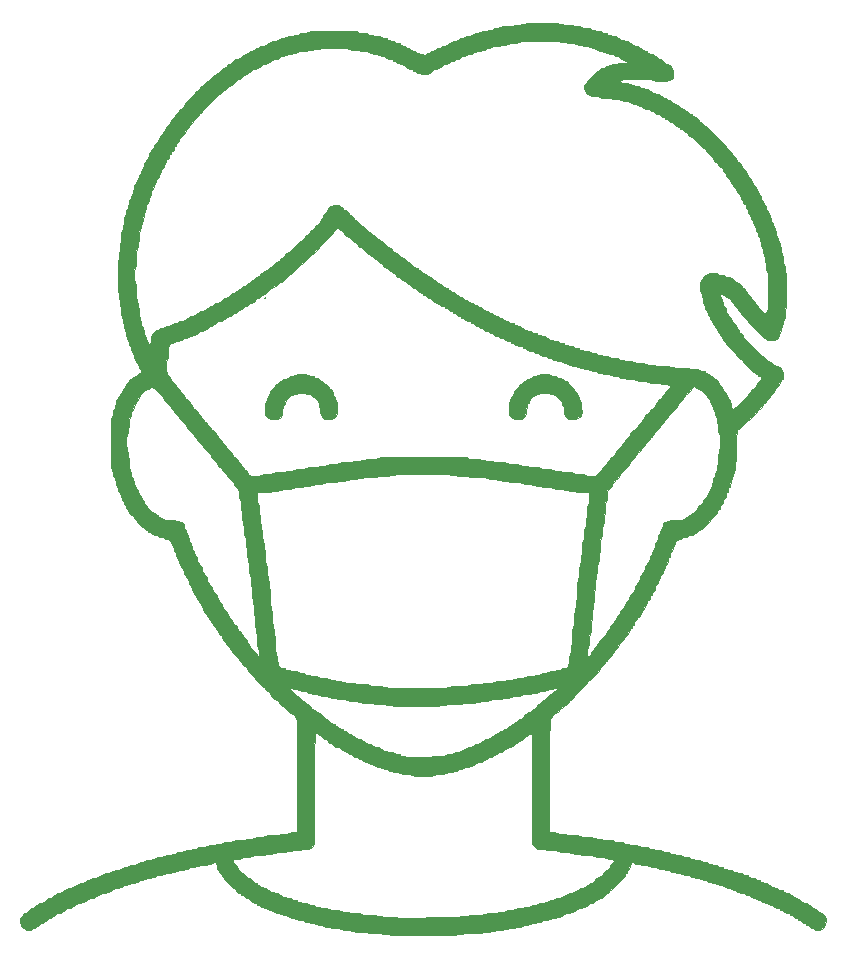
<source format=gbr>
G04 #@! TF.GenerationSoftware,KiCad,Pcbnew,5.1.5-52549c5~84~ubuntu19.10.1*
G04 #@! TF.CreationDate,2020-04-11T07:44:34-07:00*
G04 #@! TF.ProjectId,mask2,6d61736b-322e-46b6-9963-61645f706362,rev?*
G04 #@! TF.SameCoordinates,PX311d3e0PYf3965b70*
G04 #@! TF.FileFunction,Legend,Top*
G04 #@! TF.FilePolarity,Positive*
%FSLAX46Y46*%
G04 Gerber Fmt 4.6, Leading zero omitted, Abs format (unit mm)*
G04 Created by KiCad (PCBNEW 5.1.5-52549c5~84~ubuntu19.10.1) date 2020-04-11 07:44:34*
%MOMM*%
%LPD*%
G04 APERTURE LIST*
%ADD10C,0.010000*%
G04 APERTURE END LIST*
D10*
G36*
X22872667Y-25037667D02*
G01*
X22830334Y-25080000D01*
X22788000Y-25037667D01*
X22830334Y-24995333D01*
X22872667Y-25037667D01*
G37*
X22872667Y-25037667D02*
X22830334Y-25080000D01*
X22788000Y-25037667D01*
X22830334Y-24995333D01*
X22872667Y-25037667D01*
G36*
X46798691Y-31525854D02*
G01*
X47008768Y-31555837D01*
X47087333Y-31599251D01*
X47087334Y-31599333D01*
X47160906Y-31658780D01*
X47338173Y-31683993D01*
X47341334Y-31684000D01*
X47519675Y-31708524D01*
X47595314Y-31767613D01*
X47595334Y-31768667D01*
X47667601Y-31832983D01*
X47800953Y-31853333D01*
X48015729Y-31904024D01*
X48133572Y-31980333D01*
X48259262Y-32083338D01*
X48315000Y-32107333D01*
X48381221Y-32132796D01*
X48500758Y-32226247D01*
X48706211Y-32413279D01*
X48714229Y-32420778D01*
X48926749Y-32649811D01*
X49029066Y-32828759D01*
X49034667Y-32865760D01*
X49095802Y-32950861D01*
X49117720Y-32954000D01*
X49197972Y-33025840D01*
X49253899Y-33165667D01*
X49319269Y-33324164D01*
X49382512Y-33377333D01*
X49439976Y-33449625D01*
X49458000Y-33581944D01*
X49488526Y-33749646D01*
X49542052Y-33814778D01*
X49587628Y-33907242D01*
X49625768Y-34122146D01*
X49647886Y-34407103D01*
X49653141Y-34720007D01*
X49630489Y-34915683D01*
X49567321Y-35045542D01*
X49466212Y-35147936D01*
X49217628Y-35283163D01*
X48871195Y-35324667D01*
X48530760Y-35279292D01*
X48315062Y-35131581D01*
X48207625Y-34864157D01*
X48188000Y-34604032D01*
X48171906Y-34377138D01*
X48131196Y-34241245D01*
X48107170Y-34224000D01*
X48039784Y-34150029D01*
X47979025Y-33968229D01*
X47971289Y-33930553D01*
X47884768Y-33697202D01*
X47760117Y-33587556D01*
X47604114Y-33470382D01*
X47553069Y-33377551D01*
X47428570Y-33252598D01*
X47161587Y-33167906D01*
X46775091Y-33127687D01*
X46292051Y-33136150D01*
X46251647Y-33138932D01*
X45943000Y-33175666D01*
X45732855Y-33249855D01*
X45550604Y-33390250D01*
X45492179Y-33448178D01*
X45329587Y-33638763D01*
X45234696Y-33796914D01*
X45224667Y-33838863D01*
X45165245Y-33966360D01*
X45127201Y-33988377D01*
X45068430Y-34083689D01*
X45016326Y-34297195D01*
X44988681Y-34515919D01*
X44943135Y-34818795D01*
X44869742Y-35066093D01*
X44813331Y-35167819D01*
X44615425Y-35285750D01*
X44330699Y-35329981D01*
X44024428Y-35301241D01*
X43761891Y-35200257D01*
X43700753Y-35155408D01*
X43601061Y-35051194D01*
X43543815Y-34923897D01*
X43518993Y-34728226D01*
X43516571Y-34418892D01*
X43518068Y-34330041D01*
X43534159Y-34016210D01*
X43565552Y-33776079D01*
X43606107Y-33652742D01*
X43615603Y-33645577D01*
X43693310Y-33548386D01*
X43700667Y-33497278D01*
X43746574Y-33389179D01*
X43781497Y-33377333D01*
X43848883Y-33303363D01*
X43909642Y-33121563D01*
X43917378Y-33083887D01*
X44003899Y-32850535D01*
X44128550Y-32740889D01*
X44284492Y-32623734D01*
X44335667Y-32530667D01*
X44453898Y-32371941D01*
X44551664Y-32317625D01*
X44686188Y-32241554D01*
X44716667Y-32186294D01*
X44785329Y-32116214D01*
X44843667Y-32107333D01*
X44956391Y-32065187D01*
X44970667Y-32029394D01*
X45043656Y-31958821D01*
X45219728Y-31896766D01*
X45224667Y-31895667D01*
X45402416Y-31834230D01*
X45478619Y-31763465D01*
X45478667Y-31761939D01*
X45551163Y-31703337D01*
X45690334Y-31684000D01*
X45849448Y-31655017D01*
X45902000Y-31599333D01*
X45980310Y-31555901D01*
X46190196Y-31525890D01*
X46494092Y-31514667D01*
X46494667Y-31514667D01*
X46798691Y-31525854D01*
G37*
X46798691Y-31525854D02*
X47008768Y-31555837D01*
X47087333Y-31599251D01*
X47087334Y-31599333D01*
X47160906Y-31658780D01*
X47338173Y-31683993D01*
X47341334Y-31684000D01*
X47519675Y-31708524D01*
X47595314Y-31767613D01*
X47595334Y-31768667D01*
X47667601Y-31832983D01*
X47800953Y-31853333D01*
X48015729Y-31904024D01*
X48133572Y-31980333D01*
X48259262Y-32083338D01*
X48315000Y-32107333D01*
X48381221Y-32132796D01*
X48500758Y-32226247D01*
X48706211Y-32413279D01*
X48714229Y-32420778D01*
X48926749Y-32649811D01*
X49029066Y-32828759D01*
X49034667Y-32865760D01*
X49095802Y-32950861D01*
X49117720Y-32954000D01*
X49197972Y-33025840D01*
X49253899Y-33165667D01*
X49319269Y-33324164D01*
X49382512Y-33377333D01*
X49439976Y-33449625D01*
X49458000Y-33581944D01*
X49488526Y-33749646D01*
X49542052Y-33814778D01*
X49587628Y-33907242D01*
X49625768Y-34122146D01*
X49647886Y-34407103D01*
X49653141Y-34720007D01*
X49630489Y-34915683D01*
X49567321Y-35045542D01*
X49466212Y-35147936D01*
X49217628Y-35283163D01*
X48871195Y-35324667D01*
X48530760Y-35279292D01*
X48315062Y-35131581D01*
X48207625Y-34864157D01*
X48188000Y-34604032D01*
X48171906Y-34377138D01*
X48131196Y-34241245D01*
X48107170Y-34224000D01*
X48039784Y-34150029D01*
X47979025Y-33968229D01*
X47971289Y-33930553D01*
X47884768Y-33697202D01*
X47760117Y-33587556D01*
X47604114Y-33470382D01*
X47553069Y-33377551D01*
X47428570Y-33252598D01*
X47161587Y-33167906D01*
X46775091Y-33127687D01*
X46292051Y-33136150D01*
X46251647Y-33138932D01*
X45943000Y-33175666D01*
X45732855Y-33249855D01*
X45550604Y-33390250D01*
X45492179Y-33448178D01*
X45329587Y-33638763D01*
X45234696Y-33796914D01*
X45224667Y-33838863D01*
X45165245Y-33966360D01*
X45127201Y-33988377D01*
X45068430Y-34083689D01*
X45016326Y-34297195D01*
X44988681Y-34515919D01*
X44943135Y-34818795D01*
X44869742Y-35066093D01*
X44813331Y-35167819D01*
X44615425Y-35285750D01*
X44330699Y-35329981D01*
X44024428Y-35301241D01*
X43761891Y-35200257D01*
X43700753Y-35155408D01*
X43601061Y-35051194D01*
X43543815Y-34923897D01*
X43518993Y-34728226D01*
X43516571Y-34418892D01*
X43518068Y-34330041D01*
X43534159Y-34016210D01*
X43565552Y-33776079D01*
X43606107Y-33652742D01*
X43615603Y-33645577D01*
X43693310Y-33548386D01*
X43700667Y-33497278D01*
X43746574Y-33389179D01*
X43781497Y-33377333D01*
X43848883Y-33303363D01*
X43909642Y-33121563D01*
X43917378Y-33083887D01*
X44003899Y-32850535D01*
X44128550Y-32740889D01*
X44284492Y-32623734D01*
X44335667Y-32530667D01*
X44453898Y-32371941D01*
X44551664Y-32317625D01*
X44686188Y-32241554D01*
X44716667Y-32186294D01*
X44785329Y-32116214D01*
X44843667Y-32107333D01*
X44956391Y-32065187D01*
X44970667Y-32029394D01*
X45043656Y-31958821D01*
X45219728Y-31896766D01*
X45224667Y-31895667D01*
X45402416Y-31834230D01*
X45478619Y-31763465D01*
X45478667Y-31761939D01*
X45551163Y-31703337D01*
X45690334Y-31684000D01*
X45849448Y-31655017D01*
X45902000Y-31599333D01*
X45980310Y-31555901D01*
X46190196Y-31525890D01*
X46494092Y-31514667D01*
X46494667Y-31514667D01*
X46798691Y-31525854D01*
G36*
X26282960Y-31525172D02*
G01*
X26505974Y-31553610D01*
X26597406Y-31595363D01*
X26598000Y-31599333D01*
X26670456Y-31662979D01*
X26809667Y-31684000D01*
X26968782Y-31712982D01*
X27021334Y-31768667D01*
X27093870Y-31832024D01*
X27235657Y-31853333D01*
X27415973Y-31898175D01*
X27498716Y-31980333D01*
X27605319Y-32092857D01*
X27665392Y-32107333D01*
X27772169Y-32152858D01*
X27783334Y-32186294D01*
X27853078Y-32272806D01*
X27948336Y-32317625D01*
X28110066Y-32435029D01*
X28164334Y-32530667D01*
X28280580Y-32689781D01*
X28371450Y-32740889D01*
X28503951Y-32863286D01*
X28582622Y-33083887D01*
X28639441Y-33278147D01*
X28707670Y-33374908D01*
X28718503Y-33377333D01*
X28780023Y-33449593D01*
X28799334Y-33581944D01*
X28831107Y-33750025D01*
X28886768Y-33815700D01*
X28932138Y-33908606D01*
X28967044Y-34124161D01*
X28983931Y-34415706D01*
X28983933Y-34415819D01*
X28961030Y-34825562D01*
X28863100Y-35097886D01*
X28671155Y-35255161D01*
X28366206Y-35319761D01*
X28212528Y-35324667D01*
X27921077Y-35296437D01*
X27724369Y-35193656D01*
X27600317Y-34989182D01*
X27526837Y-34655874D01*
X27504154Y-34454143D01*
X27465760Y-34136882D01*
X27403492Y-33921573D01*
X27287287Y-33740950D01*
X27092521Y-33533187D01*
X26867664Y-33324966D01*
X26677578Y-33211356D01*
X26447705Y-33157659D01*
X26244872Y-33138680D01*
X25757161Y-33126488D01*
X25363420Y-33163288D01*
X25086905Y-33244803D01*
X24950868Y-33366752D01*
X24946931Y-33377551D01*
X24830625Y-33536576D01*
X24739884Y-33587556D01*
X24607383Y-33709952D01*
X24528711Y-33930553D01*
X24471893Y-34124814D01*
X24403663Y-34221575D01*
X24392830Y-34224000D01*
X24344572Y-34299670D01*
X24315668Y-34491071D01*
X24312000Y-34604032D01*
X24268983Y-34963124D01*
X24128946Y-35190642D01*
X23875415Y-35303966D01*
X23628805Y-35324667D01*
X23275757Y-35281176D01*
X23037680Y-35151586D01*
X22929802Y-35038367D01*
X22872519Y-34902903D01*
X22853543Y-34694321D01*
X22858744Y-34410753D01*
X22880357Y-34120223D01*
X22917118Y-33905952D01*
X22960685Y-33814778D01*
X23023265Y-33718729D01*
X23042000Y-33581944D01*
X23070546Y-33426216D01*
X23122830Y-33377333D01*
X23190217Y-33303363D01*
X23250975Y-33121563D01*
X23258711Y-33083887D01*
X23345233Y-32850535D01*
X23469884Y-32740889D01*
X23625825Y-32623734D01*
X23677000Y-32530667D01*
X23795231Y-32371941D01*
X23892998Y-32317625D01*
X24027521Y-32241554D01*
X24058000Y-32186294D01*
X24126662Y-32116214D01*
X24185000Y-32107333D01*
X24297702Y-32063650D01*
X24312000Y-32026503D01*
X24386015Y-31959320D01*
X24568146Y-31898365D01*
X24608334Y-31890080D01*
X24803690Y-31834647D01*
X24901917Y-31769993D01*
X24904667Y-31759244D01*
X24977178Y-31702664D01*
X25116334Y-31684000D01*
X25275448Y-31655017D01*
X25328000Y-31599333D01*
X25406792Y-31556672D01*
X25620078Y-31526937D01*
X25933222Y-31514746D01*
X25963000Y-31514667D01*
X26282960Y-31525172D01*
G37*
X26282960Y-31525172D02*
X26505974Y-31553610D01*
X26597406Y-31595363D01*
X26598000Y-31599333D01*
X26670456Y-31662979D01*
X26809667Y-31684000D01*
X26968782Y-31712982D01*
X27021334Y-31768667D01*
X27093870Y-31832024D01*
X27235657Y-31853333D01*
X27415973Y-31898175D01*
X27498716Y-31980333D01*
X27605319Y-32092857D01*
X27665392Y-32107333D01*
X27772169Y-32152858D01*
X27783334Y-32186294D01*
X27853078Y-32272806D01*
X27948336Y-32317625D01*
X28110066Y-32435029D01*
X28164334Y-32530667D01*
X28280580Y-32689781D01*
X28371450Y-32740889D01*
X28503951Y-32863286D01*
X28582622Y-33083887D01*
X28639441Y-33278147D01*
X28707670Y-33374908D01*
X28718503Y-33377333D01*
X28780023Y-33449593D01*
X28799334Y-33581944D01*
X28831107Y-33750025D01*
X28886768Y-33815700D01*
X28932138Y-33908606D01*
X28967044Y-34124161D01*
X28983931Y-34415706D01*
X28983933Y-34415819D01*
X28961030Y-34825562D01*
X28863100Y-35097886D01*
X28671155Y-35255161D01*
X28366206Y-35319761D01*
X28212528Y-35324667D01*
X27921077Y-35296437D01*
X27724369Y-35193656D01*
X27600317Y-34989182D01*
X27526837Y-34655874D01*
X27504154Y-34454143D01*
X27465760Y-34136882D01*
X27403492Y-33921573D01*
X27287287Y-33740950D01*
X27092521Y-33533187D01*
X26867664Y-33324966D01*
X26677578Y-33211356D01*
X26447705Y-33157659D01*
X26244872Y-33138680D01*
X25757161Y-33126488D01*
X25363420Y-33163288D01*
X25086905Y-33244803D01*
X24950868Y-33366752D01*
X24946931Y-33377551D01*
X24830625Y-33536576D01*
X24739884Y-33587556D01*
X24607383Y-33709952D01*
X24528711Y-33930553D01*
X24471893Y-34124814D01*
X24403663Y-34221575D01*
X24392830Y-34224000D01*
X24344572Y-34299670D01*
X24315668Y-34491071D01*
X24312000Y-34604032D01*
X24268983Y-34963124D01*
X24128946Y-35190642D01*
X23875415Y-35303966D01*
X23628805Y-35324667D01*
X23275757Y-35281176D01*
X23037680Y-35151586D01*
X22929802Y-35038367D01*
X22872519Y-34902903D01*
X22853543Y-34694321D01*
X22858744Y-34410753D01*
X22880357Y-34120223D01*
X22917118Y-33905952D01*
X22960685Y-33814778D01*
X23023265Y-33718729D01*
X23042000Y-33581944D01*
X23070546Y-33426216D01*
X23122830Y-33377333D01*
X23190217Y-33303363D01*
X23250975Y-33121563D01*
X23258711Y-33083887D01*
X23345233Y-32850535D01*
X23469884Y-32740889D01*
X23625825Y-32623734D01*
X23677000Y-32530667D01*
X23795231Y-32371941D01*
X23892998Y-32317625D01*
X24027521Y-32241554D01*
X24058000Y-32186294D01*
X24126662Y-32116214D01*
X24185000Y-32107333D01*
X24297702Y-32063650D01*
X24312000Y-32026503D01*
X24386015Y-31959320D01*
X24568146Y-31898365D01*
X24608334Y-31890080D01*
X24803690Y-31834647D01*
X24901917Y-31769993D01*
X24904667Y-31759244D01*
X24977178Y-31702664D01*
X25116334Y-31684000D01*
X25275448Y-31655017D01*
X25328000Y-31599333D01*
X25406792Y-31556672D01*
X25620078Y-31526937D01*
X25933222Y-31514746D01*
X25963000Y-31514667D01*
X26282960Y-31525172D01*
G36*
X46826263Y-1800259D02*
G01*
X47263563Y-1810260D01*
X47611228Y-1825509D01*
X47843257Y-1844840D01*
X47933647Y-1867093D01*
X47934000Y-1868606D01*
X48012683Y-1903593D01*
X48225165Y-1941278D01*
X48536101Y-1976419D01*
X48801834Y-1997253D01*
X49165668Y-2028439D01*
X49460275Y-2067698D01*
X49648753Y-2109274D01*
X49697889Y-2136980D01*
X49791772Y-2187233D01*
X49995390Y-2216741D01*
X50100056Y-2220000D01*
X50324842Y-2235146D01*
X50458179Y-2273391D01*
X50474000Y-2294911D01*
X50550324Y-2345415D01*
X50747265Y-2397231D01*
X50939667Y-2428003D01*
X51194353Y-2472705D01*
X51363493Y-2527072D01*
X51405334Y-2564759D01*
X51477826Y-2623837D01*
X51617000Y-2643333D01*
X51776156Y-2669613D01*
X51828667Y-2720055D01*
X51904547Y-2774187D01*
X52098628Y-2828666D01*
X52252000Y-2855000D01*
X52493105Y-2901912D01*
X52646421Y-2958172D01*
X52675334Y-2989945D01*
X52744027Y-3058048D01*
X52802334Y-3066667D01*
X52915046Y-3109632D01*
X52929334Y-3146145D01*
X53004715Y-3204767D01*
X53195519Y-3261831D01*
X53310334Y-3282759D01*
X53537135Y-3331615D01*
X53673529Y-3389647D01*
X53691334Y-3414947D01*
X53760051Y-3481576D01*
X53818334Y-3490000D01*
X53931036Y-3533683D01*
X53945334Y-3570830D01*
X54019348Y-3638013D01*
X54201480Y-3698968D01*
X54241667Y-3707253D01*
X54437023Y-3762686D01*
X54535250Y-3827340D01*
X54538000Y-3838089D01*
X54606715Y-3904887D01*
X54665000Y-3913333D01*
X54777742Y-3954175D01*
X54792000Y-3988821D01*
X54863755Y-4063356D01*
X55003667Y-4117434D01*
X55162202Y-4184094D01*
X55215334Y-4249776D01*
X55289337Y-4315891D01*
X55471447Y-4376308D01*
X55511667Y-4384586D01*
X55707023Y-4440019D01*
X55805250Y-4504673D01*
X55808000Y-4515422D01*
X55876059Y-4583562D01*
X55925942Y-4590667D01*
X56056647Y-4658961D01*
X56092618Y-4717667D01*
X56207764Y-4823451D01*
X56307637Y-4844667D01*
X56468053Y-4915326D01*
X56524467Y-5003918D01*
X56642828Y-5137949D01*
X56837878Y-5215742D01*
X57150395Y-5349214D01*
X57342772Y-5601280D01*
X57415869Y-5973143D01*
X57416667Y-6024138D01*
X57390010Y-6322581D01*
X57293084Y-6522219D01*
X57100450Y-6640880D01*
X56786674Y-6696396D01*
X56442032Y-6707333D01*
X56122431Y-6696813D01*
X55899710Y-6668341D01*
X55808568Y-6626551D01*
X55808000Y-6622667D01*
X55725444Y-6589644D01*
X55485945Y-6564151D01*
X55101754Y-6546910D01*
X54585126Y-6538642D01*
X54368667Y-6538000D01*
X53843304Y-6539120D01*
X53463749Y-6544193D01*
X53206483Y-6555786D01*
X53047986Y-6576465D01*
X52964739Y-6608796D01*
X52933221Y-6655349D01*
X52929334Y-6695090D01*
X52954776Y-6782436D01*
X53054412Y-6839769D01*
X53263204Y-6879971D01*
X53500418Y-6905509D01*
X53791696Y-6944091D01*
X54007079Y-6994048D01*
X54100084Y-7044587D01*
X54100140Y-7044752D01*
X54195852Y-7106335D01*
X54375722Y-7130667D01*
X54551014Y-7154300D01*
X54622667Y-7210145D01*
X54698048Y-7268767D01*
X54888852Y-7325831D01*
X55003667Y-7346759D01*
X55230468Y-7395615D01*
X55366863Y-7453647D01*
X55384667Y-7478947D01*
X55453384Y-7545576D01*
X55511667Y-7554000D01*
X55624421Y-7593966D01*
X55638667Y-7627845D01*
X55713454Y-7685959D01*
X55900378Y-7741604D01*
X55977334Y-7755846D01*
X56189064Y-7808191D01*
X56307158Y-7873280D01*
X56316000Y-7893667D01*
X56384592Y-7967899D01*
X56443000Y-7977333D01*
X56555752Y-8017426D01*
X56570000Y-8051417D01*
X56643351Y-8117091D01*
X56821319Y-8175660D01*
X56835373Y-8178574D01*
X57069885Y-8265842D01*
X57237539Y-8388713D01*
X57428447Y-8539000D01*
X57586000Y-8612333D01*
X57807000Y-8726411D01*
X57934598Y-8836111D01*
X58074634Y-8957876D01*
X58163583Y-8993333D01*
X58281805Y-9048457D01*
X58444531Y-9182402D01*
X58457155Y-9194852D01*
X58654612Y-9355130D01*
X58842004Y-9454558D01*
X58985945Y-9526934D01*
X59025334Y-9582527D01*
X59096885Y-9653245D01*
X59231357Y-9704018D01*
X59410489Y-9805155D01*
X59489688Y-9920532D01*
X59607822Y-10078290D01*
X59723340Y-10142895D01*
X59836056Y-10217813D01*
X60037950Y-10388903D01*
X60305754Y-10633152D01*
X60616202Y-10927548D01*
X60946026Y-11249079D01*
X61271959Y-11574731D01*
X61570734Y-11881492D01*
X61819084Y-12146350D01*
X61993742Y-12346292D01*
X62071439Y-12458305D01*
X62073334Y-12467173D01*
X62130402Y-12570721D01*
X62277268Y-12742729D01*
X62412000Y-12878282D01*
X62600761Y-13080813D01*
X62723704Y-13256793D01*
X62750667Y-13334852D01*
X62821210Y-13467278D01*
X62915669Y-13521625D01*
X63072193Y-13639443D01*
X63139447Y-13760164D01*
X63252454Y-13970795D01*
X63343334Y-14073333D01*
X63488562Y-14259979D01*
X63548594Y-14390833D01*
X63624433Y-14538495D01*
X63687706Y-14581333D01*
X63757786Y-14649995D01*
X63766667Y-14708333D01*
X63811530Y-14821018D01*
X63849720Y-14835333D01*
X63929972Y-14907173D01*
X63985899Y-15047000D01*
X64051269Y-15205497D01*
X64114512Y-15258666D01*
X64181525Y-15327378D01*
X64190000Y-15385667D01*
X64234863Y-15498351D01*
X64273054Y-15512667D01*
X64353305Y-15584506D01*
X64409232Y-15724333D01*
X64474603Y-15882830D01*
X64537845Y-15936000D01*
X64599204Y-16006993D01*
X64613334Y-16105333D01*
X64646000Y-16242957D01*
X64691273Y-16274666D01*
X64761846Y-16347655D01*
X64823901Y-16523728D01*
X64825000Y-16528666D01*
X64886437Y-16706416D01*
X64957201Y-16782619D01*
X64958727Y-16782667D01*
X65022072Y-16853639D01*
X65036667Y-16952000D01*
X65069333Y-17089623D01*
X65114606Y-17121333D01*
X65185179Y-17194322D01*
X65247234Y-17370394D01*
X65248334Y-17375333D01*
X65309770Y-17553082D01*
X65380535Y-17629285D01*
X65382061Y-17629333D01*
X65445405Y-17700306D01*
X65460000Y-17798667D01*
X65490966Y-17936315D01*
X65533846Y-17968000D01*
X65591959Y-18042787D01*
X65647605Y-18229711D01*
X65661846Y-18306666D01*
X65714191Y-18518397D01*
X65779280Y-18636491D01*
X65799667Y-18645333D01*
X65862563Y-18717795D01*
X65883334Y-18857000D01*
X65909613Y-19016156D01*
X65960055Y-19068667D01*
X66014187Y-19144546D01*
X66068666Y-19338628D01*
X66095000Y-19492000D01*
X66141912Y-19733105D01*
X66198173Y-19886421D01*
X66229945Y-19915333D01*
X66287634Y-19987836D01*
X66306667Y-20127000D01*
X66333357Y-20286150D01*
X66384595Y-20338667D01*
X66432489Y-20415714D01*
X66482142Y-20617341D01*
X66521458Y-20889000D01*
X66561910Y-21168951D01*
X66610535Y-21367119D01*
X66655197Y-21439333D01*
X66698178Y-21515422D01*
X66725227Y-21709651D01*
X66730000Y-21855611D01*
X66751214Y-22135722D01*
X66810044Y-22289567D01*
X66835834Y-22307166D01*
X66869845Y-22358608D01*
X66896326Y-22497684D01*
X66916000Y-22739532D01*
X66929585Y-23099293D01*
X66937804Y-23592104D01*
X66941377Y-24233105D01*
X66941667Y-24529662D01*
X66939726Y-25233207D01*
X66933424Y-25782597D01*
X66922039Y-26192971D01*
X66904850Y-26479468D01*
X66881137Y-26657228D01*
X66850178Y-26741390D01*
X66835834Y-26752163D01*
X66764470Y-26852081D01*
X66730466Y-27049419D01*
X66730000Y-27076722D01*
X66711047Y-27269808D01*
X66664585Y-27364147D01*
X66656241Y-27366000D01*
X66604476Y-27441974D01*
X66551913Y-27636630D01*
X66525290Y-27797132D01*
X66411971Y-28218974D01*
X66202872Y-28501945D01*
X65898896Y-28645144D01*
X65658824Y-28663179D01*
X65511423Y-28650442D01*
X65378973Y-28612590D01*
X65235870Y-28531184D01*
X65056512Y-28387788D01*
X64815294Y-28163964D01*
X64486614Y-27841276D01*
X64405540Y-27760675D01*
X64091284Y-27439684D01*
X63825466Y-27152431D01*
X63629420Y-26923216D01*
X63524482Y-26776336D01*
X63512667Y-26743765D01*
X63442195Y-26616354D01*
X63347664Y-26563041D01*
X63185134Y-26443442D01*
X63130292Y-26345669D01*
X63054221Y-26211146D01*
X62998961Y-26180667D01*
X62923952Y-26114708D01*
X62920000Y-26084830D01*
X62862826Y-25973554D01*
X62718294Y-25803006D01*
X62634385Y-25719625D01*
X62446990Y-25516064D01*
X62315671Y-25324834D01*
X62291388Y-25269458D01*
X62168808Y-25099625D01*
X62047836Y-25029886D01*
X61837205Y-24916879D01*
X61734667Y-24826000D01*
X61551916Y-24690424D01*
X61396000Y-24627226D01*
X61276792Y-24603570D01*
X61290167Y-24622170D01*
X61372197Y-24735541D01*
X61396000Y-24875389D01*
X61422094Y-25031153D01*
X61469846Y-25080000D01*
X61527959Y-25154787D01*
X61583605Y-25341711D01*
X61597846Y-25418667D01*
X61648090Y-25630339D01*
X61707956Y-25748456D01*
X61726245Y-25757333D01*
X61789065Y-25831304D01*
X61847826Y-26013343D01*
X61856081Y-26053667D01*
X61912926Y-26249064D01*
X61981029Y-26347265D01*
X61992503Y-26350000D01*
X62064233Y-26418634D01*
X62073334Y-26477000D01*
X62116023Y-26589716D01*
X62152295Y-26604000D01*
X62235755Y-26674483D01*
X62291406Y-26794500D01*
X62403512Y-27005901D01*
X62496667Y-27112000D01*
X62641895Y-27298646D01*
X62701928Y-27429500D01*
X62777767Y-27577161D01*
X62841039Y-27620000D01*
X62916845Y-27685370D01*
X62920000Y-27710714D01*
X62971535Y-27845958D01*
X63025834Y-27919443D01*
X63228407Y-28154041D01*
X63326998Y-28292507D01*
X63343334Y-28341016D01*
X63401037Y-28423742D01*
X63556700Y-28596015D01*
X63784150Y-28832210D01*
X64057214Y-29106700D01*
X64349719Y-29393857D01*
X64635493Y-29668056D01*
X64888364Y-29903671D01*
X65082159Y-30075074D01*
X65190704Y-30156639D01*
X65201078Y-30160000D01*
X65287281Y-30217495D01*
X65290667Y-30238961D01*
X65361150Y-30322421D01*
X65481167Y-30378072D01*
X65694685Y-30492925D01*
X65803683Y-30589778D01*
X65985154Y-30724360D01*
X66175771Y-30801587D01*
X66487450Y-30942052D01*
X66668522Y-31182289D01*
X66729879Y-31537144D01*
X66730000Y-31557000D01*
X66714315Y-31784234D01*
X66674629Y-31920529D01*
X66651039Y-31938000D01*
X66566686Y-32008275D01*
X66513891Y-32121329D01*
X66412736Y-32311283D01*
X66254186Y-32506178D01*
X66115727Y-32672985D01*
X66052993Y-32804546D01*
X66052667Y-32810753D01*
X65990663Y-32930015D01*
X65841526Y-33072369D01*
X65841000Y-33072764D01*
X65690368Y-33231292D01*
X65629334Y-33383487D01*
X65558607Y-33530307D01*
X65464331Y-33587625D01*
X65301800Y-33707225D01*
X65246959Y-33804997D01*
X65170887Y-33939521D01*
X65115628Y-33970000D01*
X65039724Y-34035292D01*
X65036667Y-34060068D01*
X64978345Y-34155089D01*
X64819933Y-34339955D01*
X64586261Y-34590196D01*
X64302159Y-34881338D01*
X63992458Y-35188910D01*
X63681989Y-35488440D01*
X63395580Y-35755455D01*
X63158063Y-35965483D01*
X62994268Y-36094052D01*
X62945742Y-36120830D01*
X62888226Y-36147373D01*
X62844393Y-36200333D01*
X62811614Y-36301822D01*
X62787261Y-36473950D01*
X62768704Y-36738828D01*
X62753316Y-37118567D01*
X62738466Y-37635278D01*
X62731056Y-37926491D01*
X62709824Y-38606639D01*
X62684136Y-39121066D01*
X62653715Y-39473332D01*
X62618282Y-39666996D01*
X62591979Y-39709674D01*
X62523603Y-39807799D01*
X62496667Y-39988389D01*
X62473849Y-40163692D01*
X62419945Y-40235333D01*
X62365813Y-40311213D01*
X62311334Y-40505294D01*
X62285000Y-40658667D01*
X62238088Y-40899771D01*
X62181828Y-41053087D01*
X62150055Y-41082000D01*
X62092367Y-41154503D01*
X62073334Y-41293667D01*
X62045656Y-41452802D01*
X61992503Y-41505333D01*
X61925320Y-41579348D01*
X61864366Y-41761479D01*
X61856081Y-41801667D01*
X61802347Y-41996971D01*
X61741843Y-42095230D01*
X61731971Y-42098000D01*
X61668034Y-42170904D01*
X61608823Y-42346803D01*
X61607667Y-42352000D01*
X61546230Y-42529749D01*
X61475466Y-42605952D01*
X61473940Y-42606000D01*
X61409444Y-42676564D01*
X61396000Y-42766275D01*
X61337070Y-42924028D01*
X61269000Y-42975284D01*
X61163216Y-43090431D01*
X61142000Y-43190304D01*
X61071146Y-43349150D01*
X60976998Y-43408959D01*
X60818508Y-43527326D01*
X60755098Y-43640595D01*
X60653347Y-43814717D01*
X60460341Y-44046688D01*
X60220149Y-44292564D01*
X59976840Y-44508402D01*
X59774482Y-44650260D01*
X59716931Y-44675806D01*
X59572734Y-44751799D01*
X59533334Y-44813039D01*
X59464672Y-44883119D01*
X59406334Y-44892000D01*
X59293631Y-44935683D01*
X59279334Y-44972830D01*
X59205319Y-45040013D01*
X59023187Y-45100968D01*
X58983000Y-45109253D01*
X58787644Y-45164686D01*
X58689417Y-45229340D01*
X58686667Y-45240089D01*
X58613055Y-45292932D01*
X58435708Y-45315328D01*
X58432667Y-45315333D01*
X58254325Y-45339857D01*
X58178686Y-45398946D01*
X58178667Y-45400000D01*
X58108067Y-45469740D01*
X58016258Y-45484667D01*
X57743560Y-45530086D01*
X57602550Y-45660277D01*
X57586000Y-45747725D01*
X57553471Y-45880380D01*
X57512155Y-45908000D01*
X57454041Y-45982787D01*
X57398396Y-46169711D01*
X57384154Y-46246667D01*
X57331809Y-46458397D01*
X57266720Y-46576491D01*
X57246333Y-46585333D01*
X57183437Y-46657795D01*
X57162667Y-46797000D01*
X57134024Y-46956120D01*
X57079001Y-47008667D01*
X57014727Y-47083502D01*
X56955645Y-47270532D01*
X56941180Y-47347333D01*
X56891025Y-47559003D01*
X56831379Y-47677122D01*
X56813179Y-47686000D01*
X56747617Y-47754733D01*
X56739334Y-47813000D01*
X56698622Y-47925744D01*
X56664089Y-47940000D01*
X56600607Y-48013977D01*
X56541512Y-48196031D01*
X56533253Y-48236333D01*
X56476407Y-48431731D01*
X56408305Y-48529932D01*
X56396830Y-48532667D01*
X56325100Y-48601301D01*
X56316000Y-48659667D01*
X56275289Y-48772410D01*
X56240756Y-48786667D01*
X56177274Y-48860644D01*
X56118179Y-49042698D01*
X56109920Y-49083000D01*
X56054044Y-49278369D01*
X55988310Y-49376588D01*
X55977334Y-49379333D01*
X55912692Y-49453322D01*
X55853015Y-49635401D01*
X55844747Y-49675667D01*
X55789314Y-49871023D01*
X55724660Y-49969250D01*
X55713911Y-49972000D01*
X55647113Y-50040714D01*
X55638667Y-50099000D01*
X55597825Y-50211742D01*
X55563179Y-50226000D01*
X55488644Y-50297754D01*
X55434566Y-50437667D01*
X55366578Y-50596239D01*
X55298387Y-50649333D01*
X55224695Y-50717934D01*
X55215334Y-50776333D01*
X55175241Y-50889085D01*
X55141250Y-50903333D01*
X55075575Y-50976684D01*
X55017006Y-51154652D01*
X55014092Y-51168706D01*
X54926825Y-51403218D01*
X54803954Y-51570872D01*
X54651762Y-51760776D01*
X54586739Y-51898167D01*
X54510900Y-52045828D01*
X54447628Y-52088667D01*
X54376141Y-52156665D01*
X54368667Y-52206608D01*
X54300372Y-52337313D01*
X54241667Y-52373284D01*
X54137082Y-52488133D01*
X54114667Y-52594009D01*
X54079702Y-52733026D01*
X54030000Y-52766000D01*
X53954886Y-52834576D01*
X53945334Y-52893000D01*
X53900471Y-53005685D01*
X53862280Y-53020000D01*
X53780273Y-53091436D01*
X53730185Y-53215397D01*
X53627103Y-53409455D01*
X53474572Y-53565924D01*
X53326095Y-53723941D01*
X53268000Y-53872820D01*
X53197274Y-54019640D01*
X53102998Y-54076959D01*
X52944434Y-54195348D01*
X52881183Y-54308327D01*
X52781247Y-54494848D01*
X52622852Y-54688845D01*
X52484886Y-54850407D01*
X52421747Y-54970904D01*
X52421334Y-54976867D01*
X52364295Y-55081532D01*
X52219487Y-55249202D01*
X52125000Y-55342849D01*
X51950479Y-55525951D01*
X51843998Y-55673344D01*
X51828667Y-55718164D01*
X51774322Y-55809203D01*
X51749706Y-55814000D01*
X51663194Y-55883744D01*
X51618375Y-55979002D01*
X51498775Y-56141533D01*
X51401003Y-56196374D01*
X51265946Y-56295051D01*
X51236000Y-56379371D01*
X51180170Y-56506364D01*
X51035374Y-56702419D01*
X50876167Y-56879448D01*
X50669773Y-57091610D01*
X50504687Y-57261760D01*
X50431667Y-57337430D01*
X50322289Y-57443677D01*
X50139161Y-57614498D01*
X50029500Y-57714962D01*
X49846971Y-57897641D01*
X49732174Y-58044336D01*
X49712000Y-58094314D01*
X49648947Y-58181051D01*
X49624480Y-58184667D01*
X49502234Y-58245899D01*
X49333967Y-58394581D01*
X49168949Y-58578188D01*
X49056455Y-58744194D01*
X49034667Y-58813407D01*
X48962509Y-58917750D01*
X48823000Y-58981434D01*
X48649380Y-59083670D01*
X48611334Y-59196574D01*
X48538269Y-59350554D01*
X48427275Y-59417007D01*
X48275222Y-59506709D01*
X48059670Y-59683300D01*
X47847279Y-59888379D01*
X47627107Y-60098453D01*
X47435453Y-60247154D01*
X47317377Y-60301333D01*
X47186241Y-60372002D01*
X47129667Y-60470667D01*
X47053654Y-60607497D01*
X46996961Y-60640000D01*
X46980210Y-60723091D01*
X46965118Y-60966077D01*
X46951840Y-61359525D01*
X46940530Y-61894004D01*
X46931342Y-62560081D01*
X46924431Y-63348325D01*
X46919950Y-64249302D01*
X46918055Y-65253582D01*
X46918000Y-65466000D01*
X46918000Y-70292000D01*
X47214334Y-70292000D01*
X47410237Y-70310715D01*
X47508120Y-70356733D01*
X47510667Y-70366483D01*
X47589922Y-70399259D01*
X47806343Y-70435048D01*
X48127911Y-70469749D01*
X48522607Y-70499261D01*
X48569000Y-70502008D01*
X48969774Y-70530826D01*
X49300932Y-70565497D01*
X49530455Y-70601871D01*
X49626322Y-70635797D01*
X49627334Y-70639192D01*
X49704555Y-70677967D01*
X49906602Y-70705391D01*
X50177667Y-70715333D01*
X50457924Y-70725932D01*
X50656139Y-70753663D01*
X50728000Y-70790867D01*
X50806591Y-70828181D01*
X51018516Y-70868495D01*
X51328002Y-70906056D01*
X51574667Y-70927000D01*
X51929876Y-70959435D01*
X52211733Y-70998515D01*
X52384463Y-71038488D01*
X52421334Y-71063133D01*
X52497495Y-71106224D01*
X52692223Y-71133572D01*
X52844667Y-71138667D01*
X53086174Y-71152313D01*
X53239450Y-71187205D01*
X53268000Y-71214521D01*
X53345837Y-71256609D01*
X53552710Y-71301439D01*
X53848665Y-71341000D01*
X53945334Y-71350333D01*
X54259629Y-71386872D01*
X54496416Y-71431000D01*
X54615739Y-71474706D01*
X54622667Y-71486145D01*
X54698358Y-71531388D01*
X54889860Y-71558523D01*
X55003667Y-71562000D01*
X55230914Y-71576647D01*
X55367206Y-71613707D01*
X55384667Y-71635727D01*
X55462008Y-71679651D01*
X55665576Y-71726034D01*
X55952688Y-71765362D01*
X55977334Y-71767853D01*
X56269184Y-71806993D01*
X56480801Y-71855169D01*
X56569493Y-71902445D01*
X56570000Y-71905793D01*
X56644445Y-71958372D01*
X56827495Y-71984648D01*
X56866334Y-71985333D01*
X57062236Y-72004129D01*
X57160120Y-72050344D01*
X57162667Y-72060136D01*
X57239707Y-72106439D01*
X57441318Y-72154965D01*
X57713000Y-72193875D01*
X57992963Y-72234767D01*
X58191133Y-72284540D01*
X58263334Y-72330739D01*
X58337784Y-72382253D01*
X58520844Y-72407996D01*
X58559667Y-72408667D01*
X58755572Y-72427193D01*
X58853455Y-72472747D01*
X58856000Y-72482397D01*
X58932716Y-72529916D01*
X59132164Y-72579194D01*
X59364000Y-72613601D01*
X59631632Y-72656034D01*
X59815683Y-72708454D01*
X59872000Y-72751537D01*
X59945591Y-72808038D01*
X60122895Y-72831994D01*
X60126000Y-72832000D01*
X60304376Y-72854233D01*
X60379982Y-72907798D01*
X60380000Y-72908722D01*
X60455880Y-72962854D01*
X60649961Y-73017333D01*
X60803334Y-73043667D01*
X61044438Y-73090579D01*
X61197754Y-73146839D01*
X61226667Y-73178611D01*
X61299170Y-73236300D01*
X61438334Y-73255333D01*
X61597489Y-73281613D01*
X61650000Y-73332055D01*
X61725880Y-73386187D01*
X61919961Y-73440666D01*
X62073334Y-73467000D01*
X62314396Y-73512477D01*
X62467716Y-73565085D01*
X62496667Y-73594000D01*
X62572517Y-73643596D01*
X62766531Y-73695189D01*
X62920000Y-73721000D01*
X63161105Y-73767912D01*
X63314421Y-73824172D01*
X63343334Y-73855945D01*
X63415836Y-73913633D01*
X63555000Y-73932667D01*
X63714120Y-73961309D01*
X63766667Y-74016333D01*
X63841502Y-74080606D01*
X64028532Y-74139688D01*
X64105334Y-74154154D01*
X64317004Y-74204308D01*
X64435122Y-74263955D01*
X64444000Y-74282154D01*
X64515007Y-74342182D01*
X64613334Y-74356000D01*
X64750982Y-74386965D01*
X64782667Y-74429845D01*
X64857454Y-74487959D01*
X65044378Y-74543604D01*
X65121334Y-74557846D01*
X65333064Y-74610191D01*
X65451158Y-74675280D01*
X65460000Y-74695667D01*
X65528592Y-74769899D01*
X65587000Y-74779333D01*
X65699744Y-74820045D01*
X65714000Y-74854577D01*
X65787978Y-74918060D01*
X65970031Y-74977155D01*
X66010334Y-74985414D01*
X66205731Y-75042259D01*
X66303932Y-75110362D01*
X66306667Y-75121836D01*
X66379146Y-75182606D01*
X66518334Y-75202667D01*
X66677469Y-75230344D01*
X66730000Y-75283497D01*
X66804015Y-75350680D01*
X66986146Y-75411634D01*
X67026334Y-75419919D01*
X67221690Y-75475353D01*
X67319917Y-75540006D01*
X67322667Y-75550756D01*
X67391381Y-75617553D01*
X67449667Y-75626000D01*
X67562409Y-75666841D01*
X67576667Y-75701488D01*
X67648780Y-75774568D01*
X67804484Y-75834154D01*
X68032300Y-75938178D01*
X68174111Y-76054842D01*
X68359863Y-76189934D01*
X68581294Y-76271425D01*
X68763997Y-76328443D01*
X68846296Y-76394586D01*
X68846667Y-76398583D01*
X68915397Y-76464355D01*
X68973667Y-76472667D01*
X69086383Y-76515356D01*
X69100667Y-76551628D01*
X69171150Y-76635088D01*
X69291167Y-76690739D01*
X69502568Y-76802845D01*
X69608667Y-76896000D01*
X69796435Y-77042367D01*
X69921836Y-77099886D01*
X70092766Y-77214242D01*
X70160375Y-77323664D01*
X70236446Y-77458187D01*
X70291706Y-77488667D01*
X70343450Y-77563227D01*
X70369812Y-77747054D01*
X70370667Y-77791513D01*
X70297644Y-78101081D01*
X70107171Y-78366657D01*
X69842144Y-78542942D01*
X69615180Y-78589333D01*
X69434005Y-78567961D01*
X69354803Y-78516291D01*
X69354667Y-78513845D01*
X69282912Y-78439310D01*
X69143000Y-78385232D01*
X68984428Y-78317244D01*
X68931334Y-78249053D01*
X68862732Y-78175362D01*
X68804334Y-78166000D01*
X68691649Y-78121137D01*
X68677334Y-78082946D01*
X68605494Y-78002695D01*
X68465667Y-77946768D01*
X68307170Y-77881397D01*
X68254000Y-77818155D01*
X68185289Y-77751141D01*
X68127000Y-77742667D01*
X68014315Y-77697804D01*
X68000000Y-77659613D01*
X67928160Y-77579362D01*
X67788334Y-77523434D01*
X67629836Y-77458064D01*
X67576667Y-77394821D01*
X67507956Y-77327808D01*
X67449667Y-77319333D01*
X67336923Y-77278622D01*
X67322667Y-77244089D01*
X67248689Y-77180607D01*
X67066636Y-77121512D01*
X67026334Y-77113253D01*
X66830936Y-77056407D01*
X66732735Y-76988305D01*
X66730000Y-76976830D01*
X66661366Y-76905100D01*
X66603000Y-76896000D01*
X66490256Y-76855288D01*
X66476000Y-76820756D01*
X66402023Y-76757273D01*
X66219969Y-76698178D01*
X66179667Y-76689919D01*
X65984269Y-76633074D01*
X65886068Y-76564971D01*
X65883334Y-76553497D01*
X65814699Y-76481767D01*
X65756334Y-76472667D01*
X65643588Y-76432057D01*
X65629334Y-76397613D01*
X65553971Y-76341634D01*
X65363210Y-76286159D01*
X65248334Y-76265425D01*
X65021507Y-76215686D01*
X64885118Y-76155430D01*
X64867334Y-76128812D01*
X64798679Y-76058275D01*
X64740334Y-76049333D01*
X64627580Y-76009367D01*
X64613334Y-75975488D01*
X64538547Y-75917374D01*
X64351623Y-75861729D01*
X64274667Y-75847487D01*
X64062937Y-75795142D01*
X63944842Y-75730053D01*
X63936000Y-75709666D01*
X63863538Y-75646770D01*
X63724334Y-75626000D01*
X63565191Y-75598782D01*
X63512667Y-75546521D01*
X63437286Y-75487899D01*
X63246481Y-75430835D01*
X63131667Y-75409908D01*
X62904865Y-75361051D01*
X62768471Y-75303019D01*
X62750667Y-75277720D01*
X62681950Y-75211091D01*
X62623667Y-75202667D01*
X62510934Y-75161168D01*
X62496667Y-75125945D01*
X62420787Y-75071813D01*
X62226706Y-75017334D01*
X62073334Y-74991000D01*
X61832229Y-74944088D01*
X61678913Y-74887827D01*
X61650000Y-74856055D01*
X61577497Y-74798366D01*
X61438334Y-74779333D01*
X61279169Y-74753670D01*
X61226667Y-74704422D01*
X61150343Y-74653918D01*
X60953402Y-74602102D01*
X60761000Y-74571330D01*
X60506314Y-74526628D01*
X60337174Y-74472261D01*
X60295334Y-74434574D01*
X60222841Y-74375496D01*
X60083667Y-74356000D01*
X59924497Y-74330739D01*
X59872000Y-74282269D01*
X59795284Y-74234750D01*
X59595836Y-74185472D01*
X59364000Y-74151065D01*
X59096368Y-74108632D01*
X58912318Y-74056212D01*
X58856000Y-74013129D01*
X58781558Y-73959942D01*
X58598514Y-73933360D01*
X58559667Y-73932667D01*
X58363770Y-73913482D01*
X58265882Y-73866312D01*
X58263334Y-73856313D01*
X58186474Y-73807971D01*
X57985969Y-73757335D01*
X57734167Y-73719131D01*
X57451020Y-73676422D01*
X57241408Y-73625863D01*
X57157929Y-73584237D01*
X57054895Y-73537220D01*
X56833940Y-73489091D01*
X56586429Y-73455358D01*
X56313921Y-73416231D01*
X56124300Y-73368669D01*
X56062000Y-73327939D01*
X55987535Y-73279938D01*
X55804441Y-73255957D01*
X55765667Y-73255333D01*
X55569768Y-73236274D01*
X55471882Y-73189412D01*
X55469334Y-73179479D01*
X55391497Y-73137391D01*
X55184624Y-73092560D01*
X54888669Y-73052999D01*
X54792000Y-73043667D01*
X54477705Y-73007128D01*
X54240918Y-72963000D01*
X54121594Y-72919293D01*
X54114667Y-72907854D01*
X54044166Y-72844853D01*
X53956155Y-72832000D01*
X53840359Y-72878889D01*
X53768428Y-73043012D01*
X53743487Y-73170667D01*
X53691143Y-73382397D01*
X53626054Y-73500491D01*
X53605666Y-73509333D01*
X53531434Y-73577925D01*
X53522000Y-73636333D01*
X53479310Y-73749050D01*
X53443039Y-73763333D01*
X53358727Y-73833618D01*
X53305776Y-73947026D01*
X53215171Y-74096518D01*
X53029476Y-74321951D01*
X52782405Y-74589544D01*
X52507670Y-74865513D01*
X52238986Y-75116078D01*
X52010066Y-75307455D01*
X51854624Y-75405864D01*
X51847358Y-75408401D01*
X51680861Y-75519724D01*
X51618826Y-75620249D01*
X51504417Y-75748043D01*
X51306789Y-75827742D01*
X51070714Y-75917643D01*
X50902111Y-76043824D01*
X50709197Y-76190999D01*
X50532484Y-76264512D01*
X50366556Y-76330052D01*
X50304667Y-76397178D01*
X50235956Y-76464192D01*
X50177667Y-76472667D01*
X50064922Y-76513276D01*
X50050667Y-76547720D01*
X49975305Y-76603699D01*
X49784543Y-76659174D01*
X49669667Y-76679908D01*
X49442840Y-76729647D01*
X49306451Y-76789903D01*
X49288667Y-76816521D01*
X49220013Y-76887058D01*
X49161667Y-76896000D01*
X49048934Y-76937498D01*
X49034667Y-76972722D01*
X48958787Y-77026854D01*
X48764706Y-77081333D01*
X48611334Y-77107667D01*
X48370229Y-77154579D01*
X48216913Y-77210839D01*
X48188000Y-77242611D01*
X48119306Y-77310714D01*
X48061000Y-77319333D01*
X47948246Y-77359238D01*
X47934000Y-77393064D01*
X47857284Y-77440583D01*
X47657836Y-77489861D01*
X47426000Y-77524268D01*
X47158368Y-77566701D01*
X46974318Y-77619121D01*
X46918000Y-77662204D01*
X46843686Y-77715904D01*
X46661510Y-77742149D01*
X46628722Y-77742667D01*
X46426592Y-77764642D01*
X46315324Y-77818365D01*
X46311222Y-77826503D01*
X46218729Y-77878248D01*
X46005758Y-77929729D01*
X45753834Y-77965564D01*
X45479945Y-78004700D01*
X45288741Y-78052182D01*
X45224667Y-78093394D01*
X45151045Y-78144387D01*
X44973677Y-78165995D01*
X44970667Y-78166000D01*
X44792292Y-78188245D01*
X44716685Y-78241840D01*
X44716667Y-78242765D01*
X44638238Y-78281611D01*
X44427418Y-78323295D01*
X44120902Y-78361563D01*
X43912334Y-78379834D01*
X43566922Y-78413004D01*
X43295779Y-78452884D01*
X43135601Y-78493320D01*
X43108000Y-78514735D01*
X43031498Y-78555860D01*
X42834430Y-78582954D01*
X42649389Y-78589333D01*
X42390305Y-78603024D01*
X42211503Y-78638247D01*
X42162556Y-78670353D01*
X42072918Y-78700052D01*
X41841997Y-78731884D01*
X41497775Y-78763217D01*
X41068236Y-78791422D01*
X40673834Y-78810295D01*
X40197922Y-78833428D01*
X39786898Y-78860916D01*
X39468037Y-78890320D01*
X39268612Y-78919198D01*
X39213334Y-78940942D01*
X39131839Y-78957512D01*
X38900037Y-78972731D01*
X38536953Y-78986143D01*
X38061611Y-78997296D01*
X37493035Y-79005734D01*
X36850250Y-79011005D01*
X36207667Y-79012667D01*
X35513277Y-79010700D01*
X34875540Y-79005107D01*
X34313481Y-78996346D01*
X33846124Y-78984876D01*
X33492493Y-78971157D01*
X33271612Y-78955647D01*
X33202000Y-78940142D01*
X33121988Y-78912761D01*
X32900401Y-78882669D01*
X32564917Y-78852463D01*
X32143210Y-78824742D01*
X31783834Y-78807009D01*
X31312710Y-78782493D01*
X30904398Y-78752911D01*
X30587314Y-78720996D01*
X30389874Y-78689482D01*
X30337445Y-78667867D01*
X30244295Y-78624317D01*
X30034659Y-78595799D01*
X29850611Y-78589333D01*
X29597784Y-78576889D01*
X29431218Y-78544834D01*
X29392000Y-78514735D01*
X29313574Y-78476820D01*
X29102760Y-78435867D01*
X28796252Y-78398032D01*
X28587667Y-78379834D01*
X28242250Y-78346451D01*
X27971105Y-78306002D01*
X27810930Y-78264740D01*
X27783334Y-78242765D01*
X27709728Y-78188856D01*
X27532393Y-78166005D01*
X27529334Y-78166000D01*
X27350942Y-78144955D01*
X27275351Y-78094255D01*
X27275334Y-78093394D01*
X27198423Y-78047789D01*
X26997796Y-78000616D01*
X26746167Y-77965564D01*
X26466661Y-77924500D01*
X26264470Y-77872404D01*
X26188778Y-77826503D01*
X26093952Y-77770067D01*
X25899489Y-77743061D01*
X25871278Y-77742667D01*
X25678202Y-77722954D01*
X25583856Y-77674631D01*
X25582000Y-77665945D01*
X25506120Y-77611813D01*
X25312039Y-77557334D01*
X25158667Y-77531000D01*
X24917562Y-77484088D01*
X24764246Y-77427827D01*
X24735334Y-77396055D01*
X24662831Y-77338366D01*
X24523667Y-77319333D01*
X24364511Y-77293053D01*
X24312000Y-77242611D01*
X24236120Y-77188479D01*
X24042039Y-77134000D01*
X23888667Y-77107667D01*
X23647562Y-77060754D01*
X23494246Y-77004494D01*
X23465334Y-76972722D01*
X23396640Y-76904619D01*
X23338334Y-76896000D01*
X23225588Y-76855390D01*
X23211334Y-76820947D01*
X23135971Y-76764968D01*
X22945210Y-76709493D01*
X22830334Y-76688759D01*
X22603507Y-76639019D01*
X22467118Y-76578763D01*
X22449334Y-76552145D01*
X22380679Y-76481608D01*
X22322334Y-76472667D01*
X22209591Y-76431825D01*
X22195334Y-76397178D01*
X22123220Y-76324098D01*
X21967517Y-76264512D01*
X21744609Y-76165686D01*
X21607683Y-76055778D01*
X21416969Y-75905285D01*
X21285167Y-75844072D01*
X21137505Y-75768233D01*
X21094667Y-75704961D01*
X21026005Y-75634881D01*
X20967667Y-75626000D01*
X20854950Y-75583310D01*
X20840667Y-75547039D01*
X20770382Y-75462727D01*
X20656974Y-75409776D01*
X20506440Y-75318656D01*
X20280184Y-75132205D01*
X20012016Y-74884230D01*
X19735741Y-74608540D01*
X19485170Y-74338942D01*
X19294110Y-74109245D01*
X19196368Y-73953256D01*
X19194224Y-73947026D01*
X19118231Y-73802781D01*
X19056961Y-73763333D01*
X18986881Y-73694671D01*
X18978000Y-73636333D01*
X18932813Y-73523653D01*
X18894334Y-73509333D01*
X18830060Y-73434498D01*
X18770978Y-73247468D01*
X18756513Y-73170667D01*
X18697567Y-72939285D01*
X18605141Y-72841673D01*
X18543846Y-72832000D01*
X18412193Y-72865737D01*
X18385334Y-72907854D01*
X18307497Y-72949942D01*
X18100624Y-72994773D01*
X17804669Y-73034334D01*
X17708000Y-73043667D01*
X17393705Y-73080205D01*
X17156918Y-73124333D01*
X17037594Y-73168040D01*
X17030667Y-73179479D01*
X16956211Y-73229624D01*
X16773137Y-73254681D01*
X16734334Y-73255333D01*
X16538442Y-73274912D01*
X16440551Y-73323051D01*
X16438000Y-73333261D01*
X16360953Y-73381155D01*
X16159325Y-73430808D01*
X15887667Y-73470124D01*
X15607754Y-73509188D01*
X15409592Y-73554194D01*
X15337334Y-73594000D01*
X15260316Y-73635278D01*
X15058760Y-73680246D01*
X14787000Y-73717875D01*
X14507037Y-73758767D01*
X14308868Y-73808540D01*
X14236667Y-73854739D01*
X14162217Y-73906253D01*
X13979157Y-73931996D01*
X13940334Y-73932667D01*
X13744428Y-73951193D01*
X13646546Y-73996747D01*
X13644000Y-74006397D01*
X13567284Y-74053916D01*
X13367836Y-74103194D01*
X13136000Y-74137601D01*
X12868368Y-74180034D01*
X12684318Y-74232454D01*
X12628000Y-74275537D01*
X12555519Y-74336031D01*
X12416334Y-74356000D01*
X12257169Y-74381663D01*
X12204667Y-74430911D01*
X12128343Y-74481415D01*
X11931402Y-74533231D01*
X11739000Y-74564003D01*
X11484314Y-74608705D01*
X11315174Y-74663072D01*
X11273333Y-74700759D01*
X11200841Y-74759837D01*
X11061667Y-74779333D01*
X10902511Y-74805613D01*
X10850000Y-74856055D01*
X10774120Y-74910187D01*
X10580039Y-74964666D01*
X10426667Y-74991000D01*
X10185562Y-75037912D01*
X10032246Y-75094172D01*
X10003334Y-75125945D01*
X9934640Y-75194048D01*
X9876334Y-75202667D01*
X9763600Y-75244165D01*
X9749334Y-75279388D01*
X9673454Y-75333520D01*
X9479372Y-75387999D01*
X9326000Y-75414333D01*
X9084895Y-75461245D01*
X8931579Y-75517506D01*
X8902667Y-75549278D01*
X8831684Y-75611636D01*
X8733334Y-75626000D01*
X8595746Y-75661042D01*
X8564000Y-75709666D01*
X8489165Y-75773940D01*
X8302135Y-75833022D01*
X8225334Y-75847487D01*
X8013663Y-75897642D01*
X7895545Y-75957288D01*
X7886667Y-75975488D01*
X7817933Y-76041050D01*
X7759667Y-76049333D01*
X7646954Y-76092298D01*
X7632667Y-76128812D01*
X7557286Y-76187434D01*
X7366481Y-76244498D01*
X7251667Y-76265425D01*
X7024865Y-76314282D01*
X6888471Y-76372314D01*
X6870667Y-76397613D01*
X6801950Y-76464242D01*
X6743667Y-76472667D01*
X6630965Y-76516349D01*
X6616667Y-76553497D01*
X6542652Y-76620680D01*
X6360521Y-76681634D01*
X6320334Y-76689919D01*
X6124977Y-76745353D01*
X6026750Y-76810006D01*
X6024000Y-76820756D01*
X5955286Y-76887553D01*
X5897000Y-76896000D01*
X5784298Y-76939683D01*
X5770000Y-76976830D01*
X5695986Y-77044013D01*
X5513854Y-77104968D01*
X5473667Y-77113253D01*
X5278311Y-77168686D01*
X5180084Y-77233340D01*
X5177334Y-77244089D01*
X5108619Y-77310887D01*
X5050334Y-77319333D01*
X4937591Y-77360175D01*
X4923333Y-77394821D01*
X4851579Y-77469356D01*
X4711667Y-77523434D01*
X4553094Y-77591422D01*
X4500000Y-77659613D01*
X4431399Y-77733305D01*
X4373000Y-77742667D01*
X4260258Y-77783508D01*
X4246000Y-77818155D01*
X4174246Y-77892690D01*
X4034333Y-77946768D01*
X3875761Y-78014755D01*
X3822667Y-78082946D01*
X3754066Y-78156638D01*
X3695667Y-78166000D01*
X3582982Y-78210863D01*
X3568667Y-78249053D01*
X3496827Y-78329305D01*
X3357000Y-78385232D01*
X3198503Y-78450602D01*
X3145334Y-78513845D01*
X3070876Y-78563749D01*
X2887801Y-78588684D01*
X2849000Y-78589333D01*
X2653133Y-78568068D01*
X2555226Y-78515778D01*
X2552667Y-78504667D01*
X2487448Y-78423425D01*
X2461953Y-78420000D01*
X2293059Y-78342958D01*
X2174985Y-78137259D01*
X2129359Y-77841043D01*
X2129334Y-77833381D01*
X2146562Y-77619066D01*
X2189685Y-77498400D01*
X2208295Y-77488667D01*
X2294806Y-77418922D01*
X2339626Y-77323664D01*
X2457443Y-77167141D01*
X2578164Y-77099886D01*
X2788795Y-76986879D01*
X2891334Y-76896000D01*
X3077979Y-76750772D01*
X3208834Y-76690739D01*
X3356495Y-76614900D01*
X3399334Y-76551628D01*
X3467995Y-76481547D01*
X3526334Y-76472667D01*
X3639086Y-76432574D01*
X3653334Y-76398583D01*
X3726684Y-76332908D01*
X3904653Y-76274339D01*
X3918706Y-76271425D01*
X4155367Y-76181833D01*
X4325889Y-76054842D01*
X4518803Y-75907667D01*
X4695517Y-75834154D01*
X4861444Y-75768614D01*
X4923334Y-75701488D01*
X4992045Y-75634475D01*
X5050334Y-75626000D01*
X5163077Y-75585288D01*
X5177334Y-75550756D01*
X5251311Y-75487273D01*
X5433365Y-75428178D01*
X5473667Y-75419919D01*
X5669065Y-75363074D01*
X5767266Y-75294971D01*
X5770000Y-75283497D01*
X5838635Y-75211767D01*
X5897000Y-75202667D01*
X6009745Y-75162057D01*
X6024000Y-75127613D01*
X6099362Y-75071634D01*
X6290124Y-75016159D01*
X6405000Y-74995425D01*
X6631827Y-74945686D01*
X6768216Y-74885430D01*
X6786000Y-74858812D01*
X6854654Y-74788275D01*
X6913000Y-74779333D01*
X7025754Y-74739367D01*
X7040000Y-74705488D01*
X7114787Y-74647374D01*
X7301711Y-74591729D01*
X7378667Y-74577487D01*
X7590397Y-74525142D01*
X7708491Y-74460053D01*
X7717334Y-74439666D01*
X7788255Y-74371685D01*
X7886667Y-74356000D01*
X8024298Y-74323839D01*
X8056000Y-74279278D01*
X8131880Y-74225146D01*
X8325961Y-74170667D01*
X8479334Y-74144333D01*
X8720438Y-74097421D01*
X8873754Y-74041161D01*
X8902667Y-74009388D01*
X8971361Y-73941285D01*
X9029667Y-73932667D01*
X9142400Y-73891168D01*
X9156667Y-73855945D01*
X9232547Y-73801813D01*
X9426628Y-73747334D01*
X9580000Y-73721000D01*
X9821063Y-73675522D01*
X9974383Y-73622915D01*
X10003333Y-73594000D01*
X10079184Y-73544404D01*
X10273198Y-73492811D01*
X10426667Y-73467000D01*
X10667772Y-73420088D01*
X10821088Y-73363827D01*
X10850000Y-73332055D01*
X10922503Y-73274366D01*
X11061667Y-73255333D01*
X11220813Y-73228423D01*
X11273333Y-73176759D01*
X11349669Y-73124247D01*
X11546635Y-73071098D01*
X11739000Y-73040003D01*
X11993669Y-72995906D01*
X12162810Y-72943092D01*
X12204667Y-72906911D01*
X12277180Y-72850581D01*
X12416334Y-72832000D01*
X12575471Y-72804447D01*
X12628000Y-72751537D01*
X12704733Y-72700466D01*
X12785362Y-72679561D01*
X20086532Y-72679561D01*
X20138927Y-72810118D01*
X20235889Y-72906735D01*
X20388130Y-73096619D01*
X20453261Y-73234167D01*
X20527600Y-73381776D01*
X20588430Y-73424667D01*
X20682793Y-73480762D01*
X20854025Y-73626928D01*
X21039060Y-73805667D01*
X21255547Y-74005450D01*
X21442367Y-74143401D01*
X21545296Y-74186667D01*
X21675461Y-74257036D01*
X21726995Y-74347583D01*
X21842587Y-74490813D01*
X21986701Y-74560863D01*
X22143842Y-74628872D01*
X22195334Y-74696280D01*
X22263935Y-74769971D01*
X22322334Y-74779333D01*
X22435077Y-74820045D01*
X22449334Y-74854577D01*
X22523311Y-74918060D01*
X22705365Y-74977155D01*
X22745667Y-74985414D01*
X22941065Y-75042259D01*
X23039266Y-75110362D01*
X23042000Y-75121836D01*
X23110635Y-75193566D01*
X23169000Y-75202667D01*
X23281745Y-75243276D01*
X23296000Y-75277720D01*
X23371362Y-75333699D01*
X23562124Y-75389174D01*
X23677000Y-75409908D01*
X23903827Y-75459647D01*
X24040216Y-75519903D01*
X24058000Y-75546521D01*
X24126654Y-75617058D01*
X24185000Y-75626000D01*
X24297733Y-75667498D01*
X24312000Y-75702722D01*
X24387880Y-75756854D01*
X24581961Y-75811333D01*
X24735334Y-75837667D01*
X24976438Y-75884579D01*
X25129754Y-75940839D01*
X25158667Y-75972611D01*
X25231170Y-76030300D01*
X25370334Y-76049333D01*
X25529504Y-76074594D01*
X25582000Y-76123064D01*
X25658716Y-76170583D01*
X25858164Y-76219861D01*
X26090000Y-76254268D01*
X26357632Y-76296701D01*
X26541683Y-76349121D01*
X26598000Y-76392204D01*
X26671591Y-76448705D01*
X26848895Y-76472661D01*
X26852000Y-76472667D01*
X27030383Y-76494322D01*
X27105982Y-76546493D01*
X27106000Y-76547386D01*
X27183599Y-76590341D01*
X27388897Y-76635991D01*
X27680645Y-76675617D01*
X27741000Y-76681610D01*
X28044263Y-76719492D01*
X28268727Y-76765565D01*
X28373137Y-76810932D01*
X28376000Y-76818557D01*
X28452159Y-76862737D01*
X28646881Y-76890776D01*
X28799334Y-76896000D01*
X29040837Y-76909948D01*
X29194113Y-76945610D01*
X29222667Y-76973530D01*
X29301556Y-77009784D01*
X29515475Y-77048820D01*
X29830301Y-77085585D01*
X30154000Y-77111423D01*
X30528071Y-77141916D01*
X30830434Y-77178458D01*
X31026969Y-77216133D01*
X31085334Y-77245559D01*
X31163685Y-77278046D01*
X31373560Y-77303235D01*
X31677187Y-77317467D01*
X31847334Y-77319333D01*
X32199122Y-77327889D01*
X32459731Y-77351207D01*
X32596560Y-77385764D01*
X32609334Y-77401675D01*
X32690025Y-77435265D01*
X32916204Y-77466055D01*
X33264023Y-77491840D01*
X33709637Y-77510415D01*
X33815834Y-77513253D01*
X34317255Y-77521796D01*
X34892023Y-77525544D01*
X35518323Y-77524933D01*
X36174338Y-77520397D01*
X36838253Y-77512370D01*
X37488250Y-77501288D01*
X38102515Y-77487586D01*
X38659231Y-77471698D01*
X39136582Y-77454058D01*
X39512753Y-77435103D01*
X39765926Y-77415266D01*
X39874287Y-77394983D01*
X39876556Y-77392459D01*
X39968035Y-77359999D01*
X40188947Y-77334935D01*
X40499430Y-77320990D01*
X40659722Y-77319333D01*
X40993575Y-77311679D01*
X41251860Y-77291190D01*
X41396631Y-77261574D01*
X41414667Y-77245559D01*
X41493553Y-77210815D01*
X41707463Y-77173000D01*
X42022279Y-77137027D01*
X42346000Y-77111423D01*
X42720078Y-77080611D01*
X43022444Y-77043205D01*
X43218977Y-77004259D01*
X43277334Y-76973530D01*
X43352463Y-76924976D01*
X43540141Y-76897974D01*
X43616000Y-76896000D01*
X43828110Y-76879915D01*
X43946052Y-76839737D01*
X43954667Y-76823506D01*
X44032623Y-76783863D01*
X44240251Y-76741453D01*
X44538192Y-76703623D01*
X44653167Y-76693103D01*
X44977362Y-76657339D01*
X45229026Y-76612823D01*
X45366645Y-76567505D01*
X45379889Y-76553930D01*
X45475299Y-76495681D01*
X45655056Y-76472667D01*
X45830343Y-76448742D01*
X45902000Y-76392204D01*
X45978733Y-76341132D01*
X46178221Y-76289411D01*
X46410000Y-76254268D01*
X46677605Y-76212857D01*
X46861653Y-76163087D01*
X46918000Y-76123064D01*
X46990519Y-76067619D01*
X47129667Y-76049333D01*
X47288823Y-76023053D01*
X47341334Y-75972611D01*
X47417213Y-75918479D01*
X47611295Y-75864000D01*
X47764667Y-75837667D01*
X48005772Y-75790754D01*
X48159088Y-75734494D01*
X48188000Y-75702722D01*
X48256694Y-75634619D01*
X48315000Y-75626000D01*
X48427745Y-75585390D01*
X48442000Y-75550947D01*
X48517362Y-75494968D01*
X48708124Y-75439493D01*
X48823000Y-75418759D01*
X49049827Y-75369019D01*
X49186216Y-75308763D01*
X49204000Y-75282145D01*
X49272654Y-75211608D01*
X49331000Y-75202667D01*
X49443702Y-75158984D01*
X49458000Y-75121836D01*
X49532015Y-75054653D01*
X49714146Y-74993699D01*
X49754334Y-74985414D01*
X49949690Y-74929980D01*
X50047917Y-74865327D01*
X50050667Y-74854577D01*
X50119381Y-74787780D01*
X50177667Y-74779333D01*
X50290352Y-74734470D01*
X50304667Y-74696280D01*
X50376435Y-74615711D01*
X50513299Y-74560863D01*
X50692859Y-74461704D01*
X50773005Y-74347583D01*
X50872288Y-74214749D01*
X50954704Y-74186667D01*
X51079359Y-74129702D01*
X51272787Y-73981474D01*
X51460941Y-73805667D01*
X51667556Y-73607290D01*
X51832191Y-73469485D01*
X51911570Y-73424667D01*
X51991934Y-73354247D01*
X52046739Y-73234167D01*
X52160655Y-73023134D01*
X52264111Y-72906735D01*
X52402843Y-72741434D01*
X52381890Y-72631000D01*
X52203450Y-72580631D01*
X52125000Y-72578000D01*
X51929133Y-72556734D01*
X51831226Y-72504445D01*
X51828667Y-72493333D01*
X51751663Y-72448088D01*
X51551023Y-72417465D01*
X51327722Y-72408667D01*
X51056079Y-72395915D01*
X50862976Y-72362846D01*
X50798556Y-72326534D01*
X50707828Y-72288976D01*
X50483011Y-72249383D01*
X50159202Y-72212757D01*
X49817834Y-72186805D01*
X49439168Y-72157944D01*
X49131843Y-72123169D01*
X48929606Y-72087069D01*
X48865334Y-72057271D01*
X48788108Y-72020636D01*
X48586053Y-71994726D01*
X48315000Y-71985333D01*
X48034737Y-71975268D01*
X47836521Y-71948932D01*
X47764667Y-71913603D01*
X47685752Y-71880301D01*
X47471739Y-71844780D01*
X47156728Y-71811611D01*
X46831354Y-71788472D01*
X46413515Y-71761292D01*
X46128137Y-71730905D01*
X45938432Y-71688842D01*
X45807609Y-71626634D01*
X45698878Y-71535815D01*
X45688354Y-71525384D01*
X45478667Y-71315697D01*
X45478667Y-66612848D01*
X45478168Y-65586362D01*
X45476458Y-64716822D01*
X45473218Y-63991846D01*
X45468131Y-63399050D01*
X45460878Y-62926050D01*
X45451139Y-62560462D01*
X45438598Y-62289903D01*
X45422935Y-62101989D01*
X45403831Y-61984336D01*
X45380969Y-61924561D01*
X45357714Y-61910000D01*
X45201974Y-61965754D01*
X45109762Y-62037000D01*
X44985002Y-62139944D01*
X44930338Y-62164000D01*
X44843008Y-62220002D01*
X44699510Y-62356728D01*
X44681749Y-62375667D01*
X44522010Y-62520002D01*
X44396894Y-62586785D01*
X44389458Y-62587333D01*
X44298246Y-62645336D01*
X44293334Y-62672000D01*
X44222306Y-62740434D01*
X44121343Y-62756667D01*
X43960297Y-62807584D01*
X43904264Y-62874166D01*
X43796193Y-62972346D01*
X43599567Y-63043586D01*
X43599215Y-63043657D01*
X43363816Y-63133927D01*
X43197444Y-63259158D01*
X43004531Y-63406332D01*
X42827817Y-63479845D01*
X42661890Y-63545385D01*
X42600000Y-63612512D01*
X42529007Y-63673870D01*
X42430667Y-63688000D01*
X42293043Y-63720666D01*
X42261334Y-63765939D01*
X42188345Y-63836512D01*
X42012272Y-63898567D01*
X42007334Y-63899667D01*
X41829584Y-63961103D01*
X41753381Y-64031868D01*
X41753334Y-64033394D01*
X41682361Y-64096738D01*
X41584000Y-64111333D01*
X41446413Y-64146375D01*
X41414667Y-64194999D01*
X41339832Y-64259273D01*
X41152801Y-64318355D01*
X41076000Y-64332820D01*
X40864330Y-64382975D01*
X40746212Y-64442621D01*
X40737334Y-64460821D01*
X40668600Y-64526383D01*
X40610334Y-64534667D01*
X40497600Y-64576165D01*
X40483334Y-64611388D01*
X40407454Y-64665520D01*
X40213372Y-64719999D01*
X40060000Y-64746333D01*
X39818895Y-64793245D01*
X39665579Y-64849506D01*
X39636667Y-64881278D01*
X39564164Y-64938967D01*
X39425000Y-64958000D01*
X39265835Y-64983626D01*
X39213334Y-65032803D01*
X39136293Y-65079105D01*
X38934683Y-65127632D01*
X38663000Y-65166542D01*
X38383037Y-65207433D01*
X38184868Y-65257206D01*
X38112667Y-65303405D01*
X38035755Y-65344504D01*
X37835844Y-65372742D01*
X37604667Y-65381333D01*
X37334077Y-65394186D01*
X37150626Y-65427764D01*
X37096667Y-65466000D01*
X37016172Y-65505332D01*
X36790950Y-65533768D01*
X36445397Y-65548869D01*
X36250000Y-65550667D01*
X35856680Y-65542617D01*
X35572317Y-65520095D01*
X35421305Y-65485540D01*
X35403334Y-65466000D01*
X35326214Y-65420902D01*
X35124751Y-65390326D01*
X34895334Y-65381333D01*
X34627415Y-65369535D01*
X34443341Y-65338868D01*
X34387334Y-65303405D01*
X34310286Y-65255511D01*
X34108659Y-65205858D01*
X33837000Y-65166542D01*
X33557049Y-65126090D01*
X33358881Y-65077465D01*
X33286667Y-65032803D01*
X33214153Y-64976554D01*
X33075000Y-64958000D01*
X32915844Y-64931720D01*
X32863334Y-64881278D01*
X32787454Y-64827146D01*
X32593372Y-64772667D01*
X32440000Y-64746333D01*
X32198895Y-64699421D01*
X32045579Y-64643161D01*
X32016667Y-64611388D01*
X31947973Y-64543285D01*
X31889667Y-64534667D01*
X31776913Y-64494701D01*
X31762667Y-64460821D01*
X31687880Y-64402708D01*
X31500956Y-64347062D01*
X31424000Y-64332820D01*
X31212270Y-64280476D01*
X31094176Y-64215387D01*
X31085334Y-64194999D01*
X31014412Y-64127019D01*
X30916000Y-64111333D01*
X30778377Y-64078667D01*
X30746667Y-64033394D01*
X30673678Y-63962821D01*
X30497606Y-63900766D01*
X30492667Y-63899667D01*
X30314918Y-63838230D01*
X30238715Y-63767465D01*
X30238667Y-63765939D01*
X30167694Y-63702595D01*
X30069334Y-63688000D01*
X29931695Y-63656351D01*
X29900000Y-63612512D01*
X29827887Y-63539432D01*
X29672183Y-63479845D01*
X29444367Y-63375821D01*
X29302556Y-63259158D01*
X29115787Y-63122987D01*
X28900785Y-63043657D01*
X28704080Y-62972498D01*
X28595798Y-62874325D01*
X28595737Y-62874166D01*
X28483846Y-62776382D01*
X28384363Y-62756667D01*
X28226109Y-62685395D01*
X28164334Y-62587333D01*
X28050507Y-62449213D01*
X27944304Y-62418000D01*
X27783948Y-62361060D01*
X27729285Y-62291000D01*
X27642845Y-62178883D01*
X27598894Y-62164000D01*
X27478061Y-62109921D01*
X27390238Y-62037000D01*
X27232153Y-61932015D01*
X27142286Y-61910000D01*
X27115886Y-61929411D01*
X27093522Y-61995900D01*
X27074876Y-62121852D01*
X27059630Y-62319649D01*
X27047465Y-62601675D01*
X27038063Y-62980314D01*
X27031104Y-63467951D01*
X27026271Y-64076967D01*
X27023245Y-64819748D01*
X27021708Y-65708677D01*
X27021334Y-66612848D01*
X27021334Y-71315697D01*
X26811646Y-71525384D01*
X26703101Y-71619364D01*
X26575960Y-71683927D01*
X26393435Y-71727541D01*
X26118735Y-71758674D01*
X25715071Y-71785795D01*
X25668646Y-71788472D01*
X25294093Y-71815967D01*
X24991239Y-71849743D01*
X24794183Y-71885229D01*
X24735334Y-71913603D01*
X24658108Y-71950132D01*
X24456052Y-71975968D01*
X24185000Y-71985333D01*
X23904738Y-71995428D01*
X23706521Y-72021840D01*
X23634667Y-72057271D01*
X23555705Y-72090644D01*
X23341319Y-72126819D01*
X23025254Y-72161205D01*
X22682167Y-72186805D01*
X22299978Y-72216626D01*
X21985686Y-72253843D01*
X21774390Y-72293456D01*
X21701445Y-72326534D01*
X21607952Y-72374027D01*
X21401054Y-72403687D01*
X21256945Y-72408667D01*
X21017780Y-72424139D01*
X20867250Y-72463636D01*
X20840667Y-72493333D01*
X20764993Y-72543826D01*
X20573529Y-72574115D01*
X20459667Y-72578000D01*
X20192900Y-72602990D01*
X20086532Y-72679561D01*
X12785362Y-72679561D01*
X12904221Y-72648744D01*
X13136000Y-72613601D01*
X13403605Y-72572191D01*
X13587653Y-72522420D01*
X13644000Y-72482397D01*
X13718463Y-72433654D01*
X13901549Y-72409300D01*
X13940334Y-72408667D01*
X14136225Y-72389088D01*
X14234116Y-72340948D01*
X14236667Y-72330739D01*
X14313714Y-72282845D01*
X14515342Y-72233191D01*
X14787000Y-72193875D01*
X15066951Y-72153424D01*
X15265119Y-72104798D01*
X15337334Y-72060136D01*
X15411793Y-72010685D01*
X15594873Y-71985976D01*
X15633667Y-71985333D01*
X15829553Y-71965351D01*
X15927448Y-71916218D01*
X15930000Y-71905793D01*
X16007352Y-71859003D01*
X16210947Y-71810541D01*
X16498093Y-71770343D01*
X16522667Y-71767853D01*
X16814498Y-71729476D01*
X17026111Y-71683301D01*
X17114824Y-71638843D01*
X17115334Y-71635727D01*
X17191029Y-71591752D01*
X17382540Y-71565379D01*
X17496334Y-71562000D01*
X17723576Y-71546930D01*
X17859869Y-71508803D01*
X17877334Y-71486145D01*
X17955170Y-71444057D01*
X18162043Y-71399227D01*
X18457998Y-71359666D01*
X18554667Y-71350333D01*
X18868962Y-71313795D01*
X19105749Y-71269667D01*
X19225073Y-71225960D01*
X19232000Y-71214521D01*
X19308161Y-71171247D01*
X19502889Y-71143782D01*
X19655334Y-71138667D01*
X19896837Y-71124719D01*
X20050113Y-71089057D01*
X20078667Y-71061136D01*
X20157556Y-71024882D01*
X20371475Y-70985847D01*
X20686301Y-70949081D01*
X21010000Y-70923243D01*
X21384071Y-70892750D01*
X21686434Y-70856209D01*
X21882969Y-70818533D01*
X21941334Y-70789107D01*
X22017497Y-70747019D01*
X22212232Y-70720308D01*
X22364667Y-70715333D01*
X22606176Y-70701800D01*
X22759451Y-70667198D01*
X22788000Y-70640110D01*
X22867364Y-70607723D01*
X23084524Y-70572387D01*
X23408079Y-70537994D01*
X23806629Y-70508438D01*
X23888667Y-70503667D01*
X24297969Y-70475477D01*
X24638273Y-70441707D01*
X24878178Y-70406250D01*
X24986284Y-70372999D01*
X24989334Y-70367223D01*
X25063792Y-70317494D01*
X25246869Y-70292646D01*
X25285667Y-70292000D01*
X25582000Y-70292000D01*
X25582000Y-65466000D01*
X25580641Y-64442192D01*
X25576665Y-63519800D01*
X25570228Y-62708256D01*
X25561483Y-62016991D01*
X25550585Y-61455439D01*
X25537688Y-61033030D01*
X25522946Y-60759198D01*
X25506514Y-60643374D01*
X25503039Y-60640000D01*
X25417056Y-60570122D01*
X25370334Y-60470667D01*
X25271883Y-60333282D01*
X25185116Y-60301333D01*
X25073784Y-60243800D01*
X24877885Y-60088566D01*
X24628440Y-59861680D01*
X24439943Y-59675569D01*
X24164410Y-59406493D01*
X23914038Y-59183201D01*
X23722877Y-59034977D01*
X23645789Y-58992530D01*
X23502701Y-58899511D01*
X23465334Y-58813961D01*
X23400625Y-58653204D01*
X23249825Y-58483199D01*
X23077919Y-58369425D01*
X23008845Y-58354000D01*
X22902292Y-58281816D01*
X22837899Y-58142333D01*
X22827499Y-58124532D01*
X24936579Y-58124532D01*
X24956701Y-58205439D01*
X25059065Y-58335201D01*
X25191951Y-58459098D01*
X25303640Y-58522405D01*
X25313493Y-58523333D01*
X25419938Y-58579432D01*
X25596753Y-58724040D01*
X25741422Y-58862000D01*
X25940764Y-59048074D01*
X26101523Y-59171084D01*
X26168027Y-59200667D01*
X26255580Y-59257260D01*
X26259334Y-59279628D01*
X26329078Y-59366139D01*
X26424336Y-59410959D01*
X26586066Y-59528362D01*
X26640334Y-59624000D01*
X26757397Y-59778869D01*
X26870327Y-59841483D01*
X27056848Y-59941419D01*
X27250845Y-60099814D01*
X27422274Y-60238700D01*
X27563577Y-60301074D01*
X27569810Y-60301333D01*
X27688180Y-60371666D01*
X27739626Y-60466336D01*
X27857443Y-60622859D01*
X27978164Y-60690114D01*
X28188795Y-60803121D01*
X28291334Y-60894000D01*
X28477979Y-61039228D01*
X28608834Y-61099261D01*
X28756495Y-61175100D01*
X28799334Y-61238372D01*
X28867995Y-61308452D01*
X28926334Y-61317333D01*
X29039018Y-61362196D01*
X29053334Y-61400387D01*
X29125173Y-61480638D01*
X29265000Y-61536565D01*
X29423497Y-61601936D01*
X29476667Y-61665178D01*
X29547254Y-61727653D01*
X29636942Y-61740667D01*
X29794695Y-61799597D01*
X29845951Y-61867667D01*
X29960800Y-61972251D01*
X30066676Y-61994667D01*
X30205693Y-62029631D01*
X30238667Y-62079333D01*
X30307243Y-62154448D01*
X30365667Y-62164000D01*
X30478369Y-62207683D01*
X30492667Y-62244830D01*
X30566681Y-62312013D01*
X30748813Y-62372968D01*
X30789000Y-62381253D01*
X30984356Y-62436686D01*
X31082583Y-62501340D01*
X31085334Y-62512089D01*
X31154048Y-62578887D01*
X31212334Y-62587333D01*
X31325036Y-62631016D01*
X31339334Y-62668163D01*
X31413348Y-62735347D01*
X31595480Y-62796301D01*
X31635667Y-62804586D01*
X31831015Y-62859766D01*
X31929247Y-62923803D01*
X31932000Y-62934422D01*
X32006789Y-62992785D01*
X32193717Y-63048570D01*
X32270667Y-63062820D01*
X32482337Y-63112975D01*
X32600455Y-63172621D01*
X32609334Y-63190821D01*
X32678067Y-63256383D01*
X32736334Y-63264667D01*
X32849038Y-63308154D01*
X32863334Y-63345129D01*
X32940066Y-63396201D01*
X33139555Y-63447922D01*
X33371334Y-63483065D01*
X33638939Y-63524476D01*
X33822986Y-63574246D01*
X33879334Y-63614269D01*
X33951853Y-63669714D01*
X34091000Y-63688000D01*
X34250138Y-63715478D01*
X34302667Y-63768242D01*
X34367618Y-63822781D01*
X34567237Y-63863323D01*
X34908669Y-63890256D01*
X35399062Y-63903965D01*
X36045561Y-63904840D01*
X36671115Y-63896716D01*
X37276650Y-63880821D01*
X37732739Y-63857356D01*
X38033295Y-63826793D01*
X38172233Y-63789606D01*
X38181004Y-63779322D01*
X38277428Y-63717814D01*
X38472796Y-63688421D01*
X38500722Y-63688000D01*
X38693798Y-63668287D01*
X38788144Y-63619964D01*
X38790000Y-63611278D01*
X38865880Y-63557146D01*
X39059961Y-63502667D01*
X39213334Y-63476333D01*
X39454438Y-63429421D01*
X39607754Y-63373161D01*
X39636667Y-63341388D01*
X39705361Y-63273285D01*
X39763667Y-63264667D01*
X39876421Y-63224701D01*
X39890667Y-63190821D01*
X39965454Y-63132708D01*
X40152378Y-63077062D01*
X40229334Y-63062820D01*
X40441006Y-63012577D01*
X40559123Y-62952710D01*
X40568000Y-62934422D01*
X40641971Y-62871602D01*
X40824010Y-62812840D01*
X40864334Y-62804586D01*
X41059731Y-62747740D01*
X41157932Y-62679638D01*
X41160667Y-62668163D01*
X41229301Y-62596433D01*
X41287667Y-62587333D01*
X41400411Y-62546622D01*
X41414667Y-62512089D01*
X41488644Y-62448607D01*
X41670698Y-62389512D01*
X41711000Y-62381253D01*
X41906398Y-62324407D01*
X42004599Y-62256305D01*
X42007334Y-62244830D01*
X42075968Y-62173100D01*
X42134334Y-62164000D01*
X42247005Y-62118282D01*
X42261334Y-62079333D01*
X42332361Y-62010899D01*
X42433324Y-61994667D01*
X42596130Y-61939495D01*
X42654049Y-61867667D01*
X42769511Y-61760584D01*
X42863059Y-61740667D01*
X42995704Y-61707420D01*
X43023334Y-61665178D01*
X43095088Y-61590643D01*
X43235000Y-61536565D01*
X43393573Y-61468578D01*
X43446667Y-61400387D01*
X43515268Y-61326695D01*
X43573667Y-61317333D01*
X43686383Y-61274643D01*
X43700667Y-61238372D01*
X43771150Y-61154912D01*
X43891167Y-61099261D01*
X44102568Y-60987155D01*
X44208667Y-60894000D01*
X44396435Y-60747633D01*
X44521836Y-60690114D01*
X44692766Y-60575757D01*
X44760375Y-60466336D01*
X44853264Y-60331396D01*
X44930191Y-60301333D01*
X45066973Y-60245494D01*
X45238756Y-60110063D01*
X45249155Y-60099814D01*
X45444966Y-59940188D01*
X45629673Y-59841483D01*
X45797019Y-59727413D01*
X45859667Y-59624000D01*
X45977898Y-59465274D01*
X46075664Y-59410959D01*
X46210188Y-59334887D01*
X46240667Y-59279628D01*
X46306314Y-59204185D01*
X46333731Y-59200667D01*
X46435628Y-59143970D01*
X46614786Y-58995054D01*
X46833127Y-58785675D01*
X46841313Y-58777333D01*
X47064455Y-58565737D01*
X47254960Y-58413948D01*
X47372453Y-58354043D01*
X47374190Y-58354000D01*
X47503485Y-58285377D01*
X47544355Y-58218998D01*
X47553628Y-58143344D01*
X47480965Y-58114596D01*
X47292230Y-58126257D01*
X47151247Y-58144184D01*
X46896800Y-58190908D01*
X46722815Y-58246020D01*
X46678111Y-58279185D01*
X46583251Y-58329557D01*
X46388725Y-58353650D01*
X46360611Y-58354000D01*
X46167526Y-58372950D01*
X46073186Y-58419404D01*
X46071334Y-58427746D01*
X45993085Y-58466322D01*
X45783468Y-58507891D01*
X45480176Y-58545856D01*
X45309334Y-58561102D01*
X44973975Y-58595379D01*
X44713885Y-58637269D01*
X44566763Y-58679949D01*
X44547334Y-58699023D01*
X44471176Y-58743697D01*
X44276457Y-58772051D01*
X44124000Y-58777333D01*
X43882496Y-58791281D01*
X43729221Y-58826943D01*
X43700667Y-58854864D01*
X43621778Y-58891117D01*
X43407859Y-58930153D01*
X43093033Y-58966918D01*
X42769334Y-58992756D01*
X42395263Y-59023250D01*
X42092900Y-59059791D01*
X41896365Y-59097467D01*
X41838000Y-59126892D01*
X41761497Y-59167564D01*
X41564426Y-59194358D01*
X41379389Y-59200667D01*
X41120299Y-59213865D01*
X40941496Y-59247822D01*
X40892556Y-59278771D01*
X40803113Y-59306380D01*
X40571188Y-59336348D01*
X40223567Y-59366372D01*
X39787036Y-59394144D01*
X39288382Y-59417362D01*
X39276834Y-59417807D01*
X38779474Y-59440569D01*
X38345890Y-59467431D01*
X38002246Y-59496191D01*
X37774702Y-59524648D01*
X37689421Y-59550601D01*
X37689334Y-59551369D01*
X37608486Y-59571414D01*
X37381210Y-59589340D01*
X37030405Y-59604345D01*
X36578970Y-59615627D01*
X36049806Y-59622384D01*
X35615000Y-59624000D01*
X35042509Y-59621189D01*
X34530546Y-59613288D01*
X34102010Y-59601093D01*
X33779803Y-59585400D01*
X33586822Y-59567005D01*
X33540667Y-59551889D01*
X33460882Y-59523308D01*
X33240862Y-59491969D01*
X32909609Y-59460831D01*
X32496125Y-59432854D01*
X32249500Y-59420131D01*
X31800963Y-59394530D01*
X31416357Y-59363307D01*
X31125536Y-59329620D01*
X30958354Y-59296628D01*
X30930111Y-59280575D01*
X30837276Y-59237942D01*
X30625334Y-59208952D01*
X30400945Y-59200667D01*
X30135127Y-59189352D01*
X29953482Y-59159976D01*
X29900000Y-59126920D01*
X29821752Y-59088344D01*
X29612135Y-59046776D01*
X29308843Y-59008810D01*
X29138000Y-58993564D01*
X28802641Y-58959288D01*
X28542552Y-58917397D01*
X28395430Y-58874717D01*
X28376000Y-58855644D01*
X28299843Y-58810969D01*
X28105124Y-58782615D01*
X27952667Y-58777333D01*
X27711164Y-58763314D01*
X27557888Y-58727470D01*
X27529334Y-58699405D01*
X27452286Y-58651511D01*
X27250659Y-58601858D01*
X26979000Y-58562542D01*
X26699049Y-58522090D01*
X26500881Y-58473465D01*
X26428667Y-58428803D01*
X26354208Y-58379352D01*
X26171128Y-58354643D01*
X26132334Y-58354000D01*
X25936428Y-58335466D01*
X25838546Y-58289895D01*
X25836000Y-58280241D01*
X25761563Y-58234330D01*
X25577949Y-58184344D01*
X25344700Y-58140591D01*
X25121361Y-58113380D01*
X24967475Y-58113019D01*
X24936579Y-58124532D01*
X22827499Y-58124532D01*
X22737134Y-57969870D01*
X22626232Y-57930667D01*
X22477721Y-57854377D01*
X22415982Y-57724643D01*
X22313102Y-57544857D01*
X22195137Y-57464937D01*
X22058495Y-57391769D01*
X22026000Y-57339001D01*
X21970829Y-57243330D01*
X21828791Y-57073625D01*
X21697275Y-56934718D01*
X21501011Y-56715017D01*
X21356189Y-56513767D01*
X21311944Y-56424343D01*
X21197735Y-56257256D01*
X21094667Y-56195000D01*
X20935941Y-56076769D01*
X20881626Y-55979002D01*
X20805554Y-55844479D01*
X20750295Y-55814000D01*
X20674580Y-55748559D01*
X20671334Y-55722694D01*
X20615257Y-55617009D01*
X20470703Y-55440728D01*
X20332667Y-55296089D01*
X20146269Y-55094319D01*
X20023262Y-54928149D01*
X19994000Y-54857157D01*
X19931981Y-54737469D01*
X19782811Y-54594928D01*
X19782334Y-54594569D01*
X19631701Y-54436041D01*
X19570667Y-54283846D01*
X19499806Y-54138080D01*
X19401334Y-54078333D01*
X19263214Y-53964507D01*
X19232000Y-53858304D01*
X19175060Y-53697948D01*
X19105000Y-53643284D01*
X18995891Y-53527346D01*
X18978000Y-53443333D01*
X18915793Y-53289548D01*
X18851000Y-53243382D01*
X18745216Y-53128236D01*
X18724000Y-53028363D01*
X18652728Y-52870108D01*
X18554667Y-52808333D01*
X18417123Y-52701168D01*
X18385334Y-52602820D01*
X18322021Y-52446189D01*
X18178762Y-52295924D01*
X18008756Y-52111982D01*
X17919096Y-51929247D01*
X17811947Y-51704547D01*
X17702491Y-51575889D01*
X17567399Y-51390137D01*
X17485908Y-51168706D01*
X17428890Y-50986003D01*
X17362748Y-50903704D01*
X17358750Y-50903333D01*
X17292978Y-50834603D01*
X17284667Y-50776333D01*
X17239804Y-50663648D01*
X17201613Y-50649333D01*
X17121362Y-50577493D01*
X17065435Y-50437667D01*
X17000064Y-50279169D01*
X16936822Y-50226000D01*
X16869808Y-50157289D01*
X16861334Y-50099000D01*
X16820622Y-49986256D01*
X16786089Y-49972000D01*
X16722607Y-49898022D01*
X16663512Y-49715969D01*
X16655253Y-49675667D01*
X16599377Y-49480297D01*
X16533644Y-49382078D01*
X16522667Y-49379333D01*
X16458025Y-49305344D01*
X16398348Y-49123266D01*
X16390081Y-49083000D01*
X16334647Y-48887644D01*
X16269994Y-48789417D01*
X16259244Y-48786667D01*
X16192447Y-48717952D01*
X16184000Y-48659667D01*
X16140317Y-48546964D01*
X16103170Y-48532667D01*
X16035987Y-48458652D01*
X15975032Y-48276520D01*
X15966747Y-48236333D01*
X15911314Y-48040977D01*
X15846660Y-47942750D01*
X15835911Y-47940000D01*
X15769113Y-47871285D01*
X15760667Y-47813000D01*
X15720701Y-47700246D01*
X15686821Y-47686000D01*
X15628708Y-47611213D01*
X15573062Y-47424289D01*
X15558821Y-47347333D01*
X15506476Y-47135603D01*
X15441387Y-47017509D01*
X15421000Y-47008667D01*
X15358104Y-46936204D01*
X15337334Y-46797000D01*
X15308691Y-46637880D01*
X15253667Y-46585333D01*
X15189394Y-46510498D01*
X15130312Y-46323468D01*
X15115846Y-46246667D01*
X15065692Y-46034996D01*
X15006045Y-45916878D01*
X14987846Y-45908000D01*
X14926726Y-45837398D01*
X14914000Y-45747725D01*
X14839712Y-45580998D01*
X14626771Y-45494785D01*
X14483742Y-45484667D01*
X14349966Y-45447862D01*
X14321334Y-45400000D01*
X14247761Y-45340553D01*
X14070494Y-45315340D01*
X14067334Y-45315333D01*
X13888952Y-45293527D01*
X13813352Y-45240990D01*
X13813334Y-45240089D01*
X13739356Y-45176607D01*
X13557302Y-45117512D01*
X13517000Y-45109253D01*
X13321602Y-45052407D01*
X13223401Y-44984305D01*
X13220667Y-44972830D01*
X13152032Y-44901100D01*
X13093667Y-44892000D01*
X12980950Y-44849310D01*
X12966667Y-44813039D01*
X12896385Y-44728716D01*
X12783069Y-44675806D01*
X12608166Y-44574062D01*
X12375380Y-44381452D01*
X12128777Y-44141919D01*
X11912426Y-43899407D01*
X11770397Y-43697858D01*
X11744902Y-43640595D01*
X11628960Y-43472426D01*
X11523199Y-43409021D01*
X11376251Y-43292154D01*
X11306685Y-43150690D01*
X11241334Y-42994864D01*
X11179488Y-42944667D01*
X11118130Y-42873673D01*
X11104000Y-42775333D01*
X11068544Y-42637753D01*
X11019334Y-42606000D01*
X10943219Y-42537865D01*
X10934667Y-42485047D01*
X10878926Y-42325458D01*
X10820662Y-42250090D01*
X10729709Y-42093776D01*
X10655335Y-41859019D01*
X10647492Y-41820709D01*
X10590416Y-41617957D01*
X10523047Y-41510509D01*
X10507497Y-41505333D01*
X10446727Y-41432854D01*
X10426667Y-41293667D01*
X10400387Y-41134511D01*
X10349945Y-41082000D01*
X10295813Y-41006120D01*
X10241334Y-40812039D01*
X10215000Y-40658667D01*
X10168088Y-40417562D01*
X10111828Y-40264246D01*
X10080055Y-40235333D01*
X10025591Y-40161890D01*
X10003334Y-39988389D01*
X9970979Y-39800297D01*
X9897500Y-39706180D01*
X9863762Y-39613836D01*
X9835853Y-39379173D01*
X9813773Y-39029106D01*
X9797522Y-38590548D01*
X9787101Y-38090412D01*
X9782508Y-37555614D01*
X9783251Y-37229667D01*
X11104000Y-37229667D01*
X11112839Y-37533186D01*
X11136221Y-37757717D01*
X11169442Y-37861890D01*
X11176197Y-37864667D01*
X11210567Y-37943489D01*
X11247867Y-38156944D01*
X11283143Y-38470518D01*
X11306869Y-38774833D01*
X11337743Y-39147937D01*
X11375999Y-39452508D01*
X11416291Y-39652584D01*
X11446339Y-39713222D01*
X11504395Y-39808633D01*
X11527334Y-39988389D01*
X11549657Y-40163698D01*
X11602387Y-40235333D01*
X11658366Y-40310695D01*
X11713841Y-40501457D01*
X11734575Y-40616333D01*
X11784314Y-40843160D01*
X11844570Y-40979549D01*
X11871188Y-40997333D01*
X11941725Y-41065987D01*
X11950667Y-41124333D01*
X11996384Y-41237005D01*
X12035334Y-41251333D01*
X12098691Y-41323870D01*
X12120000Y-41465657D01*
X12164842Y-41645973D01*
X12247000Y-41728715D01*
X12354083Y-41844177D01*
X12374000Y-41937725D01*
X12407246Y-42070370D01*
X12449488Y-42098000D01*
X12524023Y-42169754D01*
X12578101Y-42309667D01*
X12646089Y-42468239D01*
X12714280Y-42521333D01*
X12793890Y-42586667D01*
X12797333Y-42612639D01*
X12858324Y-42733174D01*
X13012439Y-42912829D01*
X13216397Y-43110394D01*
X13426916Y-43284657D01*
X13600713Y-43394405D01*
X13630654Y-43406097D01*
X13774388Y-43482085D01*
X13813334Y-43543039D01*
X13881486Y-43614211D01*
X13933278Y-43622000D01*
X14064024Y-43685047D01*
X14088406Y-43727549D01*
X14196726Y-43791507D01*
X14472433Y-43837525D01*
X14857461Y-43863238D01*
X15186189Y-43884838D01*
X15438802Y-43916855D01*
X15576807Y-43953724D01*
X15591334Y-43969355D01*
X15662155Y-44031580D01*
X15756830Y-44045333D01*
X15886092Y-44097278D01*
X15963944Y-44275538D01*
X15977920Y-44341667D01*
X16033353Y-44537023D01*
X16098007Y-44635250D01*
X16108756Y-44638000D01*
X16165336Y-44710511D01*
X16184000Y-44849667D01*
X16209300Y-45008836D01*
X16257846Y-45061333D01*
X16315959Y-45136120D01*
X16371605Y-45323044D01*
X16385846Y-45400000D01*
X16435778Y-45611664D01*
X16494870Y-45729784D01*
X16512846Y-45738667D01*
X16570332Y-45813448D01*
X16625627Y-46000361D01*
X16639846Y-46077333D01*
X16692191Y-46289063D01*
X16757280Y-46407158D01*
X16777667Y-46416000D01*
X16840563Y-46488462D01*
X16861334Y-46627667D01*
X16889011Y-46786802D01*
X16942164Y-46839333D01*
X17009347Y-46913348D01*
X17070301Y-47095479D01*
X17078586Y-47135667D01*
X17134020Y-47331023D01*
X17198673Y-47429250D01*
X17209423Y-47432000D01*
X17276220Y-47500714D01*
X17284667Y-47559000D01*
X17328350Y-47671702D01*
X17365497Y-47686000D01*
X17432680Y-47760014D01*
X17493635Y-47942146D01*
X17501920Y-47982333D01*
X17557353Y-48177689D01*
X17622007Y-48275916D01*
X17632756Y-48278667D01*
X17699554Y-48347381D01*
X17708000Y-48405667D01*
X17751683Y-48518369D01*
X17788830Y-48532667D01*
X17856014Y-48606681D01*
X17916968Y-48788813D01*
X17925253Y-48829000D01*
X17980686Y-49024356D01*
X18045340Y-49122583D01*
X18056089Y-49125333D01*
X18122887Y-49194048D01*
X18131334Y-49252333D01*
X18175016Y-49365035D01*
X18212164Y-49379333D01*
X18279550Y-49453304D01*
X18340309Y-49635104D01*
X18348045Y-49672780D01*
X18430170Y-49898548D01*
X18553466Y-50013952D01*
X18674712Y-50124228D01*
X18756086Y-50322943D01*
X18756409Y-50324545D01*
X18843960Y-50558450D01*
X18966047Y-50724206D01*
X19116334Y-50915114D01*
X19189667Y-51072667D01*
X19298019Y-51288313D01*
X19401334Y-51411333D01*
X19546562Y-51597979D01*
X19606594Y-51728833D01*
X19682433Y-51876495D01*
X19745706Y-51919333D01*
X19815786Y-51987995D01*
X19824667Y-52046333D01*
X19869530Y-52159018D01*
X19907720Y-52173333D01*
X19989727Y-52244769D01*
X20039816Y-52368731D01*
X20142898Y-52562788D01*
X20295429Y-52719257D01*
X20443906Y-52877274D01*
X20502000Y-53026154D01*
X20572861Y-53171920D01*
X20671334Y-53231667D01*
X20808733Y-53330898D01*
X20840667Y-53418706D01*
X20898214Y-53557953D01*
X21041601Y-53741078D01*
X21094667Y-53794737D01*
X21255014Y-53976499D01*
X21342941Y-54131627D01*
X21348667Y-54163736D01*
X21394616Y-54275935D01*
X21433334Y-54290000D01*
X21514977Y-54354906D01*
X21518000Y-54378240D01*
X21540492Y-54464493D01*
X21623193Y-54587852D01*
X21788946Y-54778392D01*
X21962500Y-54963518D01*
X22111164Y-55140958D01*
X22190996Y-55277417D01*
X22195334Y-55299487D01*
X22255946Y-55386895D01*
X22280000Y-55390667D01*
X22333019Y-55315554D01*
X22362508Y-55127915D01*
X22364667Y-55052000D01*
X22345889Y-54839926D01*
X22298979Y-54721969D01*
X22280000Y-54713333D01*
X22237213Y-54634617D01*
X22207432Y-54421867D01*
X22195390Y-54110180D01*
X22195334Y-54085389D01*
X22185452Y-53778875D01*
X22159352Y-53546797D01*
X22122355Y-53433282D01*
X22116234Y-53429222D01*
X22084573Y-53339210D01*
X22050427Y-53110348D01*
X22017108Y-52773019D01*
X21987929Y-52357606D01*
X21976978Y-52152167D01*
X21951956Y-51714272D01*
X21923279Y-51343465D01*
X21893818Y-51069230D01*
X21866449Y-50921050D01*
X21855264Y-50903333D01*
X21829049Y-50823777D01*
X21799200Y-50605281D01*
X21768846Y-50278105D01*
X21741119Y-49872505D01*
X21732634Y-49718000D01*
X21705538Y-49292124D01*
X21672938Y-48934115D01*
X21638353Y-48674237D01*
X21605303Y-48542752D01*
X21594782Y-48532667D01*
X21555681Y-48455445D01*
X21528026Y-48253400D01*
X21518000Y-47982333D01*
X21507549Y-47702074D01*
X21480203Y-47503859D01*
X21443517Y-47432000D01*
X21410741Y-47352744D01*
X21374952Y-47136323D01*
X21340251Y-46814756D01*
X21310739Y-46420059D01*
X21307992Y-46373667D01*
X21279174Y-45972892D01*
X21244503Y-45641735D01*
X21208129Y-45412212D01*
X21174203Y-45316344D01*
X21170808Y-45315333D01*
X21130651Y-45238420D01*
X21103061Y-45038504D01*
X21094667Y-44807333D01*
X21083390Y-44539409D01*
X21054077Y-44355334D01*
X21020184Y-44299333D01*
X20987407Y-44220078D01*
X20951619Y-44003657D01*
X20916918Y-43682089D01*
X20887406Y-43287393D01*
X20884659Y-43241000D01*
X20855841Y-42840226D01*
X20821170Y-42509068D01*
X20784796Y-42279545D01*
X20750870Y-42183678D01*
X20747475Y-42182667D01*
X20704529Y-42106391D01*
X20676917Y-41910874D01*
X20671334Y-41747875D01*
X20658093Y-41525636D01*
X22195334Y-41525636D01*
X22195334Y-42016429D01*
X22207828Y-42285115D01*
X22240172Y-42474859D01*
X22274240Y-42535444D01*
X22309102Y-42625932D01*
X22346573Y-42852079D01*
X22382280Y-43180358D01*
X22411847Y-43577240D01*
X22413234Y-43600833D01*
X22441751Y-43997277D01*
X22475805Y-44323783D01*
X22511254Y-44548006D01*
X22543960Y-44637605D01*
X22545994Y-44638000D01*
X22585796Y-44714567D01*
X22612192Y-44912076D01*
X22618667Y-45103667D01*
X22630616Y-45358705D01*
X22661440Y-45527847D01*
X22691339Y-45569333D01*
X22723706Y-45648533D01*
X22759100Y-45864572D01*
X22793381Y-46185107D01*
X22822409Y-46577795D01*
X22824100Y-46606500D01*
X22853194Y-47006234D01*
X22888672Y-47339245D01*
X22926160Y-47572003D01*
X22961284Y-47670981D01*
X22963094Y-47671889D01*
X23003711Y-47764443D01*
X23032193Y-47978379D01*
X23042000Y-48243389D01*
X23052858Y-48521624D01*
X23081239Y-48717533D01*
X23118440Y-48786667D01*
X23147864Y-48866569D01*
X23179955Y-49087398D01*
X23211831Y-49420839D01*
X23240612Y-49838576D01*
X23256270Y-50141333D01*
X23281348Y-50598616D01*
X23311120Y-50989974D01*
X23342759Y-51287095D01*
X23373438Y-51461662D01*
X23391497Y-51496000D01*
X23425785Y-51573965D01*
X23451606Y-51781156D01*
X23464592Y-52077513D01*
X23465334Y-52173333D01*
X23474066Y-52487870D01*
X23497272Y-52724732D01*
X23530465Y-52843860D01*
X23541198Y-52850667D01*
X23571995Y-52930321D01*
X23605604Y-53149459D01*
X23638699Y-53478343D01*
X23667957Y-53887233D01*
X23678434Y-54078333D01*
X23704955Y-54512262D01*
X23736567Y-54878848D01*
X23769979Y-55148353D01*
X23801902Y-55291039D01*
X23814236Y-55306000D01*
X23856443Y-55382224D01*
X23883416Y-55577377D01*
X23888667Y-55735381D01*
X23924735Y-56090700D01*
X24040058Y-56307031D01*
X24245313Y-56400215D01*
X24341230Y-56406667D01*
X24511745Y-56437037D01*
X24580527Y-56492581D01*
X24673024Y-56543104D01*
X24888062Y-56593082D01*
X25179156Y-56631722D01*
X25180249Y-56631824D01*
X25466157Y-56668318D01*
X25671009Y-56713153D01*
X25751297Y-56756751D01*
X25751334Y-56757576D01*
X25824956Y-56808442D01*
X26002325Y-56829995D01*
X26005334Y-56830000D01*
X26183711Y-56852046D01*
X26259315Y-56905160D01*
X26259334Y-56906074D01*
X26336669Y-56951298D01*
X26540224Y-56998902D01*
X26827321Y-57039122D01*
X26852000Y-57041667D01*
X27143822Y-57080900D01*
X27355433Y-57128279D01*
X27444156Y-57174040D01*
X27444667Y-57177259D01*
X27520358Y-57222632D01*
X27711859Y-57249846D01*
X27825667Y-57253333D01*
X28052914Y-57267982D01*
X28189206Y-57305045D01*
X28206667Y-57327067D01*
X28284603Y-57367616D01*
X28492178Y-57411351D01*
X28790038Y-57450685D01*
X28904893Y-57461708D01*
X29231731Y-57498101D01*
X29488799Y-57541498D01*
X29633257Y-57584151D01*
X29648612Y-57596226D01*
X29746055Y-57629046D01*
X29978372Y-57664623D01*
X30311244Y-57698760D01*
X30710356Y-57727258D01*
X30728386Y-57728288D01*
X31124247Y-57756170D01*
X31450120Y-57789616D01*
X31673613Y-57824539D01*
X31762336Y-57856858D01*
X31762667Y-57858703D01*
X31840412Y-57893101D01*
X32046065Y-57918546D01*
X32338257Y-57930352D01*
X32397667Y-57930667D01*
X32717627Y-57941172D01*
X32940641Y-57969610D01*
X33032073Y-58011363D01*
X33032667Y-58015333D01*
X33116432Y-58041423D01*
X33364236Y-58062934D01*
X33770840Y-58079702D01*
X34331009Y-58091560D01*
X35039505Y-58098341D01*
X35699667Y-58100000D01*
X36521482Y-58097341D01*
X37199102Y-58089474D01*
X37727290Y-58076566D01*
X38100808Y-58058783D01*
X38314420Y-58036291D01*
X38366667Y-58015333D01*
X38447162Y-57976001D01*
X38672384Y-57947565D01*
X39017937Y-57932464D01*
X39213334Y-57930667D01*
X39568731Y-57923979D01*
X39850670Y-57905948D01*
X40023314Y-57879618D01*
X40060000Y-57858703D01*
X40139197Y-57826684D01*
X40355194Y-57791804D01*
X40675601Y-57758146D01*
X41068026Y-57729795D01*
X41094281Y-57728288D01*
X41495420Y-57700517D01*
X41831760Y-57667604D01*
X42068998Y-57633585D01*
X42172831Y-57602496D01*
X42173781Y-57601287D01*
X42272358Y-57566929D01*
X42501681Y-57529381D01*
X42823384Y-57494082D01*
X43065667Y-57474797D01*
X43424759Y-57442758D01*
X43714270Y-57402826D01*
X43896808Y-57360970D01*
X43940556Y-57335095D01*
X44034049Y-57287816D01*
X44240949Y-57258290D01*
X44385056Y-57253333D01*
X44624238Y-57239247D01*
X44774766Y-57203291D01*
X44801334Y-57176267D01*
X44879388Y-57134963D01*
X45087700Y-57090985D01*
X45387493Y-57051713D01*
X45521000Y-57039253D01*
X45845981Y-57004086D01*
X46094626Y-56961766D01*
X46228161Y-56919545D01*
X46240667Y-56904652D01*
X46314281Y-56852224D01*
X46491633Y-56830005D01*
X46494667Y-56830000D01*
X46673045Y-56807954D01*
X46748649Y-56754840D01*
X46748667Y-56753926D01*
X46826003Y-56708702D01*
X47029558Y-56661098D01*
X47316654Y-56620877D01*
X47341334Y-56618333D01*
X47633155Y-56579100D01*
X47844766Y-56531721D01*
X47933489Y-56485959D01*
X47934000Y-56482740D01*
X48006684Y-56426124D01*
X48151714Y-56406667D01*
X48394260Y-56354609D01*
X48541965Y-56187237D01*
X48606332Y-55887748D01*
X48611334Y-55735381D01*
X48624547Y-55491895D01*
X48658375Y-55336290D01*
X48685764Y-55306000D01*
X48716054Y-55226346D01*
X48749234Y-55007210D01*
X48753208Y-54967333D01*
X50135334Y-54967333D01*
X50141708Y-55208905D01*
X50158004Y-55362173D01*
X50170742Y-55390667D01*
X50270266Y-55364328D01*
X50340075Y-55339275D01*
X50452454Y-55221572D01*
X50474000Y-55124951D01*
X50532034Y-54966044D01*
X50601000Y-54913284D01*
X50713633Y-54799974D01*
X50728000Y-54734608D01*
X50785469Y-54597603D01*
X50928687Y-54415778D01*
X50982000Y-54361930D01*
X51141308Y-54189739D01*
X51229673Y-54055483D01*
X51236000Y-54029578D01*
X51293101Y-53922998D01*
X51438050Y-53754082D01*
X51532334Y-53660484D01*
X51706854Y-53477382D01*
X51813336Y-53329989D01*
X51828667Y-53285169D01*
X51883012Y-53194130D01*
X51907628Y-53189333D01*
X51991088Y-53118850D01*
X52046739Y-52998833D01*
X52158845Y-52787432D01*
X52252000Y-52681333D01*
X52397228Y-52494687D01*
X52457261Y-52363833D01*
X52533100Y-52216172D01*
X52596372Y-52173333D01*
X52666453Y-52104671D01*
X52675334Y-52046333D01*
X52718023Y-51933617D01*
X52754295Y-51919333D01*
X52837755Y-51848850D01*
X52893406Y-51728833D01*
X53005512Y-51517432D01*
X53098667Y-51411333D01*
X53238599Y-51229725D01*
X53310334Y-51072667D01*
X53424335Y-50851741D01*
X53533954Y-50724206D01*
X53664547Y-50542233D01*
X53743591Y-50324545D01*
X53824474Y-50125474D01*
X53945618Y-50014247D01*
X53946535Y-50013952D01*
X54070828Y-49896891D01*
X54151956Y-49672780D01*
X54208774Y-49478519D01*
X54277004Y-49381758D01*
X54287837Y-49379333D01*
X54359567Y-49310699D01*
X54368667Y-49252333D01*
X54409378Y-49139589D01*
X54443911Y-49125333D01*
X54507393Y-49051356D01*
X54566488Y-48869302D01*
X54574747Y-48829000D01*
X54631593Y-48633602D01*
X54699695Y-48535401D01*
X54711170Y-48532667D01*
X54782900Y-48464032D01*
X54792000Y-48405667D01*
X54832712Y-48292923D01*
X54867244Y-48278667D01*
X54930727Y-48204689D01*
X54989822Y-48022635D01*
X54998081Y-47982333D01*
X55054926Y-47786935D01*
X55123029Y-47688734D01*
X55134503Y-47686000D01*
X55206233Y-47617365D01*
X55215334Y-47559000D01*
X55256045Y-47446256D01*
X55290578Y-47432000D01*
X55354060Y-47358022D01*
X55413155Y-47175969D01*
X55421414Y-47135667D01*
X55478260Y-46940269D01*
X55546362Y-46842068D01*
X55557837Y-46839333D01*
X55618606Y-46766854D01*
X55638667Y-46627667D01*
X55667309Y-46468546D01*
X55722333Y-46416000D01*
X55786607Y-46341165D01*
X55845689Y-46154134D01*
X55860154Y-46077333D01*
X55910086Y-45865669D01*
X55969178Y-45747549D01*
X55987154Y-45738667D01*
X56044640Y-45663885D01*
X56099935Y-45476972D01*
X56114154Y-45400000D01*
X56164309Y-45188330D01*
X56223955Y-45070211D01*
X56242155Y-45061333D01*
X56297685Y-44988815D01*
X56316000Y-44849667D01*
X56341777Y-44690503D01*
X56391244Y-44638000D01*
X56454727Y-44564022D01*
X56513822Y-44381969D01*
X56522081Y-44341667D01*
X56591238Y-44127664D01*
X56705711Y-44048145D01*
X56743170Y-44045333D01*
X56878710Y-44012820D01*
X56908667Y-43969355D01*
X56986904Y-43932108D01*
X57195956Y-43897370D01*
X57497328Y-43870705D01*
X57642539Y-43863238D01*
X58066268Y-43833323D01*
X58323509Y-43785311D01*
X58411595Y-43727549D01*
X58515427Y-43630988D01*
X58566722Y-43622000D01*
X58674836Y-43577134D01*
X58686667Y-43543039D01*
X58756836Y-43458242D01*
X58866093Y-43407130D01*
X59064514Y-43301197D01*
X59274469Y-43127661D01*
X59446508Y-42935168D01*
X59531183Y-42772365D01*
X59533334Y-42750706D01*
X59603864Y-42619199D01*
X59698336Y-42565041D01*
X59854859Y-42447223D01*
X59922114Y-42326502D01*
X60035482Y-42117026D01*
X60132445Y-42008317D01*
X60269638Y-41824355D01*
X60341179Y-41648483D01*
X60406719Y-41482556D01*
X60473845Y-41420667D01*
X60535204Y-41349673D01*
X60549334Y-41251333D01*
X60581494Y-41113702D01*
X60626055Y-41082000D01*
X60680187Y-41006120D01*
X60734666Y-40812039D01*
X60761000Y-40658667D01*
X60807912Y-40417562D01*
X60864173Y-40264246D01*
X60895945Y-40235333D01*
X60950409Y-40161890D01*
X60972667Y-39988389D01*
X60997326Y-39802789D01*
X61053662Y-39713222D01*
X61091743Y-39622374D01*
X61132055Y-39398324D01*
X61169252Y-39077033D01*
X61193132Y-38774833D01*
X61223120Y-38405379D01*
X61259156Y-38108029D01*
X61296283Y-37917300D01*
X61323803Y-37864667D01*
X61358312Y-37786922D01*
X61383841Y-37581269D01*
X61395684Y-37289078D01*
X61396000Y-37229667D01*
X61387163Y-36926147D01*
X61363788Y-36701616D01*
X61330577Y-36597443D01*
X61323824Y-36594667D01*
X61285663Y-36516500D01*
X61244864Y-36307488D01*
X61208082Y-36005866D01*
X61194897Y-35853833D01*
X61160698Y-35519305D01*
X61117648Y-35256387D01*
X61073039Y-35105288D01*
X61055406Y-35084778D01*
X60991734Y-34988740D01*
X60972667Y-34851944D01*
X60946573Y-34696180D01*
X60898821Y-34647333D01*
X60840708Y-34572546D01*
X60785062Y-34385622D01*
X60770821Y-34308667D01*
X60718476Y-34096936D01*
X60653387Y-33978842D01*
X60633000Y-33970000D01*
X60563785Y-33899491D01*
X60549334Y-33809725D01*
X60490403Y-33651972D01*
X60422334Y-33600715D01*
X60316549Y-33485569D01*
X60295334Y-33385696D01*
X60224479Y-33226849D01*
X60130331Y-33167041D01*
X59969442Y-33051936D01*
X59915778Y-32958550D01*
X59793381Y-32826049D01*
X59572780Y-32747378D01*
X59378519Y-32690559D01*
X59281759Y-32622330D01*
X59279334Y-32611497D01*
X59210699Y-32539767D01*
X59152334Y-32530667D01*
X59039725Y-32580374D01*
X59025334Y-32622885D01*
X58968596Y-32726295D01*
X58820906Y-32903215D01*
X58644334Y-33085393D01*
X58445046Y-33292029D01*
X58307144Y-33459770D01*
X58263334Y-33542772D01*
X58206854Y-33651344D01*
X58065804Y-33816446D01*
X58009334Y-33872596D01*
X57848787Y-34056223D01*
X57760947Y-34215415D01*
X57755334Y-34248627D01*
X57684803Y-34380134D01*
X57590331Y-34434292D01*
X57428601Y-34551696D01*
X57374334Y-34647333D01*
X57255726Y-34807306D01*
X57162667Y-34859000D01*
X57008908Y-34975726D01*
X56943845Y-35093211D01*
X56848573Y-35263170D01*
X56677770Y-35473878D01*
X56600847Y-35553051D01*
X56431435Y-35734600D01*
X56329428Y-35876773D01*
X56316000Y-35915931D01*
X56259492Y-36018329D01*
X56113930Y-36190920D01*
X55977334Y-36330853D01*
X55790389Y-36528097D01*
X55667391Y-36688206D01*
X55638667Y-36754092D01*
X55583714Y-36844170D01*
X55559706Y-36848667D01*
X55473194Y-36918411D01*
X55428375Y-37013669D01*
X55310971Y-37175399D01*
X55215334Y-37229667D01*
X55061764Y-37346335D01*
X54996281Y-37464603D01*
X54905331Y-37621923D01*
X54730787Y-37837754D01*
X54568617Y-38007447D01*
X54372739Y-38211169D01*
X54238841Y-38375967D01*
X54199334Y-38453438D01*
X54142854Y-38562011D01*
X54001804Y-38727113D01*
X53945334Y-38783263D01*
X53784787Y-38966890D01*
X53696947Y-39126081D01*
X53691334Y-39159294D01*
X53620803Y-39290801D01*
X53526331Y-39344959D01*
X53364601Y-39462362D01*
X53310334Y-39558000D01*
X53192102Y-39716725D01*
X53094336Y-39771041D01*
X52959248Y-39871378D01*
X52929334Y-39957815D01*
X52871460Y-40087780D01*
X52722728Y-40278058D01*
X52590667Y-40414385D01*
X52403019Y-40608425D01*
X52280036Y-40765391D01*
X52252000Y-40828651D01*
X52194918Y-40944306D01*
X52055929Y-41102215D01*
X52040334Y-41116918D01*
X51906435Y-41276640D01*
X51843463Y-41472954D01*
X51828667Y-41747875D01*
X51815455Y-41993113D01*
X51781589Y-42150784D01*
X51753356Y-42182667D01*
X51719539Y-42261807D01*
X51682730Y-42477444D01*
X51647314Y-42796903D01*
X51617675Y-43187509D01*
X51617000Y-43198667D01*
X51587577Y-43590731D01*
X51552258Y-43912526D01*
X51515429Y-44131376D01*
X51481475Y-44214606D01*
X51480644Y-44214667D01*
X51442292Y-44291889D01*
X51415167Y-44493937D01*
X51405334Y-44765000D01*
X51394649Y-45045256D01*
X51366695Y-45243471D01*
X51329192Y-45315333D01*
X51295787Y-45394590D01*
X51259479Y-45611014D01*
X51224419Y-45932585D01*
X51194756Y-46327286D01*
X51192008Y-46373667D01*
X51163315Y-46774438D01*
X51128983Y-47105594D01*
X51093114Y-47335117D01*
X51059806Y-47430988D01*
X51056483Y-47432000D01*
X51015690Y-47508565D01*
X50988636Y-47706069D01*
X50982000Y-47897667D01*
X50969656Y-48152701D01*
X50937812Y-48321842D01*
X50906920Y-48363333D01*
X50876937Y-48443074D01*
X50844126Y-48662802D01*
X50811632Y-48993278D01*
X50782600Y-49405262D01*
X50770334Y-49633333D01*
X50744991Y-50075162D01*
X50715962Y-50450152D01*
X50686107Y-50729064D01*
X50658290Y-50882663D01*
X50646003Y-50903333D01*
X50620135Y-50983028D01*
X50590911Y-51202456D01*
X50561235Y-51532133D01*
X50534010Y-51942576D01*
X50523022Y-52152167D01*
X50496805Y-52592924D01*
X50464949Y-52969344D01*
X50430767Y-53251043D01*
X50397571Y-53407639D01*
X50383767Y-53429222D01*
X50343050Y-53521776D01*
X50314498Y-53735711D01*
X50304667Y-54000722D01*
X50292564Y-54285512D01*
X50260573Y-54480184D01*
X50220000Y-54544000D01*
X50171703Y-54620147D01*
X50141047Y-54814842D01*
X50135334Y-54967333D01*
X48753208Y-54967333D01*
X48782015Y-54678329D01*
X48811106Y-54269442D01*
X48821566Y-54078333D01*
X48848181Y-53644403D01*
X48880048Y-53277815D01*
X48913845Y-53008310D01*
X48946245Y-52865626D01*
X48958802Y-52850667D01*
X48994032Y-52772702D01*
X49020561Y-52565515D01*
X49033904Y-52269161D01*
X49034667Y-52173333D01*
X49043166Y-51858794D01*
X49065752Y-51621932D01*
X49098058Y-51502805D01*
X49108503Y-51496000D01*
X49137049Y-51416099D01*
X49168387Y-51195273D01*
X49199692Y-50861836D01*
X49228138Y-50444103D01*
X49243730Y-50141333D01*
X49268962Y-49684048D01*
X49299159Y-49292687D01*
X49331438Y-48995566D01*
X49362921Y-48821001D01*
X49381561Y-48786667D01*
X49420487Y-48709445D01*
X49448019Y-48507399D01*
X49458000Y-48236333D01*
X49468452Y-47956074D01*
X49495797Y-47757859D01*
X49532483Y-47686000D01*
X49565260Y-47606744D01*
X49601048Y-47390323D01*
X49635749Y-47068756D01*
X49665261Y-46674059D01*
X49668008Y-46627667D01*
X49696826Y-46226892D01*
X49731497Y-45895735D01*
X49767871Y-45666212D01*
X49801797Y-45570344D01*
X49805192Y-45569333D01*
X49843967Y-45492111D01*
X49871391Y-45290065D01*
X49881334Y-45019000D01*
X49891790Y-44738741D01*
X49919147Y-44540526D01*
X49955849Y-44468667D01*
X49990110Y-44389650D01*
X50027424Y-44174848D01*
X50063152Y-43857637D01*
X50091201Y-43495000D01*
X50121336Y-43111829D01*
X50157679Y-42799625D01*
X50195530Y-42591763D01*
X50228352Y-42521333D01*
X50268956Y-42444500D01*
X50296635Y-42245136D01*
X50304667Y-42023485D01*
X50304667Y-41525636D01*
X49331000Y-41464799D01*
X48947830Y-41434664D01*
X48635626Y-41398321D01*
X48427763Y-41360470D01*
X48357334Y-41327648D01*
X48280420Y-41287399D01*
X48080505Y-41259746D01*
X47849334Y-41251333D01*
X47581411Y-41239897D01*
X47397336Y-41210172D01*
X47341334Y-41175799D01*
X47262742Y-41138485D01*
X47050817Y-41098171D01*
X46741332Y-41060611D01*
X46494667Y-41039667D01*
X46139458Y-41007231D01*
X45857601Y-40968151D01*
X45684871Y-40928178D01*
X45648000Y-40903534D01*
X45571436Y-40862166D01*
X45373935Y-40834730D01*
X45182334Y-40828000D01*
X44927300Y-40815617D01*
X44758158Y-40783676D01*
X44716667Y-40752689D01*
X44637526Y-40718872D01*
X44421889Y-40682063D01*
X44102430Y-40646647D01*
X43711825Y-40617008D01*
X43700667Y-40616333D01*
X43308603Y-40586910D01*
X42986808Y-40551591D01*
X42767958Y-40514762D01*
X42684728Y-40480808D01*
X42684667Y-40479977D01*
X42608166Y-40438459D01*
X42411099Y-40411107D01*
X42226056Y-40404667D01*
X41966965Y-40391515D01*
X41788162Y-40357679D01*
X41739222Y-40326841D01*
X41649448Y-40297146D01*
X41419298Y-40264910D01*
X41077644Y-40232986D01*
X40653356Y-40204227D01*
X40335167Y-40188059D01*
X39874101Y-40163397D01*
X39478743Y-40134169D01*
X39177188Y-40103108D01*
X38997534Y-40072947D01*
X38959334Y-40054218D01*
X38878008Y-40036517D01*
X38647390Y-40020368D01*
X38287516Y-40006309D01*
X37818425Y-39994879D01*
X37260153Y-39986617D01*
X36632740Y-39982063D01*
X36250000Y-39981333D01*
X35592011Y-39983521D01*
X34991688Y-39989725D01*
X34469069Y-39999406D01*
X34044191Y-40012025D01*
X33737093Y-40027044D01*
X33567811Y-40043922D01*
X33540667Y-40054218D01*
X33460728Y-40082185D01*
X33239642Y-40112924D01*
X32905506Y-40143703D01*
X32486418Y-40171788D01*
X32164834Y-40188059D01*
X31701127Y-40213073D01*
X31300586Y-40243176D01*
X30992084Y-40275515D01*
X30804491Y-40307237D01*
X30760778Y-40326841D01*
X30667627Y-40369999D01*
X30457989Y-40398259D01*
X30273945Y-40404667D01*
X30021118Y-40417229D01*
X29854552Y-40449590D01*
X29815334Y-40479977D01*
X29736193Y-40513794D01*
X29520556Y-40550603D01*
X29201097Y-40586020D01*
X28810491Y-40615658D01*
X28799334Y-40616333D01*
X28407269Y-40645756D01*
X28085474Y-40681075D01*
X27866624Y-40717904D01*
X27783394Y-40751858D01*
X27783334Y-40752689D01*
X27706769Y-40793935D01*
X27509268Y-40821290D01*
X27317667Y-40828000D01*
X27062634Y-40840419D01*
X26893492Y-40872455D01*
X26852000Y-40903534D01*
X26773409Y-40940848D01*
X26561484Y-40981162D01*
X26251999Y-41018722D01*
X26005334Y-41039667D01*
X25650124Y-41072102D01*
X25368268Y-41111182D01*
X25195537Y-41151155D01*
X25158667Y-41175799D01*
X25081753Y-41215636D01*
X24881836Y-41243006D01*
X24650667Y-41251333D01*
X24382746Y-41262887D01*
X24198671Y-41292920D01*
X24142667Y-41327648D01*
X24063649Y-41362617D01*
X23848844Y-41400509D01*
X23531627Y-41436621D01*
X23169000Y-41464799D01*
X22195334Y-41525636D01*
X20658093Y-41525636D01*
X20653988Y-41456756D01*
X20586830Y-41265161D01*
X20459667Y-41116918D01*
X20315449Y-40958424D01*
X20248573Y-40835968D01*
X20248000Y-40828651D01*
X20190876Y-40723279D01*
X20043881Y-40550001D01*
X19909334Y-40414385D01*
X19720573Y-40211853D01*
X19597629Y-40035874D01*
X19570667Y-39957815D01*
X19500124Y-39825388D01*
X19405664Y-39771041D01*
X19243935Y-39653637D01*
X19189667Y-39558000D01*
X19071436Y-39399274D01*
X18973669Y-39344959D01*
X18838590Y-39245109D01*
X18808667Y-39159294D01*
X18751120Y-39020047D01*
X18607732Y-38836921D01*
X18554667Y-38783263D01*
X18395385Y-38611307D01*
X18307009Y-38477564D01*
X18300667Y-38451823D01*
X18243481Y-38352609D01*
X18093385Y-38176884D01*
X17882568Y-37962256D01*
X17877334Y-37957231D01*
X17664405Y-37734775D01*
X17512372Y-37541015D01*
X17454002Y-37417737D01*
X17454000Y-37417377D01*
X17383462Y-37285313D01*
X17288998Y-37231041D01*
X17126467Y-37111442D01*
X17071626Y-37013669D01*
X16995554Y-36879146D01*
X16940295Y-36848667D01*
X16865088Y-36782848D01*
X16861334Y-36754092D01*
X16804679Y-36646906D01*
X16658779Y-36470966D01*
X16522667Y-36330853D01*
X16335891Y-36134876D01*
X16212890Y-35977599D01*
X16184000Y-35914036D01*
X16126945Y-35810945D01*
X15980112Y-35639254D01*
X15845334Y-35503718D01*
X15656573Y-35301186D01*
X15533629Y-35125207D01*
X15506667Y-35047148D01*
X15436124Y-34914722D01*
X15341664Y-34860374D01*
X15179134Y-34740775D01*
X15124292Y-34643002D01*
X15048221Y-34508479D01*
X14992961Y-34478000D01*
X14917247Y-34412559D01*
X14914000Y-34386694D01*
X14857924Y-34281009D01*
X14713370Y-34104728D01*
X14575334Y-33960089D01*
X14389519Y-33762683D01*
X14266508Y-33606240D01*
X14236667Y-33543375D01*
X14182949Y-33442839D01*
X14044044Y-33278254D01*
X13853324Y-33081220D01*
X13644160Y-32883337D01*
X13449925Y-32716204D01*
X13303990Y-32611421D01*
X13240008Y-32599643D01*
X13142980Y-32677917D01*
X12947955Y-32743102D01*
X12921058Y-32748534D01*
X12692485Y-32834629D01*
X12584223Y-32958550D01*
X12466681Y-33115789D01*
X12378550Y-33164222D01*
X12247208Y-33283677D01*
X12170833Y-33488804D01*
X12083400Y-33720546D01*
X11948038Y-33887228D01*
X11819044Y-34053522D01*
X11731637Y-34297588D01*
X11725932Y-34328977D01*
X11676009Y-34533082D01*
X11615727Y-34641829D01*
X11601179Y-34647333D01*
X11544963Y-34719634D01*
X11527334Y-34851944D01*
X11497281Y-35019655D01*
X11444594Y-35084778D01*
X11401530Y-35176225D01*
X11356927Y-35396567D01*
X11318078Y-35705595D01*
X11305103Y-35853833D01*
X11272191Y-36184065D01*
X11232337Y-36438491D01*
X11192198Y-36578876D01*
X11176176Y-36594667D01*
X11141677Y-36672411D01*
X11116156Y-36878064D01*
X11104316Y-37170255D01*
X11104000Y-37229667D01*
X9783251Y-37229667D01*
X9783745Y-37013068D01*
X9790810Y-36489686D01*
X9803705Y-36012384D01*
X9822429Y-35608076D01*
X9846982Y-35303674D01*
X9877364Y-35126095D01*
X9897500Y-35091864D01*
X9968864Y-34991926D01*
X10002868Y-34794576D01*
X10003334Y-34767278D01*
X10023046Y-34574202D01*
X10071369Y-34479856D01*
X10080055Y-34478000D01*
X10134187Y-34402120D01*
X10188666Y-34208039D01*
X10215000Y-34054667D01*
X10261912Y-33813562D01*
X10318173Y-33660246D01*
X10349945Y-33631333D01*
X10418048Y-33562639D01*
X10426667Y-33504333D01*
X10472384Y-33391661D01*
X10511334Y-33377333D01*
X10587448Y-33309198D01*
X10596000Y-33256381D01*
X10651742Y-33097353D01*
X10711830Y-33019599D01*
X10832723Y-32843582D01*
X10886869Y-32717218D01*
X10962887Y-32571537D01*
X11025039Y-32530667D01*
X11095119Y-32462005D01*
X11104000Y-32403667D01*
X11146690Y-32290950D01*
X11182961Y-32276667D01*
X11269473Y-32206922D01*
X11314292Y-32111664D01*
X11432682Y-31953100D01*
X11545661Y-31889850D01*
X11732182Y-31789914D01*
X11926178Y-31631519D01*
X12099456Y-31492464D01*
X12244654Y-31430235D01*
X12250849Y-31430000D01*
X12350680Y-31359521D01*
X12374000Y-31260667D01*
X12341334Y-31123043D01*
X12296061Y-31091333D01*
X12225488Y-31018344D01*
X12163433Y-30842272D01*
X12162334Y-30837333D01*
X14490667Y-30837333D01*
X14499755Y-31151866D01*
X14523908Y-31388727D01*
X14558455Y-31507858D01*
X14569628Y-31514667D01*
X14653512Y-31585052D01*
X14708114Y-31702213D01*
X14804397Y-31875063D01*
X14975974Y-32087558D01*
X15052486Y-32166384D01*
X15221990Y-32348694D01*
X15323976Y-32492543D01*
X15337334Y-32532562D01*
X15394413Y-32636463D01*
X15541303Y-32808717D01*
X15676000Y-32944282D01*
X15864761Y-33146813D01*
X15987704Y-33322793D01*
X16014667Y-33400852D01*
X16085210Y-33533278D01*
X16179669Y-33587625D01*
X16340754Y-33703265D01*
X16394559Y-33797176D01*
X16495698Y-33953296D01*
X16568223Y-34001854D01*
X16671292Y-34115897D01*
X16692000Y-34215637D01*
X16762855Y-34374484D01*
X16857003Y-34434292D01*
X17019533Y-34553891D01*
X17074375Y-34651664D01*
X17150446Y-34786187D01*
X17205706Y-34816667D01*
X17281420Y-34882108D01*
X17284667Y-34907973D01*
X17340743Y-35013658D01*
X17485297Y-35189938D01*
X17623334Y-35334578D01*
X17809297Y-35533091D01*
X17932307Y-35692004D01*
X17962000Y-35756957D01*
X18020490Y-35861983D01*
X18164659Y-36026749D01*
X18347554Y-36205722D01*
X18522225Y-36353367D01*
X18641719Y-36424149D01*
X18651177Y-36425333D01*
X18714179Y-36494835D01*
X18724000Y-36564334D01*
X18781680Y-36707402D01*
X18925357Y-36892738D01*
X18978000Y-36946070D01*
X19137282Y-37118026D01*
X19225658Y-37251769D01*
X19232000Y-37277510D01*
X19289186Y-37376724D01*
X19439282Y-37552449D01*
X19650099Y-37767077D01*
X19655334Y-37772102D01*
X19868262Y-37994558D01*
X20020295Y-38188318D01*
X20078665Y-38311596D01*
X20078667Y-38311956D01*
X20149205Y-38444020D01*
X20243669Y-38498292D01*
X20406200Y-38617891D01*
X20461041Y-38715664D01*
X20537113Y-38850187D01*
X20592372Y-38880667D01*
X20668087Y-38946108D01*
X20671334Y-38971973D01*
X20727410Y-39077658D01*
X20871964Y-39253938D01*
X21010000Y-39398578D01*
X21195908Y-39596678D01*
X21318919Y-39754669D01*
X21348667Y-39818845D01*
X21425721Y-39997574D01*
X21650869Y-40108631D01*
X22004834Y-40147446D01*
X22253135Y-40134705D01*
X22414473Y-40098526D01*
X22449334Y-40066000D01*
X22526453Y-40020902D01*
X22727916Y-39990326D01*
X22957334Y-39981333D01*
X23225259Y-39970163D01*
X23409334Y-39941130D01*
X23465334Y-39907559D01*
X23544219Y-39872815D01*
X23758130Y-39835000D01*
X24072946Y-39799027D01*
X24396667Y-39773423D01*
X24770745Y-39742611D01*
X25073111Y-39705205D01*
X25269644Y-39666259D01*
X25328000Y-39635530D01*
X25404562Y-39593070D01*
X25602056Y-39564909D01*
X25793667Y-39558000D01*
X26048696Y-39545253D01*
X26217838Y-39512371D01*
X26259334Y-39480469D01*
X26338222Y-39444216D01*
X26552141Y-39405180D01*
X26866968Y-39368415D01*
X27190667Y-39342577D01*
X27564738Y-39312083D01*
X27867100Y-39275542D01*
X28063635Y-39237866D01*
X28122000Y-39208441D01*
X28198566Y-39168036D01*
X28396072Y-39141239D01*
X28587667Y-39134667D01*
X28842699Y-39122148D01*
X29011840Y-39089855D01*
X29053334Y-39058525D01*
X29132590Y-39025120D01*
X29349014Y-38988812D01*
X29670586Y-38953752D01*
X30065286Y-38924089D01*
X30111667Y-38921341D01*
X30512438Y-38892648D01*
X30843595Y-38858316D01*
X31073118Y-38822447D01*
X31168989Y-38789139D01*
X31170000Y-38785816D01*
X31247704Y-38750037D01*
X31453082Y-38723654D01*
X31744533Y-38711602D01*
X31797945Y-38711333D01*
X32177667Y-38697870D01*
X32397083Y-38656745D01*
X32461089Y-38605732D01*
X32505584Y-38579365D01*
X32627957Y-38557443D01*
X32840249Y-38539631D01*
X33154498Y-38525593D01*
X33582743Y-38514995D01*
X34137022Y-38507501D01*
X34829375Y-38502774D01*
X35671840Y-38500480D01*
X36250000Y-38500132D01*
X37187610Y-38501136D01*
X37967936Y-38504373D01*
X38603017Y-38510178D01*
X39104892Y-38518887D01*
X39485600Y-38530836D01*
X39757178Y-38546358D01*
X39931667Y-38565792D01*
X40021105Y-38589471D01*
X40038911Y-38605732D01*
X40140002Y-38668835D01*
X40396079Y-38703429D01*
X40702056Y-38711333D01*
X41003699Y-38720550D01*
X41226125Y-38744911D01*
X41327732Y-38779481D01*
X41330000Y-38785816D01*
X41409256Y-38818593D01*
X41625677Y-38854381D01*
X41947244Y-38889082D01*
X42341941Y-38918594D01*
X42388334Y-38921341D01*
X42789108Y-38950159D01*
X43120265Y-38984830D01*
X43349788Y-39021204D01*
X43445656Y-39055130D01*
X43446667Y-39058525D01*
X43523230Y-39100226D01*
X43720729Y-39127882D01*
X43912334Y-39134667D01*
X44167370Y-39146797D01*
X44336512Y-39178087D01*
X44378000Y-39208441D01*
X44456886Y-39243185D01*
X44670797Y-39281000D01*
X44985612Y-39316972D01*
X45309334Y-39342577D01*
X45683411Y-39373389D01*
X45985778Y-39410794D01*
X46182310Y-39449740D01*
X46240667Y-39480469D01*
X46317228Y-39522930D01*
X46514723Y-39551091D01*
X46706334Y-39558000D01*
X46961363Y-39570747D01*
X47130504Y-39603628D01*
X47172000Y-39635530D01*
X47250889Y-39671784D01*
X47464808Y-39710820D01*
X47779634Y-39747585D01*
X48103334Y-39773423D01*
X48477404Y-39803916D01*
X48779767Y-39840458D01*
X48976302Y-39878133D01*
X49034667Y-39907559D01*
X49111583Y-39946468D01*
X49311504Y-39973201D01*
X49542667Y-39981333D01*
X49813257Y-39994186D01*
X49996707Y-40027764D01*
X50050667Y-40066000D01*
X50126875Y-40114007D01*
X50321993Y-40144690D01*
X50480048Y-40150667D01*
X50828759Y-40112534D01*
X51059395Y-40005095D01*
X51150680Y-39838788D01*
X51151334Y-39821319D01*
X51207342Y-39717850D01*
X51351740Y-39543127D01*
X51490000Y-39398578D01*
X51676074Y-39199236D01*
X51799084Y-39038477D01*
X51828667Y-38971973D01*
X51885260Y-38884420D01*
X51907628Y-38880667D01*
X51994139Y-38810922D01*
X52038959Y-38715664D01*
X52156363Y-38553934D01*
X52252000Y-38499667D01*
X52405759Y-38382941D01*
X52470822Y-38265456D01*
X52566094Y-38095496D01*
X52736897Y-37884789D01*
X52813820Y-37805616D01*
X52983323Y-37623305D01*
X53085310Y-37479456D01*
X53098667Y-37439438D01*
X53155746Y-37335537D01*
X53302637Y-37163283D01*
X53437334Y-37027718D01*
X53626244Y-36824027D01*
X53749181Y-36645451D01*
X53776000Y-36565443D01*
X53812158Y-36444515D01*
X53848824Y-36425333D01*
X53957864Y-36368393D01*
X54128121Y-36228029D01*
X54312665Y-36049929D01*
X54464565Y-35879780D01*
X54536890Y-35763270D01*
X54538000Y-35754422D01*
X54594538Y-35644184D01*
X54735715Y-35478091D01*
X54792000Y-35422070D01*
X54952547Y-35238443D01*
X55040386Y-35079252D01*
X55046000Y-35046039D01*
X55116530Y-34914532D01*
X55211003Y-34860374D01*
X55372732Y-34742971D01*
X55427000Y-34647333D01*
X55545248Y-34488552D01*
X55642801Y-34434354D01*
X55789749Y-34317487D01*
X55859315Y-34176023D01*
X55922646Y-34020256D01*
X55980807Y-33970000D01*
X56059735Y-33900418D01*
X56102959Y-33804997D01*
X56222558Y-33642467D01*
X56320331Y-33587625D01*
X56455419Y-33487289D01*
X56485334Y-33400852D01*
X56543207Y-33270886D01*
X56691939Y-33080609D01*
X56824000Y-32944282D01*
X57012338Y-32744999D01*
X57135298Y-32576294D01*
X57162667Y-32503786D01*
X57082909Y-32430301D01*
X56863141Y-32366189D01*
X56532624Y-32316163D01*
X56120616Y-32284939D01*
X55753247Y-32276667D01*
X55530373Y-32259319D01*
X55399301Y-32215579D01*
X55384667Y-32192000D01*
X55307547Y-32146902D01*
X55106084Y-32116326D01*
X54876667Y-32107333D01*
X54608742Y-32096167D01*
X54424666Y-32067145D01*
X54368667Y-32033587D01*
X54290418Y-31995011D01*
X54080801Y-31953442D01*
X53777509Y-31915477D01*
X53606667Y-31900231D01*
X53271308Y-31865954D01*
X53011219Y-31824064D01*
X52864096Y-31781384D01*
X52844667Y-31762310D01*
X52770218Y-31710543D01*
X52587160Y-31684674D01*
X52548334Y-31684000D01*
X52352431Y-31665225D01*
X52254547Y-31619062D01*
X52252000Y-31609280D01*
X52174401Y-31566325D01*
X51969103Y-31520675D01*
X51677355Y-31481050D01*
X51617000Y-31475057D01*
X51313737Y-31437174D01*
X51089274Y-31391101D01*
X50984863Y-31345735D01*
X50982000Y-31338109D01*
X50908397Y-31283725D01*
X50731068Y-31260672D01*
X50728000Y-31260667D01*
X50549613Y-31239297D01*
X50474018Y-31187813D01*
X50474000Y-31186936D01*
X50397284Y-31139417D01*
X50197836Y-31090139D01*
X49966000Y-31055732D01*
X49698385Y-31013937D01*
X49514336Y-30963172D01*
X49458000Y-30922000D01*
X49381278Y-30873147D01*
X49181815Y-30822952D01*
X48950000Y-30788268D01*
X48682395Y-30746857D01*
X48498347Y-30697087D01*
X48442000Y-30657064D01*
X48373265Y-30591603D01*
X48315000Y-30583333D01*
X48202246Y-30543429D01*
X48188000Y-30509603D01*
X48111284Y-30462083D01*
X47911836Y-30412806D01*
X47680000Y-30378398D01*
X47412368Y-30335965D01*
X47228318Y-30283545D01*
X47172000Y-30240462D01*
X47099519Y-30179968D01*
X46960334Y-30160000D01*
X46801213Y-30131357D01*
X46748667Y-30076334D01*
X46673832Y-30012060D01*
X46486801Y-29952978D01*
X46410000Y-29938513D01*
X46198330Y-29888358D01*
X46080212Y-29828712D01*
X46071334Y-29810512D01*
X45998815Y-29754981D01*
X45859667Y-29736667D01*
X45700547Y-29708024D01*
X45648000Y-29653000D01*
X45573165Y-29588727D01*
X45386135Y-29529645D01*
X45309334Y-29515179D01*
X45097663Y-29465025D01*
X44979545Y-29405378D01*
X44970667Y-29387179D01*
X44901933Y-29321617D01*
X44843667Y-29313333D01*
X44730954Y-29270368D01*
X44716667Y-29233854D01*
X44641286Y-29175233D01*
X44450481Y-29118168D01*
X44335667Y-29097241D01*
X44108865Y-29048384D01*
X43972471Y-28990353D01*
X43954667Y-28965053D01*
X43885950Y-28898424D01*
X43827667Y-28890000D01*
X43714965Y-28846317D01*
X43700667Y-28809170D01*
X43626652Y-28741986D01*
X43444521Y-28681032D01*
X43404334Y-28672747D01*
X43208977Y-28617314D01*
X43110750Y-28552660D01*
X43108000Y-28541911D01*
X43035489Y-28485331D01*
X42896334Y-28466667D01*
X42737184Y-28439972D01*
X42684667Y-28388727D01*
X42611678Y-28318154D01*
X42435606Y-28256099D01*
X42430667Y-28255000D01*
X42252918Y-28193563D01*
X42176715Y-28122799D01*
X42176667Y-28121273D01*
X42105694Y-28057928D01*
X42007334Y-28043333D01*
X41869710Y-28010667D01*
X41838000Y-27965394D01*
X41765011Y-27894821D01*
X41588939Y-27832766D01*
X41584000Y-27831667D01*
X41406251Y-27770230D01*
X41330048Y-27699465D01*
X41330000Y-27697939D01*
X41259028Y-27634595D01*
X41160667Y-27620000D01*
X41023028Y-27588351D01*
X40991334Y-27544512D01*
X40919579Y-27469977D01*
X40779667Y-27415899D01*
X40621094Y-27347911D01*
X40568000Y-27279720D01*
X40499399Y-27206028D01*
X40441000Y-27196667D01*
X40328298Y-27152984D01*
X40314000Y-27115836D01*
X40239986Y-27048653D01*
X40057854Y-26987699D01*
X40017667Y-26979414D01*
X39822311Y-26923980D01*
X39724084Y-26859327D01*
X39721334Y-26848577D01*
X39652619Y-26781780D01*
X39594334Y-26773333D01*
X39481591Y-26732492D01*
X39467334Y-26697845D01*
X39395579Y-26623310D01*
X39255667Y-26569232D01*
X39097094Y-26501244D01*
X39044000Y-26433053D01*
X38975399Y-26359362D01*
X38917000Y-26350000D01*
X38804258Y-26309158D01*
X38790000Y-26274512D01*
X38718246Y-26199977D01*
X38578334Y-26145899D01*
X38419761Y-26077911D01*
X38366667Y-26009720D01*
X38298066Y-25936028D01*
X38239667Y-25926667D01*
X38126995Y-25880949D01*
X38112667Y-25842000D01*
X38041640Y-25773565D01*
X37940676Y-25757333D01*
X37779631Y-25706416D01*
X37723597Y-25639834D01*
X37615526Y-25541653D01*
X37418901Y-25470413D01*
X37418548Y-25470343D01*
X37185342Y-25382451D01*
X37021794Y-25261287D01*
X36831890Y-25109095D01*
X36694500Y-25044072D01*
X36546839Y-24968233D01*
X36504000Y-24904961D01*
X36435338Y-24834881D01*
X36377000Y-24826000D01*
X36264284Y-24783310D01*
X36250000Y-24747039D01*
X36179517Y-24663579D01*
X36059500Y-24607927D01*
X35848099Y-24495821D01*
X35742000Y-24402667D01*
X35555354Y-24257438D01*
X35424500Y-24197406D01*
X35276839Y-24121567D01*
X35234000Y-24058294D01*
X35168010Y-23983331D01*
X35137876Y-23979333D01*
X35019324Y-23922141D01*
X34859972Y-23782922D01*
X34845585Y-23767667D01*
X34677749Y-23622575D01*
X34535337Y-23556402D01*
X34527435Y-23556000D01*
X34393083Y-23487633D01*
X34356716Y-23429000D01*
X34241569Y-23323216D01*
X34141696Y-23302000D01*
X33983467Y-23230772D01*
X33921729Y-23132863D01*
X33802440Y-22978340D01*
X33678293Y-22916101D01*
X33488778Y-22814358D01*
X33333410Y-22661905D01*
X33175393Y-22513428D01*
X33026513Y-22455333D01*
X32879693Y-22384607D01*
X32822375Y-22290331D01*
X32702775Y-22127800D01*
X32605003Y-22072959D01*
X32470479Y-21996887D01*
X32440000Y-21941628D01*
X32374010Y-21866664D01*
X32343876Y-21862667D01*
X32225324Y-21805474D01*
X32065972Y-21666255D01*
X32051585Y-21651000D01*
X31893091Y-21506782D01*
X31770635Y-21439906D01*
X31763318Y-21439333D01*
X31657946Y-21382209D01*
X31484668Y-21235214D01*
X31349052Y-21100666D01*
X31146520Y-20911906D01*
X30970541Y-20788962D01*
X30892482Y-20762000D01*
X30760986Y-20691325D01*
X30704334Y-20592667D01*
X30631083Y-20455918D01*
X30578141Y-20423333D01*
X30478258Y-20368340D01*
X30315064Y-20230563D01*
X30251692Y-20169333D01*
X30083623Y-20012521D01*
X29966082Y-19923208D01*
X29945273Y-19915333D01*
X29833045Y-19859191D01*
X29661829Y-19718919D01*
X29536112Y-19593778D01*
X29369525Y-19424591D01*
X29130188Y-19202306D01*
X29092729Y-19168452D01*
X28993845Y-19113100D01*
X28968667Y-19141580D01*
X28898688Y-19232520D01*
X28799334Y-19280333D01*
X28662005Y-19376086D01*
X28630000Y-19459263D01*
X28571777Y-19555444D01*
X28410594Y-19747563D01*
X28166677Y-20015377D01*
X27860254Y-20338641D01*
X27511553Y-20697111D01*
X27140800Y-21070542D01*
X26768223Y-21438691D01*
X26414049Y-21781312D01*
X26098506Y-22078162D01*
X25841822Y-22308996D01*
X25664222Y-22453570D01*
X25599779Y-22492024D01*
X25432651Y-22606210D01*
X25370333Y-22709333D01*
X25252102Y-22868059D01*
X25154336Y-22922374D01*
X25019813Y-22998446D01*
X24989334Y-23053705D01*
X24923375Y-23128714D01*
X24893497Y-23132667D01*
X24783086Y-23189892D01*
X24611678Y-23335123D01*
X24518183Y-23429000D01*
X24337179Y-23603266D01*
X24194436Y-23709796D01*
X24152201Y-23725333D01*
X24038010Y-23780301D01*
X23877285Y-23913923D01*
X23864178Y-23926852D01*
X23666722Y-24087130D01*
X23479330Y-24186558D01*
X23335268Y-24262549D01*
X23296000Y-24323705D01*
X23230010Y-24398669D01*
X23199876Y-24402667D01*
X23081324Y-24459859D01*
X22921972Y-24599078D01*
X22907585Y-24614333D01*
X22739749Y-24759425D01*
X22597337Y-24825598D01*
X22589435Y-24826000D01*
X22455083Y-24894367D01*
X22418716Y-24953000D01*
X22303569Y-25058784D01*
X22203696Y-25080000D01*
X22045442Y-25151272D01*
X21983667Y-25249333D01*
X21892174Y-25386568D01*
X21814676Y-25418667D01*
X21660946Y-25474144D01*
X21583599Y-25534496D01*
X21407583Y-25655389D01*
X21281218Y-25709535D01*
X21135537Y-25785554D01*
X21094667Y-25847705D01*
X21026005Y-25917786D01*
X20967667Y-25926667D01*
X20854995Y-25972384D01*
X20840667Y-26011333D01*
X20769640Y-26079768D01*
X20668676Y-26096000D01*
X20505871Y-26151171D01*
X20447951Y-26223000D01*
X20332013Y-26332109D01*
X20248000Y-26350000D01*
X20094215Y-26412207D01*
X20048049Y-26477000D01*
X19933200Y-26581585D01*
X19827324Y-26604000D01*
X19688307Y-26638965D01*
X19655334Y-26688667D01*
X19586757Y-26763781D01*
X19528334Y-26773333D01*
X19415631Y-26817016D01*
X19401334Y-26854163D01*
X19327319Y-26921347D01*
X19145187Y-26982301D01*
X19105000Y-26990586D01*
X18909644Y-27046019D01*
X18811417Y-27110673D01*
X18808667Y-27121422D01*
X18739952Y-27188220D01*
X18681667Y-27196667D01*
X18568982Y-27241529D01*
X18554667Y-27279720D01*
X18482827Y-27359971D01*
X18343000Y-27415899D01*
X18184503Y-27481269D01*
X18131334Y-27544512D01*
X18062622Y-27611525D01*
X18004334Y-27620000D01*
X17891590Y-27660711D01*
X17877334Y-27695244D01*
X17803356Y-27758726D01*
X17621302Y-27817821D01*
X17581000Y-27826080D01*
X17385602Y-27882926D01*
X17287401Y-27951028D01*
X17284667Y-27962503D01*
X17216032Y-28034233D01*
X17157667Y-28043333D01*
X17044913Y-28083299D01*
X17030667Y-28117179D01*
X16955880Y-28175292D01*
X16768956Y-28230938D01*
X16692000Y-28245179D01*
X16480270Y-28297524D01*
X16362176Y-28362613D01*
X16353334Y-28383000D01*
X16280871Y-28445896D01*
X16141667Y-28466667D01*
X15982525Y-28493885D01*
X15930000Y-28546145D01*
X15854619Y-28604767D01*
X15663815Y-28661831D01*
X15549000Y-28682759D01*
X15322199Y-28731615D01*
X15185804Y-28789647D01*
X15168000Y-28814947D01*
X15095770Y-28872282D01*
X14965392Y-28890000D01*
X14817794Y-28917541D01*
X14725490Y-29019600D01*
X14676903Y-29225325D01*
X14660455Y-29563868D01*
X14660000Y-29658925D01*
X14646989Y-29926679D01*
X14613084Y-30107905D01*
X14575334Y-30160000D01*
X14533404Y-30239216D01*
X14503940Y-30455486D01*
X14490949Y-30776740D01*
X14490667Y-30837333D01*
X12162334Y-30837333D01*
X12100897Y-30659584D01*
X12030132Y-30583381D01*
X12028606Y-30583333D01*
X11959428Y-30514657D01*
X11950667Y-30456333D01*
X11910057Y-30343588D01*
X11875614Y-30329333D01*
X11819635Y-30253971D01*
X11764160Y-30063210D01*
X11743426Y-29948333D01*
X11693686Y-29721506D01*
X11633430Y-29585117D01*
X11606812Y-29567333D01*
X11547056Y-29494846D01*
X11527334Y-29355667D01*
X11498691Y-29196546D01*
X11443667Y-29144000D01*
X11379394Y-29069165D01*
X11320312Y-28882134D01*
X11305846Y-28805333D01*
X11255692Y-28593663D01*
X11196045Y-28475545D01*
X11177846Y-28466667D01*
X11128556Y-28392332D01*
X11104473Y-28210112D01*
X11104000Y-28177389D01*
X11082573Y-27975250D01*
X11030191Y-27863985D01*
X11022264Y-27859889D01*
X10970094Y-27767306D01*
X10917410Y-27555454D01*
X10882445Y-27323667D01*
X10840988Y-27046756D01*
X10792420Y-26844362D01*
X10755490Y-26770175D01*
X10720459Y-26671284D01*
X10682275Y-26442314D01*
X10646636Y-26122286D01*
X10628811Y-25902342D01*
X10597345Y-25552710D01*
X10559416Y-25276961D01*
X10520762Y-25111396D01*
X10498837Y-25080000D01*
X10478310Y-24999275D01*
X10460054Y-24772857D01*
X10444944Y-24424381D01*
X10433857Y-23977480D01*
X10427667Y-23455789D01*
X10426667Y-23132667D01*
X11781334Y-23132667D01*
X11791236Y-23468099D01*
X11818269Y-23703813D01*
X11858426Y-23807742D01*
X11866000Y-23810000D01*
X11905936Y-23890226D01*
X11934621Y-24113568D01*
X11949318Y-24454023D01*
X11950667Y-24614333D01*
X11958055Y-24959943D01*
X11977912Y-25231166D01*
X12006780Y-25391240D01*
X12026345Y-25418667D01*
X12065843Y-25496914D01*
X12108264Y-25706527D01*
X12146880Y-26009814D01*
X12162334Y-26180667D01*
X12196646Y-26516011D01*
X12238049Y-26776095D01*
X12279815Y-26923226D01*
X12298322Y-26942667D01*
X12351469Y-27016277D01*
X12373995Y-27193620D01*
X12374000Y-27196667D01*
X12396233Y-27375042D01*
X12449798Y-27450648D01*
X12450722Y-27450667D01*
X12504854Y-27526546D01*
X12559333Y-27720628D01*
X12585667Y-27874000D01*
X12632579Y-28115105D01*
X12688839Y-28268421D01*
X12720612Y-28297333D01*
X12778300Y-28369836D01*
X12797334Y-28509000D01*
X12826316Y-28668115D01*
X12882000Y-28720667D01*
X12946591Y-28793890D01*
X12976488Y-28953500D01*
X12992965Y-29081566D01*
X13021829Y-29049780D01*
X13025030Y-29038167D01*
X13094772Y-28912609D01*
X13142208Y-28890000D01*
X13189052Y-28814325D01*
X13217107Y-28622914D01*
X13220667Y-28509968D01*
X13271693Y-28156270D01*
X13414615Y-27910443D01*
X13634200Y-27795145D01*
X13705150Y-27789333D01*
X13855027Y-27757795D01*
X13898000Y-27704667D01*
X13970456Y-27641021D01*
X14109667Y-27620000D01*
X14268831Y-27594288D01*
X14321334Y-27544947D01*
X14396696Y-27488968D01*
X14587457Y-27433493D01*
X14702334Y-27412759D01*
X14929160Y-27363019D01*
X15065549Y-27302763D01*
X15083334Y-27276145D01*
X15155821Y-27216389D01*
X15295000Y-27196667D01*
X15454120Y-27168024D01*
X15506667Y-27113000D01*
X15581502Y-27048727D01*
X15768532Y-26989645D01*
X15845334Y-26975179D01*
X16057004Y-26925025D01*
X16175122Y-26865378D01*
X16184000Y-26847179D01*
X16252734Y-26781617D01*
X16311000Y-26773333D01*
X16423702Y-26729650D01*
X16438000Y-26692503D01*
X16512015Y-26625320D01*
X16694146Y-26564365D01*
X16734333Y-26556080D01*
X16929690Y-26500647D01*
X17027917Y-26435993D01*
X17030667Y-26425244D01*
X17099381Y-26358446D01*
X17157667Y-26350000D01*
X17270369Y-26306317D01*
X17284667Y-26269170D01*
X17358681Y-26201986D01*
X17540813Y-26141032D01*
X17581000Y-26132747D01*
X17776356Y-26077314D01*
X17874583Y-26012660D01*
X17877334Y-26001911D01*
X17946048Y-25935113D01*
X18004334Y-25926667D01*
X18117018Y-25881804D01*
X18131334Y-25843613D01*
X18203173Y-25763362D01*
X18343000Y-25707434D01*
X18501458Y-25643390D01*
X18554667Y-25582658D01*
X18628576Y-25521376D01*
X18810246Y-25463657D01*
X18848113Y-25455955D01*
X19073881Y-25373830D01*
X19189286Y-25250534D01*
X19299562Y-25129288D01*
X19498277Y-25047914D01*
X19499878Y-25047591D01*
X19733784Y-24960040D01*
X19899539Y-24837953D01*
X20090447Y-24687666D01*
X20248000Y-24614333D01*
X20469000Y-24500256D01*
X20596598Y-24390555D01*
X20736634Y-24268790D01*
X20825583Y-24233333D01*
X20943805Y-24178210D01*
X21106531Y-24044264D01*
X21119155Y-24031814D01*
X21316612Y-23871536D01*
X21504004Y-23772109D01*
X21648066Y-23696117D01*
X21687334Y-23634961D01*
X21755332Y-23563474D01*
X21805275Y-23556000D01*
X21935980Y-23487705D01*
X21971951Y-23429000D01*
X22087098Y-23323216D01*
X22186971Y-23302000D01*
X22345817Y-23231145D01*
X22405626Y-23136997D01*
X22524015Y-22978434D01*
X22636994Y-22915183D01*
X22823515Y-22815247D01*
X23017512Y-22656852D01*
X23184318Y-22518393D01*
X23315880Y-22455660D01*
X23322086Y-22455333D01*
X23441348Y-22393329D01*
X23583702Y-22244192D01*
X23584097Y-22243666D01*
X23742625Y-22093034D01*
X23894821Y-22032000D01*
X24041640Y-21961273D01*
X24098959Y-21866997D01*
X24216363Y-21705268D01*
X24312000Y-21651000D01*
X24470726Y-21532769D01*
X24525041Y-21435002D01*
X24622948Y-21299960D01*
X24706286Y-21270000D01*
X24818066Y-21212908D01*
X25014054Y-21059321D01*
X25262108Y-20835770D01*
X25424310Y-20677333D01*
X25681856Y-20425439D01*
X25898608Y-20226741D01*
X26045286Y-20107374D01*
X26088358Y-20084667D01*
X26171511Y-20014993D01*
X26215626Y-19919664D01*
X26333029Y-19757934D01*
X26428667Y-19703666D01*
X26588639Y-19585059D01*
X26640334Y-19492000D01*
X26758941Y-19332027D01*
X26852000Y-19280333D01*
X27011973Y-19161726D01*
X27063667Y-19068667D01*
X27181915Y-18909885D01*
X27279468Y-18855688D01*
X27426416Y-18738820D01*
X27495982Y-18597357D01*
X27559312Y-18441590D01*
X27617473Y-18391333D01*
X27693727Y-18320999D01*
X27747406Y-18200833D01*
X27861322Y-17989800D01*
X27964778Y-17873402D01*
X28086276Y-17737133D01*
X28122000Y-17653524D01*
X28172789Y-17534185D01*
X28280098Y-17388288D01*
X28445075Y-17262425D01*
X28686302Y-17210554D01*
X28830431Y-17206000D01*
X29061517Y-17222363D01*
X29202443Y-17263888D01*
X29222667Y-17290667D01*
X29291243Y-17365781D01*
X29349667Y-17375333D01*
X29461915Y-17443106D01*
X29476667Y-17502333D01*
X29546807Y-17606409D01*
X29640295Y-17629333D01*
X29796940Y-17700166D01*
X29856292Y-17794336D01*
X29973696Y-17956065D01*
X30069334Y-18010333D01*
X30229306Y-18128940D01*
X30281000Y-18222000D01*
X30399607Y-18381972D01*
X30492667Y-18433667D01*
X30651392Y-18551898D01*
X30705708Y-18649664D01*
X30805852Y-18784749D01*
X30892044Y-18814667D01*
X31014876Y-18872499D01*
X31208392Y-19024154D01*
X31430810Y-19236866D01*
X31431898Y-19238000D01*
X31646972Y-19449821D01*
X31823996Y-19601651D01*
X31925362Y-19661301D01*
X31926490Y-19661333D01*
X32036126Y-19717850D01*
X32201862Y-19858981D01*
X32257930Y-19915333D01*
X32432331Y-20074884D01*
X32571409Y-20163149D01*
X32598829Y-20169333D01*
X32711218Y-20225860D01*
X32886051Y-20369507D01*
X32984771Y-20465667D01*
X33163909Y-20638226D01*
X33297073Y-20745056D01*
X33333942Y-20762000D01*
X33425666Y-20817892D01*
X33580661Y-20957649D01*
X33638070Y-21016000D01*
X33814554Y-21175778D01*
X33958173Y-21263948D01*
X33986974Y-21270000D01*
X34108538Y-21332089D01*
X34251897Y-21481400D01*
X34252097Y-21481667D01*
X34410625Y-21632299D01*
X34562821Y-21693333D01*
X34708587Y-21764194D01*
X34768334Y-21862667D01*
X34875498Y-22000210D01*
X34973846Y-22032000D01*
X35130478Y-22095312D01*
X35280743Y-22238571D01*
X35458240Y-22406436D01*
X35631269Y-22494184D01*
X35782022Y-22562385D01*
X35826667Y-22626280D01*
X35895268Y-22699971D01*
X35953667Y-22709333D01*
X36066383Y-22752023D01*
X36080667Y-22788294D01*
X36150942Y-22872647D01*
X36263996Y-22925442D01*
X36453950Y-23026598D01*
X36648845Y-23185148D01*
X36822123Y-23324203D01*
X36967321Y-23386432D01*
X36973515Y-23386667D01*
X37083695Y-23433623D01*
X37096667Y-23471333D01*
X37165243Y-23546448D01*
X37223667Y-23556000D01*
X37336383Y-23598690D01*
X37350667Y-23634961D01*
X37421150Y-23718421D01*
X37541167Y-23774072D01*
X37752568Y-23886178D01*
X37858667Y-23979333D01*
X38045313Y-24124561D01*
X38176167Y-24184594D01*
X38323828Y-24260433D01*
X38366667Y-24323705D01*
X38435329Y-24393786D01*
X38493667Y-24402667D01*
X38606339Y-24448384D01*
X38620667Y-24487333D01*
X38691694Y-24555768D01*
X38792657Y-24572000D01*
X38955463Y-24627171D01*
X39013382Y-24699000D01*
X39119985Y-24811524D01*
X39180059Y-24826000D01*
X39286790Y-24874744D01*
X39298000Y-24910667D01*
X39369027Y-24979101D01*
X39469991Y-24995333D01*
X39632796Y-25050504D01*
X39690716Y-25122333D01*
X39806178Y-25229416D01*
X39899725Y-25249333D01*
X40032355Y-25283648D01*
X40060000Y-25327273D01*
X40132989Y-25397846D01*
X40309061Y-25459900D01*
X40314000Y-25461000D01*
X40491652Y-25519349D01*
X40567947Y-25582745D01*
X40568000Y-25584144D01*
X40641298Y-25645162D01*
X40819157Y-25701635D01*
X40833373Y-25704574D01*
X41070034Y-25794166D01*
X41240556Y-25921158D01*
X41433470Y-26068332D01*
X41610183Y-26141845D01*
X41776111Y-26207385D01*
X41838000Y-26274512D01*
X41908993Y-26335870D01*
X42007334Y-26350000D01*
X42144957Y-26382666D01*
X42176667Y-26427939D01*
X42249656Y-26498512D01*
X42425728Y-26560567D01*
X42430667Y-26561667D01*
X42608416Y-26623103D01*
X42684619Y-26693868D01*
X42684667Y-26695394D01*
X42755639Y-26758738D01*
X42854000Y-26773333D01*
X42991624Y-26806000D01*
X43023334Y-26851273D01*
X43096322Y-26921846D01*
X43272395Y-26983900D01*
X43277334Y-26985000D01*
X43455083Y-27046437D01*
X43531286Y-27117201D01*
X43531334Y-27118727D01*
X43603829Y-27177329D01*
X43743000Y-27196667D01*
X43902163Y-27222443D01*
X43954667Y-27271911D01*
X44028644Y-27335393D01*
X44210698Y-27394488D01*
X44251000Y-27402747D01*
X44446398Y-27459593D01*
X44544599Y-27527695D01*
X44547334Y-27539170D01*
X44615968Y-27610900D01*
X44674334Y-27620000D01*
X44787087Y-27659966D01*
X44801334Y-27693845D01*
X44876120Y-27751959D01*
X45063044Y-27807604D01*
X45140000Y-27821846D01*
X45351730Y-27874191D01*
X45469825Y-27939280D01*
X45478667Y-27959667D01*
X45551129Y-28022563D01*
X45690334Y-28043333D01*
X45849476Y-28070551D01*
X45902000Y-28122812D01*
X45977381Y-28181434D01*
X46168186Y-28238498D01*
X46283000Y-28259425D01*
X46509802Y-28308282D01*
X46646196Y-28366314D01*
X46664000Y-28391613D01*
X46732717Y-28458242D01*
X46791000Y-28466667D01*
X46903733Y-28508165D01*
X46918000Y-28543388D01*
X46993880Y-28597520D01*
X47187961Y-28651999D01*
X47341334Y-28678333D01*
X47582438Y-28725245D01*
X47735754Y-28781506D01*
X47764667Y-28813278D01*
X47837170Y-28870967D01*
X47976334Y-28890000D01*
X48135489Y-28916280D01*
X48188000Y-28966722D01*
X48263880Y-29020854D01*
X48457961Y-29075333D01*
X48611334Y-29101667D01*
X48852438Y-29148579D01*
X49005754Y-29204839D01*
X49034667Y-29236611D01*
X49107170Y-29294300D01*
X49246334Y-29313333D01*
X49405504Y-29338594D01*
X49458000Y-29387064D01*
X49534716Y-29434583D01*
X49734164Y-29483861D01*
X49966000Y-29518268D01*
X50233632Y-29560701D01*
X50417683Y-29613121D01*
X50474000Y-29656204D01*
X50547591Y-29712705D01*
X50724895Y-29736661D01*
X50728000Y-29736667D01*
X50906383Y-29758346D01*
X50981982Y-29810576D01*
X50982000Y-29811470D01*
X51059040Y-29857772D01*
X51260651Y-29906298D01*
X51532334Y-29945209D01*
X51812296Y-29986100D01*
X52010466Y-30035873D01*
X52082667Y-30082072D01*
X52158354Y-30128550D01*
X52349848Y-30156427D01*
X52463667Y-30160000D01*
X52690909Y-30175069D01*
X52827202Y-30213196D01*
X52844667Y-30235854D01*
X52922503Y-30277942D01*
X53129377Y-30322773D01*
X53425332Y-30362334D01*
X53522000Y-30371667D01*
X53836296Y-30408205D01*
X54073083Y-30452333D01*
X54192406Y-30496040D01*
X54199334Y-30507479D01*
X54275421Y-30551063D01*
X54469646Y-30578492D01*
X54615611Y-30583333D01*
X54861567Y-30597900D01*
X55025229Y-30635028D01*
X55060111Y-30661899D01*
X55150393Y-30695232D01*
X55377725Y-30731189D01*
X55709950Y-30765885D01*
X56114911Y-30795435D01*
X56210167Y-30800837D01*
X56623655Y-30827388D01*
X56968447Y-30857715D01*
X57213442Y-30888463D01*
X57327542Y-30916274D01*
X57332000Y-30921931D01*
X57411538Y-30946999D01*
X57629752Y-30973791D01*
X57956046Y-30999539D01*
X58359824Y-31021474D01*
X58492818Y-31026948D01*
X59012673Y-31053620D01*
X59391344Y-31088052D01*
X59618808Y-31129075D01*
X59685207Y-31165955D01*
X59784005Y-31238903D01*
X59921389Y-31260667D01*
X60077096Y-31290557D01*
X60126000Y-31345333D01*
X60194300Y-31421082D01*
X60249152Y-31430000D01*
X60390131Y-31486001D01*
X60563926Y-31621766D01*
X60573822Y-31631519D01*
X60769633Y-31791145D01*
X60954340Y-31889850D01*
X61124873Y-32012527D01*
X61190150Y-32125660D01*
X61290086Y-32312181D01*
X61448481Y-32506178D01*
X61587536Y-32679456D01*
X61649765Y-32824654D01*
X61650000Y-32830848D01*
X61696079Y-32941041D01*
X61733054Y-32954000D01*
X61813305Y-33025840D01*
X61869232Y-33165667D01*
X61934603Y-33324164D01*
X61997845Y-33377333D01*
X62064859Y-33446044D01*
X62073334Y-33504333D01*
X62114832Y-33617066D01*
X62150055Y-33631333D01*
X62204187Y-33707213D01*
X62258666Y-33901294D01*
X62285000Y-34054667D01*
X62344533Y-34337330D01*
X62427166Y-34466198D01*
X62470109Y-34478000D01*
X62578225Y-34420766D01*
X62773412Y-34265709D01*
X63026138Y-34037799D01*
X63256982Y-33812669D01*
X63531237Y-33525653D01*
X63760842Y-33265660D01*
X63918161Y-33065197D01*
X63973150Y-32970333D01*
X64087648Y-32803781D01*
X64190000Y-32742333D01*
X64344869Y-32625270D01*
X64407484Y-32512339D01*
X64507420Y-32325818D01*
X64665815Y-32131822D01*
X64817938Y-31935254D01*
X64861854Y-31776905D01*
X64791902Y-31690785D01*
X64740334Y-31684000D01*
X64627617Y-31641310D01*
X64613334Y-31605039D01*
X64543256Y-31519864D01*
X64437181Y-31470169D01*
X64312306Y-31390852D01*
X64101904Y-31215989D01*
X63830219Y-30969724D01*
X63521494Y-30676201D01*
X63199973Y-30359563D01*
X62889900Y-30043954D01*
X62615517Y-29753517D01*
X62401069Y-29512397D01*
X62270799Y-29344737D01*
X62242667Y-29284698D01*
X62172184Y-29156513D01*
X62077664Y-29103041D01*
X61915134Y-28983442D01*
X61860292Y-28885669D01*
X61788205Y-28751261D01*
X61738140Y-28720667D01*
X61667913Y-28648979D01*
X61615232Y-28509000D01*
X61547245Y-28350427D01*
X61479054Y-28297333D01*
X61405362Y-28228732D01*
X61396000Y-28170333D01*
X61351137Y-28057648D01*
X61312947Y-28043333D01*
X61232695Y-27971493D01*
X61176768Y-27831667D01*
X61111398Y-27673169D01*
X61048155Y-27620000D01*
X60981142Y-27551289D01*
X60972667Y-27493000D01*
X60927804Y-27380315D01*
X60889613Y-27366000D01*
X60809362Y-27294160D01*
X60753435Y-27154333D01*
X60688064Y-26995836D01*
X60624822Y-26942667D01*
X60563463Y-26871673D01*
X60549334Y-26773333D01*
X60516667Y-26635710D01*
X60471394Y-26604000D01*
X60400821Y-26531011D01*
X60338766Y-26354939D01*
X60337667Y-26350000D01*
X60276230Y-26172251D01*
X60205466Y-26096048D01*
X60203940Y-26096000D01*
X60145338Y-26023504D01*
X60126000Y-25884333D01*
X60098447Y-25725196D01*
X60045538Y-25672667D01*
X59994466Y-25595934D01*
X59942745Y-25396445D01*
X59907602Y-25164667D01*
X59866191Y-24897061D01*
X59816421Y-24713014D01*
X59776397Y-24656667D01*
X59738850Y-24579442D01*
X59712294Y-24377391D01*
X59702667Y-24106333D01*
X59713259Y-23826076D01*
X59740974Y-23627861D01*
X59778155Y-23556000D01*
X59852690Y-23484245D01*
X59906768Y-23344333D01*
X60010774Y-23169388D01*
X60127613Y-23132667D01*
X60264316Y-23096905D01*
X60295334Y-23048000D01*
X60371885Y-23001633D01*
X60569358Y-22970880D01*
X60761000Y-22963333D01*
X61016015Y-22977252D01*
X61185157Y-23013156D01*
X61226667Y-23048000D01*
X61301096Y-23103962D01*
X61484110Y-23131935D01*
X61523000Y-23132667D01*
X61718905Y-23151222D01*
X61816788Y-23196847D01*
X61819334Y-23206512D01*
X61893832Y-23265880D01*
X62078647Y-23320783D01*
X62136834Y-23331387D01*
X62451441Y-23448164D01*
X62614360Y-23596208D01*
X62772829Y-23747793D01*
X62926154Y-23810000D01*
X63072974Y-23880726D01*
X63130292Y-23975002D01*
X63249892Y-24137533D01*
X63347664Y-24192374D01*
X63482743Y-24292224D01*
X63512667Y-24378039D01*
X63570214Y-24517286D01*
X63713601Y-24700412D01*
X63766667Y-24754070D01*
X63925975Y-24926261D01*
X64014340Y-25060517D01*
X64020667Y-25086422D01*
X64077768Y-25193001D01*
X64222717Y-25361918D01*
X64317000Y-25455516D01*
X64490546Y-25630660D01*
X64597209Y-25760404D01*
X64613334Y-25795137D01*
X64668870Y-25883020D01*
X64812165Y-26046735D01*
X64952000Y-26190578D01*
X65143488Y-26376204D01*
X65244474Y-26452073D01*
X65283890Y-26428465D01*
X65290665Y-26315664D01*
X65290667Y-26310938D01*
X65319247Y-26150265D01*
X65375334Y-26096000D01*
X65407055Y-26013151D01*
X65431859Y-25771634D01*
X65449192Y-25381997D01*
X65458499Y-24854784D01*
X65460000Y-24487333D01*
X65456380Y-23986403D01*
X65446302Y-23549104D01*
X65430936Y-23201439D01*
X65411455Y-22969410D01*
X65389031Y-22879020D01*
X65387507Y-22878667D01*
X65347864Y-22800711D01*
X65305454Y-22593083D01*
X65267624Y-22295141D01*
X65257103Y-22180167D01*
X65221339Y-21855972D01*
X65176823Y-21604307D01*
X65131505Y-21466688D01*
X65117930Y-21453444D01*
X65063223Y-21358608D01*
X65037049Y-21164127D01*
X65036667Y-21135944D01*
X65017418Y-20942863D01*
X64970232Y-20848520D01*
X64961756Y-20846667D01*
X64911251Y-20770342D01*
X64859436Y-20573402D01*
X64828663Y-20381000D01*
X64783962Y-20126314D01*
X64729594Y-19957173D01*
X64691908Y-19915333D01*
X64632830Y-19842841D01*
X64613334Y-19703667D01*
X64584691Y-19544546D01*
X64529667Y-19492000D01*
X64465394Y-19417165D01*
X64406312Y-19230134D01*
X64391846Y-19153333D01*
X64341692Y-18941663D01*
X64282045Y-18823545D01*
X64263846Y-18814667D01*
X64203818Y-18743660D01*
X64190000Y-18645333D01*
X64157334Y-18507710D01*
X64112061Y-18476000D01*
X64041488Y-18403011D01*
X63979433Y-18226939D01*
X63978334Y-18222000D01*
X63916897Y-18044251D01*
X63846132Y-17968048D01*
X63844606Y-17968000D01*
X63786004Y-17895504D01*
X63766667Y-17756333D01*
X63737684Y-17597218D01*
X63682000Y-17544667D01*
X63613566Y-17473639D01*
X63597334Y-17372676D01*
X63542162Y-17209870D01*
X63470334Y-17151951D01*
X63363251Y-17036489D01*
X63343334Y-16942941D01*
X63310087Y-16810296D01*
X63267845Y-16782667D01*
X63194765Y-16710553D01*
X63135179Y-16554850D01*
X63036353Y-16331942D01*
X62926445Y-16195016D01*
X62775952Y-16004302D01*
X62714739Y-15872500D01*
X62638900Y-15724838D01*
X62575628Y-15682000D01*
X62505548Y-15613338D01*
X62496667Y-15555000D01*
X62450949Y-15442328D01*
X62412000Y-15428000D01*
X62341564Y-15357637D01*
X62327334Y-15270526D01*
X62263851Y-15110674D01*
X62115667Y-14954097D01*
X61966411Y-14812495D01*
X61904001Y-14694624D01*
X61904000Y-14694285D01*
X61849189Y-14553848D01*
X61788170Y-14477599D01*
X61666358Y-14300568D01*
X61614506Y-14179549D01*
X61501097Y-14010924D01*
X61396000Y-13946333D01*
X61236028Y-13827726D01*
X61184334Y-13734667D01*
X61066102Y-13575941D01*
X60968336Y-13521625D01*
X60833310Y-13424568D01*
X60803334Y-13342317D01*
X60744951Y-13236330D01*
X60586920Y-13042144D01*
X60354919Y-12785436D01*
X60074623Y-12491883D01*
X59771709Y-12187161D01*
X59471854Y-11896947D01*
X59200734Y-11646917D01*
X58984026Y-11462748D01*
X58847407Y-11370116D01*
X58825017Y-11364000D01*
X58698778Y-11293546D01*
X58645708Y-11198997D01*
X58526109Y-11036467D01*
X58428336Y-10981625D01*
X58293813Y-10905554D01*
X58263334Y-10850294D01*
X58194672Y-10780214D01*
X58136334Y-10771333D01*
X58023617Y-10728643D01*
X58009334Y-10692372D01*
X57938850Y-10608912D01*
X57818834Y-10553261D01*
X57607432Y-10441155D01*
X57501334Y-10348000D01*
X57314688Y-10202772D01*
X57183834Y-10142739D01*
X57036172Y-10066900D01*
X56993334Y-10003628D01*
X56924672Y-9933547D01*
X56866334Y-9924667D01*
X56753649Y-9879804D01*
X56739334Y-9841613D01*
X56667494Y-9761362D01*
X56527667Y-9705434D01*
X56369240Y-9642388D01*
X56316000Y-9583548D01*
X56243094Y-9519439D01*
X56067190Y-9460154D01*
X56062000Y-9459000D01*
X55884251Y-9397563D01*
X55808048Y-9326799D01*
X55808000Y-9325273D01*
X55737028Y-9261928D01*
X55638667Y-9247333D01*
X55501080Y-9212291D01*
X55469334Y-9163667D01*
X55394498Y-9099393D01*
X55207468Y-9040311D01*
X55130667Y-9025846D01*
X54918997Y-8975691D01*
X54800878Y-8916045D01*
X54792000Y-8897845D01*
X54723267Y-8832283D01*
X54665000Y-8824000D01*
X54552267Y-8782501D01*
X54538000Y-8747278D01*
X54462120Y-8693146D01*
X54268039Y-8638667D01*
X54114667Y-8612333D01*
X53873562Y-8565421D01*
X53720246Y-8509161D01*
X53691334Y-8477388D01*
X53617008Y-8426181D01*
X53434806Y-8401159D01*
X53402056Y-8400667D01*
X53199847Y-8378264D01*
X53088415Y-8323500D01*
X53084294Y-8315214D01*
X52993443Y-8276581D01*
X52768502Y-8236611D01*
X52444594Y-8200314D01*
X52103571Y-8175277D01*
X51724939Y-8147665D01*
X51417663Y-8113933D01*
X51215503Y-8078556D01*
X51151334Y-8049064D01*
X51075167Y-8008141D01*
X50880425Y-7982170D01*
X50728000Y-7977333D01*
X50486513Y-7962104D01*
X50333235Y-7923165D01*
X50304667Y-7892667D01*
X50236090Y-7817552D01*
X50177667Y-7808000D01*
X50065418Y-7740227D01*
X50050667Y-7681000D01*
X50004949Y-7568328D01*
X49966000Y-7554000D01*
X49910038Y-7479571D01*
X49882065Y-7296556D01*
X49881334Y-7257667D01*
X49900301Y-7061767D01*
X49946938Y-6963881D01*
X49956822Y-6961333D01*
X50031892Y-6889714D01*
X50084018Y-6755310D01*
X50186898Y-6575523D01*
X50304864Y-6495604D01*
X50441432Y-6424832D01*
X50474000Y-6375324D01*
X50534916Y-6251701D01*
X50679646Y-6088696D01*
X50851166Y-5940938D01*
X50992451Y-5863056D01*
X51011232Y-5860667D01*
X51145584Y-5792300D01*
X51181951Y-5733667D01*
X51294715Y-5637015D01*
X51445010Y-5606667D01*
X51605391Y-5578012D01*
X51659334Y-5522000D01*
X51729927Y-5452242D01*
X51821611Y-5437333D01*
X51970182Y-5397945D01*
X52013008Y-5349976D01*
X52104913Y-5305284D01*
X52325661Y-5260345D01*
X52634933Y-5222475D01*
X52782064Y-5210400D01*
X53112035Y-5183332D01*
X53366203Y-5155285D01*
X53506328Y-5130808D01*
X53522000Y-5122376D01*
X53452617Y-5012284D01*
X53286344Y-4890740D01*
X53086000Y-4802576D01*
X53066561Y-4797335D01*
X52903323Y-4731875D01*
X52844667Y-4666155D01*
X52772157Y-4609392D01*
X52633000Y-4590667D01*
X52473858Y-4563448D01*
X52421334Y-4511188D01*
X52345952Y-4452566D01*
X52155148Y-4395502D01*
X52040334Y-4374574D01*
X51813579Y-4327302D01*
X51677174Y-4273261D01*
X51659334Y-4250331D01*
X51583490Y-4201687D01*
X51389490Y-4150701D01*
X51236000Y-4125000D01*
X50994895Y-4078088D01*
X50841579Y-4021827D01*
X50812667Y-3990055D01*
X50741684Y-3927697D01*
X50643334Y-3913333D01*
X50505699Y-3881441D01*
X50474000Y-3837259D01*
X50396664Y-3792035D01*
X50193109Y-3744431D01*
X49906013Y-3704211D01*
X49881334Y-3701666D01*
X49589512Y-3662433D01*
X49377901Y-3615054D01*
X49289178Y-3569293D01*
X49288667Y-3566074D01*
X49212104Y-3524410D01*
X49014604Y-3496778D01*
X48823000Y-3490000D01*
X48567985Y-3476081D01*
X48398844Y-3440177D01*
X48357334Y-3405333D01*
X48273987Y-3376282D01*
X48029051Y-3352973D01*
X47630184Y-3335728D01*
X47085044Y-3324865D01*
X46401289Y-3320702D01*
X46325334Y-3320667D01*
X45628094Y-3324139D01*
X45068701Y-3334345D01*
X44654813Y-3350964D01*
X44394089Y-3373679D01*
X44294184Y-3402168D01*
X44293334Y-3405333D01*
X44217187Y-3453631D01*
X44022491Y-3484286D01*
X43870000Y-3490000D01*
X43628485Y-3503043D01*
X43475211Y-3536391D01*
X43446667Y-3562493D01*
X43368711Y-3602136D01*
X43161083Y-3644546D01*
X42863141Y-3682376D01*
X42748167Y-3692897D01*
X42423972Y-3728661D01*
X42172308Y-3773177D01*
X42034688Y-3818495D01*
X42021445Y-3832070D01*
X41925396Y-3894610D01*
X41788611Y-3913333D01*
X41632847Y-3939387D01*
X41584000Y-3987064D01*
X41507284Y-4034583D01*
X41307836Y-4083861D01*
X41076000Y-4118268D01*
X40808372Y-4160549D01*
X40624322Y-4212575D01*
X40568000Y-4255204D01*
X40493185Y-4316840D01*
X40306200Y-4374451D01*
X40229334Y-4388820D01*
X40017663Y-4438975D01*
X39899545Y-4498621D01*
X39890667Y-4516821D01*
X39818148Y-4572352D01*
X39679000Y-4590667D01*
X39519850Y-4617361D01*
X39467334Y-4668606D01*
X39394345Y-4739179D01*
X39218272Y-4801234D01*
X39213334Y-4802333D01*
X39035584Y-4863770D01*
X38959381Y-4934534D01*
X38959334Y-4936060D01*
X38886838Y-4994662D01*
X38747667Y-5014000D01*
X38588504Y-5039776D01*
X38536000Y-5089244D01*
X38462023Y-5152726D01*
X38279969Y-5211821D01*
X38239667Y-5220080D01*
X38044269Y-5276926D01*
X37946068Y-5345028D01*
X37943334Y-5356503D01*
X37874699Y-5428233D01*
X37816334Y-5437333D01*
X37703590Y-5478045D01*
X37689334Y-5512577D01*
X37615356Y-5576060D01*
X37433302Y-5635155D01*
X37393000Y-5643414D01*
X37197602Y-5700259D01*
X37099401Y-5768362D01*
X37096667Y-5779836D01*
X37031345Y-5857424D01*
X37005953Y-5860667D01*
X36879090Y-5915231D01*
X36778067Y-5997838D01*
X36650514Y-6078283D01*
X36454640Y-6104316D01*
X36171639Y-6086577D01*
X35909180Y-6045332D01*
X35726135Y-5989937D01*
X35672802Y-5949406D01*
X35574413Y-5868317D01*
X35523278Y-5860667D01*
X35415179Y-5814759D01*
X35403334Y-5779836D01*
X35329363Y-5712450D01*
X35147563Y-5651691D01*
X35109887Y-5643955D01*
X34876811Y-5557599D01*
X34766958Y-5433001D01*
X34652173Y-5308293D01*
X34391628Y-5228869D01*
X34340738Y-5220602D01*
X34115408Y-5171807D01*
X33980790Y-5113684D01*
X33964000Y-5089053D01*
X33895283Y-5022424D01*
X33837000Y-5014000D01*
X33724320Y-4968812D01*
X33710000Y-4930334D01*
X33635165Y-4866060D01*
X33448135Y-4806978D01*
X33371334Y-4792513D01*
X33159663Y-4742358D01*
X33041545Y-4682712D01*
X33032667Y-4664512D01*
X32960148Y-4608981D01*
X32821000Y-4590667D01*
X32661854Y-4563756D01*
X32609334Y-4512092D01*
X32532820Y-4460525D01*
X32334617Y-4407628D01*
X32122500Y-4373638D01*
X31850845Y-4328943D01*
X31653608Y-4275515D01*
X31586411Y-4237429D01*
X31484910Y-4197426D01*
X31256220Y-4156137D01*
X30942289Y-4120424D01*
X30803244Y-4109308D01*
X30474659Y-4078442D01*
X30222090Y-4040101D01*
X30083971Y-4000775D01*
X30069334Y-3985424D01*
X29989187Y-3962087D01*
X29766812Y-3941900D01*
X29429301Y-3926179D01*
X29003749Y-3916245D01*
X28587667Y-3913333D01*
X28108034Y-3917322D01*
X27693123Y-3928390D01*
X27370026Y-3945189D01*
X27165839Y-3966370D01*
X27106000Y-3987079D01*
X27027752Y-4025655D01*
X26818135Y-4067224D01*
X26514843Y-4105189D01*
X26344000Y-4120435D01*
X26008652Y-4154279D01*
X25748566Y-4195011D01*
X25601438Y-4236017D01*
X25582000Y-4254152D01*
X25505283Y-4301869D01*
X25305833Y-4351283D01*
X25074000Y-4385732D01*
X24806395Y-4427142D01*
X24622347Y-4476913D01*
X24566000Y-4516936D01*
X24493481Y-4572380D01*
X24354334Y-4590667D01*
X24195213Y-4619309D01*
X24142667Y-4674333D01*
X24067832Y-4738606D01*
X23880801Y-4797688D01*
X23804000Y-4812154D01*
X23592330Y-4862308D01*
X23474212Y-4921955D01*
X23465334Y-4940154D01*
X23396600Y-5005716D01*
X23338334Y-5014000D01*
X23225590Y-5054711D01*
X23211334Y-5089244D01*
X23137356Y-5152726D01*
X22955302Y-5211821D01*
X22915000Y-5220080D01*
X22719602Y-5276926D01*
X22621401Y-5345028D01*
X22618667Y-5356503D01*
X22550032Y-5428233D01*
X22491667Y-5437333D01*
X22378923Y-5478045D01*
X22364667Y-5512577D01*
X22290689Y-5576060D01*
X22108636Y-5635155D01*
X22068334Y-5643414D01*
X21872936Y-5700259D01*
X21774735Y-5768362D01*
X21772000Y-5779836D01*
X21703366Y-5851566D01*
X21645000Y-5860667D01*
X21532284Y-5903356D01*
X21518000Y-5939628D01*
X21447517Y-6023088D01*
X21327500Y-6078739D01*
X21116099Y-6190845D01*
X21010000Y-6284000D01*
X20823354Y-6429228D01*
X20692500Y-6489261D01*
X20544839Y-6565100D01*
X20502000Y-6628372D01*
X20436010Y-6703335D01*
X20405876Y-6707333D01*
X20287324Y-6764526D01*
X20127972Y-6903745D01*
X20113585Y-6919000D01*
X19955091Y-7063218D01*
X19832635Y-7130094D01*
X19825318Y-7130667D01*
X19719946Y-7187791D01*
X19546668Y-7334786D01*
X19411052Y-7469333D01*
X19208520Y-7658094D01*
X19032541Y-7781037D01*
X18954482Y-7808000D01*
X18822055Y-7878543D01*
X18767708Y-7973002D01*
X18650304Y-8134732D01*
X18554667Y-8189000D01*
X18394694Y-8307607D01*
X18343000Y-8400666D01*
X18224393Y-8560639D01*
X18131334Y-8612333D01*
X17971361Y-8730940D01*
X17919667Y-8824000D01*
X17801060Y-8983972D01*
X17708000Y-9035666D01*
X17549275Y-9153898D01*
X17494959Y-9251664D01*
X17418887Y-9386187D01*
X17363628Y-9416667D01*
X17286983Y-9481322D01*
X17284667Y-9501752D01*
X17228084Y-9599521D01*
X17079439Y-9775546D01*
X16870392Y-9992464D01*
X16861334Y-10001354D01*
X16650449Y-10219783D01*
X16498798Y-10399632D01*
X16438089Y-10503169D01*
X16438000Y-10505087D01*
X16382956Y-10621247D01*
X16249176Y-10782950D01*
X16236481Y-10795822D01*
X16076855Y-10991632D01*
X15978150Y-11176339D01*
X15862057Y-11344437D01*
X15756336Y-11407708D01*
X15621030Y-11522058D01*
X15591334Y-11626363D01*
X15534394Y-11786719D01*
X15464333Y-11841382D01*
X15357251Y-11956844D01*
X15337333Y-12050392D01*
X15304087Y-12183037D01*
X15261845Y-12210667D01*
X15187310Y-12282421D01*
X15133232Y-12422333D01*
X15065245Y-12580906D01*
X14997054Y-12634000D01*
X14923362Y-12702601D01*
X14914000Y-12761000D01*
X14869137Y-12873685D01*
X14830947Y-12888000D01*
X14750695Y-12959840D01*
X14694768Y-13099667D01*
X14629398Y-13258164D01*
X14566155Y-13311333D01*
X14499142Y-13380044D01*
X14490667Y-13438333D01*
X14449955Y-13551077D01*
X14415423Y-13565333D01*
X14351940Y-13639311D01*
X14292845Y-13821364D01*
X14284586Y-13861666D01*
X14227741Y-14057064D01*
X14159638Y-14155265D01*
X14148164Y-14158000D01*
X14076434Y-14226634D01*
X14067334Y-14285000D01*
X14026622Y-14397744D01*
X13992089Y-14412000D01*
X13928607Y-14485977D01*
X13869512Y-14668031D01*
X13861253Y-14708333D01*
X13804407Y-14903731D01*
X13736305Y-15001932D01*
X13724830Y-15004666D01*
X13653100Y-15073301D01*
X13644000Y-15131667D01*
X13604034Y-15244420D01*
X13570155Y-15258667D01*
X13512041Y-15333453D01*
X13456396Y-15520377D01*
X13442154Y-15597333D01*
X13389809Y-15809063D01*
X13324720Y-15927158D01*
X13304333Y-15936000D01*
X13241437Y-16008462D01*
X13220667Y-16147667D01*
X13194955Y-16306830D01*
X13145614Y-16359333D01*
X13089635Y-16434695D01*
X13034160Y-16625457D01*
X13013426Y-16740333D01*
X12963686Y-16967160D01*
X12903430Y-17103549D01*
X12876812Y-17121333D01*
X12821001Y-17194928D01*
X12797339Y-17372240D01*
X12797334Y-17375333D01*
X12774021Y-17553693D01*
X12717855Y-17629314D01*
X12716871Y-17629333D01*
X12665799Y-17706066D01*
X12614078Y-17905554D01*
X12578935Y-18137333D01*
X12537524Y-18404938D01*
X12487754Y-18588986D01*
X12447731Y-18645333D01*
X12398517Y-18719668D01*
X12374472Y-18901889D01*
X12374000Y-18934611D01*
X12352908Y-19136756D01*
X12301348Y-19248017D01*
X12293549Y-19252111D01*
X12252532Y-19343382D01*
X12209318Y-19564753D01*
X12170597Y-19877222D01*
X12154402Y-20063500D01*
X12121633Y-20403924D01*
X12082254Y-20669587D01*
X12042496Y-20823300D01*
X12023186Y-20846667D01*
X11992025Y-20925189D01*
X11967572Y-21136245D01*
X11953139Y-21443070D01*
X11950667Y-21651000D01*
X11942222Y-22030392D01*
X11918712Y-22302899D01*
X11882875Y-22442516D01*
X11866000Y-22455333D01*
X11824071Y-22534549D01*
X11794607Y-22750819D01*
X11781616Y-23072074D01*
X11781334Y-23132667D01*
X10426667Y-23132667D01*
X10429725Y-22578805D01*
X10438303Y-22086206D01*
X10451505Y-21678504D01*
X10468435Y-21379334D01*
X10488199Y-21212329D01*
X10500441Y-21185333D01*
X10535185Y-21106447D01*
X10573000Y-20892537D01*
X10608973Y-20577721D01*
X10634577Y-20254000D01*
X10664545Y-19879941D01*
X10699663Y-19577584D01*
X10735245Y-19381045D01*
X10762522Y-19322667D01*
X10802066Y-19245080D01*
X10845190Y-19039813D01*
X10883641Y-18748104D01*
X10889610Y-18687667D01*
X10927492Y-18384403D01*
X10973565Y-18159940D01*
X11018932Y-18055530D01*
X11026557Y-18052667D01*
X11080942Y-17979063D01*
X11103995Y-17801734D01*
X11104000Y-17798667D01*
X11126233Y-17620291D01*
X11179798Y-17544685D01*
X11180722Y-17544667D01*
X11234854Y-17468787D01*
X11289333Y-17274705D01*
X11315667Y-17121333D01*
X11362579Y-16880228D01*
X11418839Y-16726912D01*
X11450612Y-16698000D01*
X11508300Y-16625497D01*
X11527334Y-16486333D01*
X11553613Y-16327177D01*
X11604055Y-16274667D01*
X11658187Y-16198787D01*
X11712666Y-16004705D01*
X11739000Y-15851333D01*
X11785912Y-15610228D01*
X11842173Y-15456912D01*
X11873945Y-15428000D01*
X11936303Y-15357017D01*
X11950667Y-15258667D01*
X11983333Y-15121043D01*
X12028606Y-15089333D01*
X12099179Y-15016344D01*
X12161234Y-14840272D01*
X12162334Y-14835333D01*
X12223770Y-14657584D01*
X12294535Y-14581381D01*
X12296061Y-14581333D01*
X12354663Y-14508837D01*
X12374000Y-14369667D01*
X12401678Y-14210531D01*
X12454830Y-14158000D01*
X12522014Y-14083985D01*
X12582968Y-13901854D01*
X12591253Y-13861667D01*
X12646686Y-13666310D01*
X12711340Y-13568083D01*
X12722089Y-13565333D01*
X12788887Y-13496619D01*
X12797334Y-13438333D01*
X12841016Y-13325631D01*
X12878164Y-13311333D01*
X12945347Y-13237319D01*
X13006301Y-13055187D01*
X13014586Y-13015000D01*
X13070020Y-12819644D01*
X13134673Y-12721417D01*
X13145423Y-12718667D01*
X13212220Y-12649952D01*
X13220667Y-12591667D01*
X13263357Y-12478950D01*
X13299628Y-12464667D01*
X13383088Y-12394183D01*
X13438739Y-12274167D01*
X13550845Y-12062765D01*
X13644000Y-11956667D01*
X13783932Y-11775058D01*
X13855667Y-11618000D01*
X13964019Y-11402354D01*
X14067334Y-11279333D01*
X14212562Y-11092687D01*
X14272594Y-10961833D01*
X14348433Y-10814172D01*
X14411706Y-10771333D01*
X14487511Y-10705963D01*
X14490667Y-10680619D01*
X14542201Y-10545375D01*
X14596500Y-10471890D01*
X14795795Y-10241157D01*
X14894329Y-10102704D01*
X14914000Y-10043782D01*
X14970136Y-9952949D01*
X15107143Y-9807638D01*
X15125667Y-9790251D01*
X15269785Y-9632803D01*
X15336739Y-9512583D01*
X15337334Y-9505376D01*
X15395302Y-9419870D01*
X15416295Y-9416667D01*
X15502806Y-9346922D01*
X15547626Y-9251664D01*
X15665029Y-9089934D01*
X15760667Y-9035667D01*
X15915709Y-8918551D01*
X15977944Y-8806323D01*
X16067959Y-8642980D01*
X16234206Y-8425619D01*
X16342108Y-8305299D01*
X16538302Y-8099149D01*
X16697293Y-7931545D01*
X16751445Y-7874145D01*
X16908594Y-7715658D01*
X16963112Y-7663888D01*
X17123022Y-7506595D01*
X17174778Y-7452222D01*
X17332072Y-7292311D01*
X17386445Y-7240555D01*
X17546356Y-7083261D01*
X17598112Y-7028888D01*
X17778828Y-6854794D01*
X17937924Y-6735562D01*
X18007400Y-6707333D01*
X18090967Y-6651927D01*
X18251621Y-6508938D01*
X18395245Y-6368667D01*
X18597014Y-6182269D01*
X18763184Y-6059262D01*
X18834176Y-6030000D01*
X18953865Y-5967980D01*
X19096405Y-5818811D01*
X19096764Y-5818333D01*
X19255292Y-5667701D01*
X19407487Y-5606667D01*
X19554307Y-5535940D01*
X19611626Y-5441664D01*
X19729443Y-5285141D01*
X19850164Y-5217886D01*
X20057291Y-5105400D01*
X20173128Y-5002046D01*
X20355101Y-4871453D01*
X20572789Y-4792409D01*
X20771859Y-4711526D01*
X20883086Y-4590382D01*
X20883381Y-4589465D01*
X21000443Y-4465172D01*
X21224554Y-4384044D01*
X21418764Y-4328942D01*
X21515557Y-4264898D01*
X21518000Y-4254891D01*
X21590955Y-4187020D01*
X21766958Y-4126122D01*
X21772000Y-4125000D01*
X21949749Y-4063563D01*
X22025952Y-3992799D01*
X22026000Y-3991273D01*
X22096973Y-3927928D01*
X22195334Y-3913333D01*
X22332921Y-3878291D01*
X22364667Y-3829667D01*
X22439502Y-3765393D01*
X22626532Y-3706311D01*
X22703334Y-3691846D01*
X22915004Y-3641691D01*
X23033122Y-3582045D01*
X23042000Y-3563845D01*
X23110734Y-3498283D01*
X23169000Y-3490000D01*
X23281733Y-3448501D01*
X23296000Y-3413278D01*
X23371880Y-3359146D01*
X23565961Y-3304667D01*
X23719334Y-3278333D01*
X23960438Y-3231421D01*
X24113754Y-3175161D01*
X24142667Y-3143388D01*
X24215170Y-3085700D01*
X24354334Y-3066667D01*
X24513493Y-3040607D01*
X24566000Y-2990593D01*
X24643336Y-2945368D01*
X24846891Y-2897764D01*
X25133988Y-2857544D01*
X25158667Y-2855000D01*
X25450489Y-2815767D01*
X25662100Y-2768387D01*
X25750822Y-2722626D01*
X25751334Y-2719407D01*
X25826363Y-2671351D01*
X26013341Y-2645030D01*
X26082945Y-2643333D01*
X26303120Y-2619730D01*
X26436008Y-2560877D01*
X26448530Y-2541409D01*
X26540877Y-2507204D01*
X26774462Y-2479019D01*
X27121309Y-2456880D01*
X27553439Y-2440813D01*
X28042877Y-2430844D01*
X28561647Y-2426997D01*
X29081770Y-2429298D01*
X29575270Y-2437774D01*
X30014171Y-2452449D01*
X30370496Y-2473350D01*
X30616267Y-2500501D01*
X30723509Y-2533928D01*
X30725499Y-2537500D01*
X30832080Y-2606917D01*
X31074854Y-2641044D01*
X31177056Y-2643333D01*
X31416240Y-2657238D01*
X31566768Y-2692732D01*
X31593334Y-2719407D01*
X31670669Y-2764631D01*
X31874224Y-2812235D01*
X32161321Y-2852456D01*
X32186000Y-2855000D01*
X32477822Y-2894233D01*
X32689433Y-2941612D01*
X32778156Y-2987374D01*
X32778667Y-2990593D01*
X32851173Y-3047795D01*
X32990334Y-3066667D01*
X33149487Y-3093117D01*
X33202000Y-3143891D01*
X33276733Y-3204768D01*
X33463537Y-3263268D01*
X33540667Y-3278333D01*
X33752270Y-3331124D01*
X33870414Y-3393681D01*
X33879334Y-3412775D01*
X33951833Y-3470841D01*
X34091000Y-3490000D01*
X34250150Y-3516694D01*
X34302667Y-3567939D01*
X34375656Y-3638512D01*
X34551728Y-3700567D01*
X34556667Y-3701667D01*
X34734416Y-3763103D01*
X34810619Y-3833868D01*
X34810667Y-3835394D01*
X34881639Y-3898738D01*
X34980000Y-3913333D01*
X35117624Y-3946000D01*
X35149334Y-3991273D01*
X35222322Y-4061846D01*
X35398395Y-4123900D01*
X35403334Y-4125000D01*
X35580996Y-4183687D01*
X35657281Y-4247891D01*
X35657334Y-4249304D01*
X35731170Y-4308698D01*
X35912411Y-4365172D01*
X35947505Y-4372258D01*
X36154689Y-4436134D01*
X36275923Y-4519976D01*
X36281257Y-4529847D01*
X36344130Y-4569784D01*
X36418626Y-4484833D01*
X36570322Y-4361618D01*
X36677541Y-4336666D01*
X36812864Y-4303255D01*
X36842667Y-4258727D01*
X36915656Y-4188154D01*
X37091728Y-4126099D01*
X37096667Y-4125000D01*
X37274416Y-4063563D01*
X37350619Y-3992799D01*
X37350667Y-3991273D01*
X37423163Y-3932671D01*
X37562334Y-3913333D01*
X37721497Y-3887557D01*
X37774000Y-3838089D01*
X37847978Y-3774607D01*
X38030031Y-3715512D01*
X38070334Y-3707253D01*
X38265731Y-3650407D01*
X38363932Y-3582305D01*
X38366667Y-3570830D01*
X38435301Y-3499100D01*
X38493667Y-3490000D01*
X38606421Y-3450034D01*
X38620667Y-3416154D01*
X38695454Y-3358041D01*
X38882378Y-3302395D01*
X38959334Y-3288154D01*
X39171064Y-3235809D01*
X39289158Y-3170720D01*
X39298000Y-3150333D01*
X39370462Y-3087437D01*
X39509667Y-3066667D01*
X39668823Y-3040387D01*
X39721334Y-2989945D01*
X39797213Y-2935813D01*
X39991295Y-2881334D01*
X40144667Y-2855000D01*
X40385772Y-2808088D01*
X40539088Y-2751827D01*
X40568000Y-2720055D01*
X40640503Y-2662366D01*
X40779667Y-2643333D01*
X40938826Y-2617274D01*
X40991334Y-2567259D01*
X41068669Y-2522035D01*
X41272224Y-2474431D01*
X41559321Y-2434211D01*
X41584000Y-2431667D01*
X41875822Y-2392433D01*
X42087433Y-2345054D01*
X42176156Y-2299293D01*
X42176667Y-2296074D01*
X42250112Y-2242069D01*
X42423611Y-2220000D01*
X42609214Y-2195528D01*
X42698778Y-2139621D01*
X42789381Y-2103485D01*
X43014884Y-2064973D01*
X43341003Y-2028757D01*
X43721834Y-2000195D01*
X44109484Y-1971444D01*
X44426518Y-1936998D01*
X44639913Y-1901213D01*
X44716667Y-1868908D01*
X44796995Y-1846412D01*
X45020646Y-1826774D01*
X45361616Y-1811161D01*
X45793902Y-1800742D01*
X46291501Y-1796682D01*
X46325334Y-1796667D01*
X46826263Y-1800259D01*
G37*
X46826263Y-1800259D02*
X47263563Y-1810260D01*
X47611228Y-1825509D01*
X47843257Y-1844840D01*
X47933647Y-1867093D01*
X47934000Y-1868606D01*
X48012683Y-1903593D01*
X48225165Y-1941278D01*
X48536101Y-1976419D01*
X48801834Y-1997253D01*
X49165668Y-2028439D01*
X49460275Y-2067698D01*
X49648753Y-2109274D01*
X49697889Y-2136980D01*
X49791772Y-2187233D01*
X49995390Y-2216741D01*
X50100056Y-2220000D01*
X50324842Y-2235146D01*
X50458179Y-2273391D01*
X50474000Y-2294911D01*
X50550324Y-2345415D01*
X50747265Y-2397231D01*
X50939667Y-2428003D01*
X51194353Y-2472705D01*
X51363493Y-2527072D01*
X51405334Y-2564759D01*
X51477826Y-2623837D01*
X51617000Y-2643333D01*
X51776156Y-2669613D01*
X51828667Y-2720055D01*
X51904547Y-2774187D01*
X52098628Y-2828666D01*
X52252000Y-2855000D01*
X52493105Y-2901912D01*
X52646421Y-2958172D01*
X52675334Y-2989945D01*
X52744027Y-3058048D01*
X52802334Y-3066667D01*
X52915046Y-3109632D01*
X52929334Y-3146145D01*
X53004715Y-3204767D01*
X53195519Y-3261831D01*
X53310334Y-3282759D01*
X53537135Y-3331615D01*
X53673529Y-3389647D01*
X53691334Y-3414947D01*
X53760051Y-3481576D01*
X53818334Y-3490000D01*
X53931036Y-3533683D01*
X53945334Y-3570830D01*
X54019348Y-3638013D01*
X54201480Y-3698968D01*
X54241667Y-3707253D01*
X54437023Y-3762686D01*
X54535250Y-3827340D01*
X54538000Y-3838089D01*
X54606715Y-3904887D01*
X54665000Y-3913333D01*
X54777742Y-3954175D01*
X54792000Y-3988821D01*
X54863755Y-4063356D01*
X55003667Y-4117434D01*
X55162202Y-4184094D01*
X55215334Y-4249776D01*
X55289337Y-4315891D01*
X55471447Y-4376308D01*
X55511667Y-4384586D01*
X55707023Y-4440019D01*
X55805250Y-4504673D01*
X55808000Y-4515422D01*
X55876059Y-4583562D01*
X55925942Y-4590667D01*
X56056647Y-4658961D01*
X56092618Y-4717667D01*
X56207764Y-4823451D01*
X56307637Y-4844667D01*
X56468053Y-4915326D01*
X56524467Y-5003918D01*
X56642828Y-5137949D01*
X56837878Y-5215742D01*
X57150395Y-5349214D01*
X57342772Y-5601280D01*
X57415869Y-5973143D01*
X57416667Y-6024138D01*
X57390010Y-6322581D01*
X57293084Y-6522219D01*
X57100450Y-6640880D01*
X56786674Y-6696396D01*
X56442032Y-6707333D01*
X56122431Y-6696813D01*
X55899710Y-6668341D01*
X55808568Y-6626551D01*
X55808000Y-6622667D01*
X55725444Y-6589644D01*
X55485945Y-6564151D01*
X55101754Y-6546910D01*
X54585126Y-6538642D01*
X54368667Y-6538000D01*
X53843304Y-6539120D01*
X53463749Y-6544193D01*
X53206483Y-6555786D01*
X53047986Y-6576465D01*
X52964739Y-6608796D01*
X52933221Y-6655349D01*
X52929334Y-6695090D01*
X52954776Y-6782436D01*
X53054412Y-6839769D01*
X53263204Y-6879971D01*
X53500418Y-6905509D01*
X53791696Y-6944091D01*
X54007079Y-6994048D01*
X54100084Y-7044587D01*
X54100140Y-7044752D01*
X54195852Y-7106335D01*
X54375722Y-7130667D01*
X54551014Y-7154300D01*
X54622667Y-7210145D01*
X54698048Y-7268767D01*
X54888852Y-7325831D01*
X55003667Y-7346759D01*
X55230468Y-7395615D01*
X55366863Y-7453647D01*
X55384667Y-7478947D01*
X55453384Y-7545576D01*
X55511667Y-7554000D01*
X55624421Y-7593966D01*
X55638667Y-7627845D01*
X55713454Y-7685959D01*
X55900378Y-7741604D01*
X55977334Y-7755846D01*
X56189064Y-7808191D01*
X56307158Y-7873280D01*
X56316000Y-7893667D01*
X56384592Y-7967899D01*
X56443000Y-7977333D01*
X56555752Y-8017426D01*
X56570000Y-8051417D01*
X56643351Y-8117091D01*
X56821319Y-8175660D01*
X56835373Y-8178574D01*
X57069885Y-8265842D01*
X57237539Y-8388713D01*
X57428447Y-8539000D01*
X57586000Y-8612333D01*
X57807000Y-8726411D01*
X57934598Y-8836111D01*
X58074634Y-8957876D01*
X58163583Y-8993333D01*
X58281805Y-9048457D01*
X58444531Y-9182402D01*
X58457155Y-9194852D01*
X58654612Y-9355130D01*
X58842004Y-9454558D01*
X58985945Y-9526934D01*
X59025334Y-9582527D01*
X59096885Y-9653245D01*
X59231357Y-9704018D01*
X59410489Y-9805155D01*
X59489688Y-9920532D01*
X59607822Y-10078290D01*
X59723340Y-10142895D01*
X59836056Y-10217813D01*
X60037950Y-10388903D01*
X60305754Y-10633152D01*
X60616202Y-10927548D01*
X60946026Y-11249079D01*
X61271959Y-11574731D01*
X61570734Y-11881492D01*
X61819084Y-12146350D01*
X61993742Y-12346292D01*
X62071439Y-12458305D01*
X62073334Y-12467173D01*
X62130402Y-12570721D01*
X62277268Y-12742729D01*
X62412000Y-12878282D01*
X62600761Y-13080813D01*
X62723704Y-13256793D01*
X62750667Y-13334852D01*
X62821210Y-13467278D01*
X62915669Y-13521625D01*
X63072193Y-13639443D01*
X63139447Y-13760164D01*
X63252454Y-13970795D01*
X63343334Y-14073333D01*
X63488562Y-14259979D01*
X63548594Y-14390833D01*
X63624433Y-14538495D01*
X63687706Y-14581333D01*
X63757786Y-14649995D01*
X63766667Y-14708333D01*
X63811530Y-14821018D01*
X63849720Y-14835333D01*
X63929972Y-14907173D01*
X63985899Y-15047000D01*
X64051269Y-15205497D01*
X64114512Y-15258666D01*
X64181525Y-15327378D01*
X64190000Y-15385667D01*
X64234863Y-15498351D01*
X64273054Y-15512667D01*
X64353305Y-15584506D01*
X64409232Y-15724333D01*
X64474603Y-15882830D01*
X64537845Y-15936000D01*
X64599204Y-16006993D01*
X64613334Y-16105333D01*
X64646000Y-16242957D01*
X64691273Y-16274666D01*
X64761846Y-16347655D01*
X64823901Y-16523728D01*
X64825000Y-16528666D01*
X64886437Y-16706416D01*
X64957201Y-16782619D01*
X64958727Y-16782667D01*
X65022072Y-16853639D01*
X65036667Y-16952000D01*
X65069333Y-17089623D01*
X65114606Y-17121333D01*
X65185179Y-17194322D01*
X65247234Y-17370394D01*
X65248334Y-17375333D01*
X65309770Y-17553082D01*
X65380535Y-17629285D01*
X65382061Y-17629333D01*
X65445405Y-17700306D01*
X65460000Y-17798667D01*
X65490966Y-17936315D01*
X65533846Y-17968000D01*
X65591959Y-18042787D01*
X65647605Y-18229711D01*
X65661846Y-18306666D01*
X65714191Y-18518397D01*
X65779280Y-18636491D01*
X65799667Y-18645333D01*
X65862563Y-18717795D01*
X65883334Y-18857000D01*
X65909613Y-19016156D01*
X65960055Y-19068667D01*
X66014187Y-19144546D01*
X66068666Y-19338628D01*
X66095000Y-19492000D01*
X66141912Y-19733105D01*
X66198173Y-19886421D01*
X66229945Y-19915333D01*
X66287634Y-19987836D01*
X66306667Y-20127000D01*
X66333357Y-20286150D01*
X66384595Y-20338667D01*
X66432489Y-20415714D01*
X66482142Y-20617341D01*
X66521458Y-20889000D01*
X66561910Y-21168951D01*
X66610535Y-21367119D01*
X66655197Y-21439333D01*
X66698178Y-21515422D01*
X66725227Y-21709651D01*
X66730000Y-21855611D01*
X66751214Y-22135722D01*
X66810044Y-22289567D01*
X66835834Y-22307166D01*
X66869845Y-22358608D01*
X66896326Y-22497684D01*
X66916000Y-22739532D01*
X66929585Y-23099293D01*
X66937804Y-23592104D01*
X66941377Y-24233105D01*
X66941667Y-24529662D01*
X66939726Y-25233207D01*
X66933424Y-25782597D01*
X66922039Y-26192971D01*
X66904850Y-26479468D01*
X66881137Y-26657228D01*
X66850178Y-26741390D01*
X66835834Y-26752163D01*
X66764470Y-26852081D01*
X66730466Y-27049419D01*
X66730000Y-27076722D01*
X66711047Y-27269808D01*
X66664585Y-27364147D01*
X66656241Y-27366000D01*
X66604476Y-27441974D01*
X66551913Y-27636630D01*
X66525290Y-27797132D01*
X66411971Y-28218974D01*
X66202872Y-28501945D01*
X65898896Y-28645144D01*
X65658824Y-28663179D01*
X65511423Y-28650442D01*
X65378973Y-28612590D01*
X65235870Y-28531184D01*
X65056512Y-28387788D01*
X64815294Y-28163964D01*
X64486614Y-27841276D01*
X64405540Y-27760675D01*
X64091284Y-27439684D01*
X63825466Y-27152431D01*
X63629420Y-26923216D01*
X63524482Y-26776336D01*
X63512667Y-26743765D01*
X63442195Y-26616354D01*
X63347664Y-26563041D01*
X63185134Y-26443442D01*
X63130292Y-26345669D01*
X63054221Y-26211146D01*
X62998961Y-26180667D01*
X62923952Y-26114708D01*
X62920000Y-26084830D01*
X62862826Y-25973554D01*
X62718294Y-25803006D01*
X62634385Y-25719625D01*
X62446990Y-25516064D01*
X62315671Y-25324834D01*
X62291388Y-25269458D01*
X62168808Y-25099625D01*
X62047836Y-25029886D01*
X61837205Y-24916879D01*
X61734667Y-24826000D01*
X61551916Y-24690424D01*
X61396000Y-24627226D01*
X61276792Y-24603570D01*
X61290167Y-24622170D01*
X61372197Y-24735541D01*
X61396000Y-24875389D01*
X61422094Y-25031153D01*
X61469846Y-25080000D01*
X61527959Y-25154787D01*
X61583605Y-25341711D01*
X61597846Y-25418667D01*
X61648090Y-25630339D01*
X61707956Y-25748456D01*
X61726245Y-25757333D01*
X61789065Y-25831304D01*
X61847826Y-26013343D01*
X61856081Y-26053667D01*
X61912926Y-26249064D01*
X61981029Y-26347265D01*
X61992503Y-26350000D01*
X62064233Y-26418634D01*
X62073334Y-26477000D01*
X62116023Y-26589716D01*
X62152295Y-26604000D01*
X62235755Y-26674483D01*
X62291406Y-26794500D01*
X62403512Y-27005901D01*
X62496667Y-27112000D01*
X62641895Y-27298646D01*
X62701928Y-27429500D01*
X62777767Y-27577161D01*
X62841039Y-27620000D01*
X62916845Y-27685370D01*
X62920000Y-27710714D01*
X62971535Y-27845958D01*
X63025834Y-27919443D01*
X63228407Y-28154041D01*
X63326998Y-28292507D01*
X63343334Y-28341016D01*
X63401037Y-28423742D01*
X63556700Y-28596015D01*
X63784150Y-28832210D01*
X64057214Y-29106700D01*
X64349719Y-29393857D01*
X64635493Y-29668056D01*
X64888364Y-29903671D01*
X65082159Y-30075074D01*
X65190704Y-30156639D01*
X65201078Y-30160000D01*
X65287281Y-30217495D01*
X65290667Y-30238961D01*
X65361150Y-30322421D01*
X65481167Y-30378072D01*
X65694685Y-30492925D01*
X65803683Y-30589778D01*
X65985154Y-30724360D01*
X66175771Y-30801587D01*
X66487450Y-30942052D01*
X66668522Y-31182289D01*
X66729879Y-31537144D01*
X66730000Y-31557000D01*
X66714315Y-31784234D01*
X66674629Y-31920529D01*
X66651039Y-31938000D01*
X66566686Y-32008275D01*
X66513891Y-32121329D01*
X66412736Y-32311283D01*
X66254186Y-32506178D01*
X66115727Y-32672985D01*
X66052993Y-32804546D01*
X66052667Y-32810753D01*
X65990663Y-32930015D01*
X65841526Y-33072369D01*
X65841000Y-33072764D01*
X65690368Y-33231292D01*
X65629334Y-33383487D01*
X65558607Y-33530307D01*
X65464331Y-33587625D01*
X65301800Y-33707225D01*
X65246959Y-33804997D01*
X65170887Y-33939521D01*
X65115628Y-33970000D01*
X65039724Y-34035292D01*
X65036667Y-34060068D01*
X64978345Y-34155089D01*
X64819933Y-34339955D01*
X64586261Y-34590196D01*
X64302159Y-34881338D01*
X63992458Y-35188910D01*
X63681989Y-35488440D01*
X63395580Y-35755455D01*
X63158063Y-35965483D01*
X62994268Y-36094052D01*
X62945742Y-36120830D01*
X62888226Y-36147373D01*
X62844393Y-36200333D01*
X62811614Y-36301822D01*
X62787261Y-36473950D01*
X62768704Y-36738828D01*
X62753316Y-37118567D01*
X62738466Y-37635278D01*
X62731056Y-37926491D01*
X62709824Y-38606639D01*
X62684136Y-39121066D01*
X62653715Y-39473332D01*
X62618282Y-39666996D01*
X62591979Y-39709674D01*
X62523603Y-39807799D01*
X62496667Y-39988389D01*
X62473849Y-40163692D01*
X62419945Y-40235333D01*
X62365813Y-40311213D01*
X62311334Y-40505294D01*
X62285000Y-40658667D01*
X62238088Y-40899771D01*
X62181828Y-41053087D01*
X62150055Y-41082000D01*
X62092367Y-41154503D01*
X62073334Y-41293667D01*
X62045656Y-41452802D01*
X61992503Y-41505333D01*
X61925320Y-41579348D01*
X61864366Y-41761479D01*
X61856081Y-41801667D01*
X61802347Y-41996971D01*
X61741843Y-42095230D01*
X61731971Y-42098000D01*
X61668034Y-42170904D01*
X61608823Y-42346803D01*
X61607667Y-42352000D01*
X61546230Y-42529749D01*
X61475466Y-42605952D01*
X61473940Y-42606000D01*
X61409444Y-42676564D01*
X61396000Y-42766275D01*
X61337070Y-42924028D01*
X61269000Y-42975284D01*
X61163216Y-43090431D01*
X61142000Y-43190304D01*
X61071146Y-43349150D01*
X60976998Y-43408959D01*
X60818508Y-43527326D01*
X60755098Y-43640595D01*
X60653347Y-43814717D01*
X60460341Y-44046688D01*
X60220149Y-44292564D01*
X59976840Y-44508402D01*
X59774482Y-44650260D01*
X59716931Y-44675806D01*
X59572734Y-44751799D01*
X59533334Y-44813039D01*
X59464672Y-44883119D01*
X59406334Y-44892000D01*
X59293631Y-44935683D01*
X59279334Y-44972830D01*
X59205319Y-45040013D01*
X59023187Y-45100968D01*
X58983000Y-45109253D01*
X58787644Y-45164686D01*
X58689417Y-45229340D01*
X58686667Y-45240089D01*
X58613055Y-45292932D01*
X58435708Y-45315328D01*
X58432667Y-45315333D01*
X58254325Y-45339857D01*
X58178686Y-45398946D01*
X58178667Y-45400000D01*
X58108067Y-45469740D01*
X58016258Y-45484667D01*
X57743560Y-45530086D01*
X57602550Y-45660277D01*
X57586000Y-45747725D01*
X57553471Y-45880380D01*
X57512155Y-45908000D01*
X57454041Y-45982787D01*
X57398396Y-46169711D01*
X57384154Y-46246667D01*
X57331809Y-46458397D01*
X57266720Y-46576491D01*
X57246333Y-46585333D01*
X57183437Y-46657795D01*
X57162667Y-46797000D01*
X57134024Y-46956120D01*
X57079001Y-47008667D01*
X57014727Y-47083502D01*
X56955645Y-47270532D01*
X56941180Y-47347333D01*
X56891025Y-47559003D01*
X56831379Y-47677122D01*
X56813179Y-47686000D01*
X56747617Y-47754733D01*
X56739334Y-47813000D01*
X56698622Y-47925744D01*
X56664089Y-47940000D01*
X56600607Y-48013977D01*
X56541512Y-48196031D01*
X56533253Y-48236333D01*
X56476407Y-48431731D01*
X56408305Y-48529932D01*
X56396830Y-48532667D01*
X56325100Y-48601301D01*
X56316000Y-48659667D01*
X56275289Y-48772410D01*
X56240756Y-48786667D01*
X56177274Y-48860644D01*
X56118179Y-49042698D01*
X56109920Y-49083000D01*
X56054044Y-49278369D01*
X55988310Y-49376588D01*
X55977334Y-49379333D01*
X55912692Y-49453322D01*
X55853015Y-49635401D01*
X55844747Y-49675667D01*
X55789314Y-49871023D01*
X55724660Y-49969250D01*
X55713911Y-49972000D01*
X55647113Y-50040714D01*
X55638667Y-50099000D01*
X55597825Y-50211742D01*
X55563179Y-50226000D01*
X55488644Y-50297754D01*
X55434566Y-50437667D01*
X55366578Y-50596239D01*
X55298387Y-50649333D01*
X55224695Y-50717934D01*
X55215334Y-50776333D01*
X55175241Y-50889085D01*
X55141250Y-50903333D01*
X55075575Y-50976684D01*
X55017006Y-51154652D01*
X55014092Y-51168706D01*
X54926825Y-51403218D01*
X54803954Y-51570872D01*
X54651762Y-51760776D01*
X54586739Y-51898167D01*
X54510900Y-52045828D01*
X54447628Y-52088667D01*
X54376141Y-52156665D01*
X54368667Y-52206608D01*
X54300372Y-52337313D01*
X54241667Y-52373284D01*
X54137082Y-52488133D01*
X54114667Y-52594009D01*
X54079702Y-52733026D01*
X54030000Y-52766000D01*
X53954886Y-52834576D01*
X53945334Y-52893000D01*
X53900471Y-53005685D01*
X53862280Y-53020000D01*
X53780273Y-53091436D01*
X53730185Y-53215397D01*
X53627103Y-53409455D01*
X53474572Y-53565924D01*
X53326095Y-53723941D01*
X53268000Y-53872820D01*
X53197274Y-54019640D01*
X53102998Y-54076959D01*
X52944434Y-54195348D01*
X52881183Y-54308327D01*
X52781247Y-54494848D01*
X52622852Y-54688845D01*
X52484886Y-54850407D01*
X52421747Y-54970904D01*
X52421334Y-54976867D01*
X52364295Y-55081532D01*
X52219487Y-55249202D01*
X52125000Y-55342849D01*
X51950479Y-55525951D01*
X51843998Y-55673344D01*
X51828667Y-55718164D01*
X51774322Y-55809203D01*
X51749706Y-55814000D01*
X51663194Y-55883744D01*
X51618375Y-55979002D01*
X51498775Y-56141533D01*
X51401003Y-56196374D01*
X51265946Y-56295051D01*
X51236000Y-56379371D01*
X51180170Y-56506364D01*
X51035374Y-56702419D01*
X50876167Y-56879448D01*
X50669773Y-57091610D01*
X50504687Y-57261760D01*
X50431667Y-57337430D01*
X50322289Y-57443677D01*
X50139161Y-57614498D01*
X50029500Y-57714962D01*
X49846971Y-57897641D01*
X49732174Y-58044336D01*
X49712000Y-58094314D01*
X49648947Y-58181051D01*
X49624480Y-58184667D01*
X49502234Y-58245899D01*
X49333967Y-58394581D01*
X49168949Y-58578188D01*
X49056455Y-58744194D01*
X49034667Y-58813407D01*
X48962509Y-58917750D01*
X48823000Y-58981434D01*
X48649380Y-59083670D01*
X48611334Y-59196574D01*
X48538269Y-59350554D01*
X48427275Y-59417007D01*
X48275222Y-59506709D01*
X48059670Y-59683300D01*
X47847279Y-59888379D01*
X47627107Y-60098453D01*
X47435453Y-60247154D01*
X47317377Y-60301333D01*
X47186241Y-60372002D01*
X47129667Y-60470667D01*
X47053654Y-60607497D01*
X46996961Y-60640000D01*
X46980210Y-60723091D01*
X46965118Y-60966077D01*
X46951840Y-61359525D01*
X46940530Y-61894004D01*
X46931342Y-62560081D01*
X46924431Y-63348325D01*
X46919950Y-64249302D01*
X46918055Y-65253582D01*
X46918000Y-65466000D01*
X46918000Y-70292000D01*
X47214334Y-70292000D01*
X47410237Y-70310715D01*
X47508120Y-70356733D01*
X47510667Y-70366483D01*
X47589922Y-70399259D01*
X47806343Y-70435048D01*
X48127911Y-70469749D01*
X48522607Y-70499261D01*
X48569000Y-70502008D01*
X48969774Y-70530826D01*
X49300932Y-70565497D01*
X49530455Y-70601871D01*
X49626322Y-70635797D01*
X49627334Y-70639192D01*
X49704555Y-70677967D01*
X49906602Y-70705391D01*
X50177667Y-70715333D01*
X50457924Y-70725932D01*
X50656139Y-70753663D01*
X50728000Y-70790867D01*
X50806591Y-70828181D01*
X51018516Y-70868495D01*
X51328002Y-70906056D01*
X51574667Y-70927000D01*
X51929876Y-70959435D01*
X52211733Y-70998515D01*
X52384463Y-71038488D01*
X52421334Y-71063133D01*
X52497495Y-71106224D01*
X52692223Y-71133572D01*
X52844667Y-71138667D01*
X53086174Y-71152313D01*
X53239450Y-71187205D01*
X53268000Y-71214521D01*
X53345837Y-71256609D01*
X53552710Y-71301439D01*
X53848665Y-71341000D01*
X53945334Y-71350333D01*
X54259629Y-71386872D01*
X54496416Y-71431000D01*
X54615739Y-71474706D01*
X54622667Y-71486145D01*
X54698358Y-71531388D01*
X54889860Y-71558523D01*
X55003667Y-71562000D01*
X55230914Y-71576647D01*
X55367206Y-71613707D01*
X55384667Y-71635727D01*
X55462008Y-71679651D01*
X55665576Y-71726034D01*
X55952688Y-71765362D01*
X55977334Y-71767853D01*
X56269184Y-71806993D01*
X56480801Y-71855169D01*
X56569493Y-71902445D01*
X56570000Y-71905793D01*
X56644445Y-71958372D01*
X56827495Y-71984648D01*
X56866334Y-71985333D01*
X57062236Y-72004129D01*
X57160120Y-72050344D01*
X57162667Y-72060136D01*
X57239707Y-72106439D01*
X57441318Y-72154965D01*
X57713000Y-72193875D01*
X57992963Y-72234767D01*
X58191133Y-72284540D01*
X58263334Y-72330739D01*
X58337784Y-72382253D01*
X58520844Y-72407996D01*
X58559667Y-72408667D01*
X58755572Y-72427193D01*
X58853455Y-72472747D01*
X58856000Y-72482397D01*
X58932716Y-72529916D01*
X59132164Y-72579194D01*
X59364000Y-72613601D01*
X59631632Y-72656034D01*
X59815683Y-72708454D01*
X59872000Y-72751537D01*
X59945591Y-72808038D01*
X60122895Y-72831994D01*
X60126000Y-72832000D01*
X60304376Y-72854233D01*
X60379982Y-72907798D01*
X60380000Y-72908722D01*
X60455880Y-72962854D01*
X60649961Y-73017333D01*
X60803334Y-73043667D01*
X61044438Y-73090579D01*
X61197754Y-73146839D01*
X61226667Y-73178611D01*
X61299170Y-73236300D01*
X61438334Y-73255333D01*
X61597489Y-73281613D01*
X61650000Y-73332055D01*
X61725880Y-73386187D01*
X61919961Y-73440666D01*
X62073334Y-73467000D01*
X62314396Y-73512477D01*
X62467716Y-73565085D01*
X62496667Y-73594000D01*
X62572517Y-73643596D01*
X62766531Y-73695189D01*
X62920000Y-73721000D01*
X63161105Y-73767912D01*
X63314421Y-73824172D01*
X63343334Y-73855945D01*
X63415836Y-73913633D01*
X63555000Y-73932667D01*
X63714120Y-73961309D01*
X63766667Y-74016333D01*
X63841502Y-74080606D01*
X64028532Y-74139688D01*
X64105334Y-74154154D01*
X64317004Y-74204308D01*
X64435122Y-74263955D01*
X64444000Y-74282154D01*
X64515007Y-74342182D01*
X64613334Y-74356000D01*
X64750982Y-74386965D01*
X64782667Y-74429845D01*
X64857454Y-74487959D01*
X65044378Y-74543604D01*
X65121334Y-74557846D01*
X65333064Y-74610191D01*
X65451158Y-74675280D01*
X65460000Y-74695667D01*
X65528592Y-74769899D01*
X65587000Y-74779333D01*
X65699744Y-74820045D01*
X65714000Y-74854577D01*
X65787978Y-74918060D01*
X65970031Y-74977155D01*
X66010334Y-74985414D01*
X66205731Y-75042259D01*
X66303932Y-75110362D01*
X66306667Y-75121836D01*
X66379146Y-75182606D01*
X66518334Y-75202667D01*
X66677469Y-75230344D01*
X66730000Y-75283497D01*
X66804015Y-75350680D01*
X66986146Y-75411634D01*
X67026334Y-75419919D01*
X67221690Y-75475353D01*
X67319917Y-75540006D01*
X67322667Y-75550756D01*
X67391381Y-75617553D01*
X67449667Y-75626000D01*
X67562409Y-75666841D01*
X67576667Y-75701488D01*
X67648780Y-75774568D01*
X67804484Y-75834154D01*
X68032300Y-75938178D01*
X68174111Y-76054842D01*
X68359863Y-76189934D01*
X68581294Y-76271425D01*
X68763997Y-76328443D01*
X68846296Y-76394586D01*
X68846667Y-76398583D01*
X68915397Y-76464355D01*
X68973667Y-76472667D01*
X69086383Y-76515356D01*
X69100667Y-76551628D01*
X69171150Y-76635088D01*
X69291167Y-76690739D01*
X69502568Y-76802845D01*
X69608667Y-76896000D01*
X69796435Y-77042367D01*
X69921836Y-77099886D01*
X70092766Y-77214242D01*
X70160375Y-77323664D01*
X70236446Y-77458187D01*
X70291706Y-77488667D01*
X70343450Y-77563227D01*
X70369812Y-77747054D01*
X70370667Y-77791513D01*
X70297644Y-78101081D01*
X70107171Y-78366657D01*
X69842144Y-78542942D01*
X69615180Y-78589333D01*
X69434005Y-78567961D01*
X69354803Y-78516291D01*
X69354667Y-78513845D01*
X69282912Y-78439310D01*
X69143000Y-78385232D01*
X68984428Y-78317244D01*
X68931334Y-78249053D01*
X68862732Y-78175362D01*
X68804334Y-78166000D01*
X68691649Y-78121137D01*
X68677334Y-78082946D01*
X68605494Y-78002695D01*
X68465667Y-77946768D01*
X68307170Y-77881397D01*
X68254000Y-77818155D01*
X68185289Y-77751141D01*
X68127000Y-77742667D01*
X68014315Y-77697804D01*
X68000000Y-77659613D01*
X67928160Y-77579362D01*
X67788334Y-77523434D01*
X67629836Y-77458064D01*
X67576667Y-77394821D01*
X67507956Y-77327808D01*
X67449667Y-77319333D01*
X67336923Y-77278622D01*
X67322667Y-77244089D01*
X67248689Y-77180607D01*
X67066636Y-77121512D01*
X67026334Y-77113253D01*
X66830936Y-77056407D01*
X66732735Y-76988305D01*
X66730000Y-76976830D01*
X66661366Y-76905100D01*
X66603000Y-76896000D01*
X66490256Y-76855288D01*
X66476000Y-76820756D01*
X66402023Y-76757273D01*
X66219969Y-76698178D01*
X66179667Y-76689919D01*
X65984269Y-76633074D01*
X65886068Y-76564971D01*
X65883334Y-76553497D01*
X65814699Y-76481767D01*
X65756334Y-76472667D01*
X65643588Y-76432057D01*
X65629334Y-76397613D01*
X65553971Y-76341634D01*
X65363210Y-76286159D01*
X65248334Y-76265425D01*
X65021507Y-76215686D01*
X64885118Y-76155430D01*
X64867334Y-76128812D01*
X64798679Y-76058275D01*
X64740334Y-76049333D01*
X64627580Y-76009367D01*
X64613334Y-75975488D01*
X64538547Y-75917374D01*
X64351623Y-75861729D01*
X64274667Y-75847487D01*
X64062937Y-75795142D01*
X63944842Y-75730053D01*
X63936000Y-75709666D01*
X63863538Y-75646770D01*
X63724334Y-75626000D01*
X63565191Y-75598782D01*
X63512667Y-75546521D01*
X63437286Y-75487899D01*
X63246481Y-75430835D01*
X63131667Y-75409908D01*
X62904865Y-75361051D01*
X62768471Y-75303019D01*
X62750667Y-75277720D01*
X62681950Y-75211091D01*
X62623667Y-75202667D01*
X62510934Y-75161168D01*
X62496667Y-75125945D01*
X62420787Y-75071813D01*
X62226706Y-75017334D01*
X62073334Y-74991000D01*
X61832229Y-74944088D01*
X61678913Y-74887827D01*
X61650000Y-74856055D01*
X61577497Y-74798366D01*
X61438334Y-74779333D01*
X61279169Y-74753670D01*
X61226667Y-74704422D01*
X61150343Y-74653918D01*
X60953402Y-74602102D01*
X60761000Y-74571330D01*
X60506314Y-74526628D01*
X60337174Y-74472261D01*
X60295334Y-74434574D01*
X60222841Y-74375496D01*
X60083667Y-74356000D01*
X59924497Y-74330739D01*
X59872000Y-74282269D01*
X59795284Y-74234750D01*
X59595836Y-74185472D01*
X59364000Y-74151065D01*
X59096368Y-74108632D01*
X58912318Y-74056212D01*
X58856000Y-74013129D01*
X58781558Y-73959942D01*
X58598514Y-73933360D01*
X58559667Y-73932667D01*
X58363770Y-73913482D01*
X58265882Y-73866312D01*
X58263334Y-73856313D01*
X58186474Y-73807971D01*
X57985969Y-73757335D01*
X57734167Y-73719131D01*
X57451020Y-73676422D01*
X57241408Y-73625863D01*
X57157929Y-73584237D01*
X57054895Y-73537220D01*
X56833940Y-73489091D01*
X56586429Y-73455358D01*
X56313921Y-73416231D01*
X56124300Y-73368669D01*
X56062000Y-73327939D01*
X55987535Y-73279938D01*
X55804441Y-73255957D01*
X55765667Y-73255333D01*
X55569768Y-73236274D01*
X55471882Y-73189412D01*
X55469334Y-73179479D01*
X55391497Y-73137391D01*
X55184624Y-73092560D01*
X54888669Y-73052999D01*
X54792000Y-73043667D01*
X54477705Y-73007128D01*
X54240918Y-72963000D01*
X54121594Y-72919293D01*
X54114667Y-72907854D01*
X54044166Y-72844853D01*
X53956155Y-72832000D01*
X53840359Y-72878889D01*
X53768428Y-73043012D01*
X53743487Y-73170667D01*
X53691143Y-73382397D01*
X53626054Y-73500491D01*
X53605666Y-73509333D01*
X53531434Y-73577925D01*
X53522000Y-73636333D01*
X53479310Y-73749050D01*
X53443039Y-73763333D01*
X53358727Y-73833618D01*
X53305776Y-73947026D01*
X53215171Y-74096518D01*
X53029476Y-74321951D01*
X52782405Y-74589544D01*
X52507670Y-74865513D01*
X52238986Y-75116078D01*
X52010066Y-75307455D01*
X51854624Y-75405864D01*
X51847358Y-75408401D01*
X51680861Y-75519724D01*
X51618826Y-75620249D01*
X51504417Y-75748043D01*
X51306789Y-75827742D01*
X51070714Y-75917643D01*
X50902111Y-76043824D01*
X50709197Y-76190999D01*
X50532484Y-76264512D01*
X50366556Y-76330052D01*
X50304667Y-76397178D01*
X50235956Y-76464192D01*
X50177667Y-76472667D01*
X50064922Y-76513276D01*
X50050667Y-76547720D01*
X49975305Y-76603699D01*
X49784543Y-76659174D01*
X49669667Y-76679908D01*
X49442840Y-76729647D01*
X49306451Y-76789903D01*
X49288667Y-76816521D01*
X49220013Y-76887058D01*
X49161667Y-76896000D01*
X49048934Y-76937498D01*
X49034667Y-76972722D01*
X48958787Y-77026854D01*
X48764706Y-77081333D01*
X48611334Y-77107667D01*
X48370229Y-77154579D01*
X48216913Y-77210839D01*
X48188000Y-77242611D01*
X48119306Y-77310714D01*
X48061000Y-77319333D01*
X47948246Y-77359238D01*
X47934000Y-77393064D01*
X47857284Y-77440583D01*
X47657836Y-77489861D01*
X47426000Y-77524268D01*
X47158368Y-77566701D01*
X46974318Y-77619121D01*
X46918000Y-77662204D01*
X46843686Y-77715904D01*
X46661510Y-77742149D01*
X46628722Y-77742667D01*
X46426592Y-77764642D01*
X46315324Y-77818365D01*
X46311222Y-77826503D01*
X46218729Y-77878248D01*
X46005758Y-77929729D01*
X45753834Y-77965564D01*
X45479945Y-78004700D01*
X45288741Y-78052182D01*
X45224667Y-78093394D01*
X45151045Y-78144387D01*
X44973677Y-78165995D01*
X44970667Y-78166000D01*
X44792292Y-78188245D01*
X44716685Y-78241840D01*
X44716667Y-78242765D01*
X44638238Y-78281611D01*
X44427418Y-78323295D01*
X44120902Y-78361563D01*
X43912334Y-78379834D01*
X43566922Y-78413004D01*
X43295779Y-78452884D01*
X43135601Y-78493320D01*
X43108000Y-78514735D01*
X43031498Y-78555860D01*
X42834430Y-78582954D01*
X42649389Y-78589333D01*
X42390305Y-78603024D01*
X42211503Y-78638247D01*
X42162556Y-78670353D01*
X42072918Y-78700052D01*
X41841997Y-78731884D01*
X41497775Y-78763217D01*
X41068236Y-78791422D01*
X40673834Y-78810295D01*
X40197922Y-78833428D01*
X39786898Y-78860916D01*
X39468037Y-78890320D01*
X39268612Y-78919198D01*
X39213334Y-78940942D01*
X39131839Y-78957512D01*
X38900037Y-78972731D01*
X38536953Y-78986143D01*
X38061611Y-78997296D01*
X37493035Y-79005734D01*
X36850250Y-79011005D01*
X36207667Y-79012667D01*
X35513277Y-79010700D01*
X34875540Y-79005107D01*
X34313481Y-78996346D01*
X33846124Y-78984876D01*
X33492493Y-78971157D01*
X33271612Y-78955647D01*
X33202000Y-78940142D01*
X33121988Y-78912761D01*
X32900401Y-78882669D01*
X32564917Y-78852463D01*
X32143210Y-78824742D01*
X31783834Y-78807009D01*
X31312710Y-78782493D01*
X30904398Y-78752911D01*
X30587314Y-78720996D01*
X30389874Y-78689482D01*
X30337445Y-78667867D01*
X30244295Y-78624317D01*
X30034659Y-78595799D01*
X29850611Y-78589333D01*
X29597784Y-78576889D01*
X29431218Y-78544834D01*
X29392000Y-78514735D01*
X29313574Y-78476820D01*
X29102760Y-78435867D01*
X28796252Y-78398032D01*
X28587667Y-78379834D01*
X28242250Y-78346451D01*
X27971105Y-78306002D01*
X27810930Y-78264740D01*
X27783334Y-78242765D01*
X27709728Y-78188856D01*
X27532393Y-78166005D01*
X27529334Y-78166000D01*
X27350942Y-78144955D01*
X27275351Y-78094255D01*
X27275334Y-78093394D01*
X27198423Y-78047789D01*
X26997796Y-78000616D01*
X26746167Y-77965564D01*
X26466661Y-77924500D01*
X26264470Y-77872404D01*
X26188778Y-77826503D01*
X26093952Y-77770067D01*
X25899489Y-77743061D01*
X25871278Y-77742667D01*
X25678202Y-77722954D01*
X25583856Y-77674631D01*
X25582000Y-77665945D01*
X25506120Y-77611813D01*
X25312039Y-77557334D01*
X25158667Y-77531000D01*
X24917562Y-77484088D01*
X24764246Y-77427827D01*
X24735334Y-77396055D01*
X24662831Y-77338366D01*
X24523667Y-77319333D01*
X24364511Y-77293053D01*
X24312000Y-77242611D01*
X24236120Y-77188479D01*
X24042039Y-77134000D01*
X23888667Y-77107667D01*
X23647562Y-77060754D01*
X23494246Y-77004494D01*
X23465334Y-76972722D01*
X23396640Y-76904619D01*
X23338334Y-76896000D01*
X23225588Y-76855390D01*
X23211334Y-76820947D01*
X23135971Y-76764968D01*
X22945210Y-76709493D01*
X22830334Y-76688759D01*
X22603507Y-76639019D01*
X22467118Y-76578763D01*
X22449334Y-76552145D01*
X22380679Y-76481608D01*
X22322334Y-76472667D01*
X22209591Y-76431825D01*
X22195334Y-76397178D01*
X22123220Y-76324098D01*
X21967517Y-76264512D01*
X21744609Y-76165686D01*
X21607683Y-76055778D01*
X21416969Y-75905285D01*
X21285167Y-75844072D01*
X21137505Y-75768233D01*
X21094667Y-75704961D01*
X21026005Y-75634881D01*
X20967667Y-75626000D01*
X20854950Y-75583310D01*
X20840667Y-75547039D01*
X20770382Y-75462727D01*
X20656974Y-75409776D01*
X20506440Y-75318656D01*
X20280184Y-75132205D01*
X20012016Y-74884230D01*
X19735741Y-74608540D01*
X19485170Y-74338942D01*
X19294110Y-74109245D01*
X19196368Y-73953256D01*
X19194224Y-73947026D01*
X19118231Y-73802781D01*
X19056961Y-73763333D01*
X18986881Y-73694671D01*
X18978000Y-73636333D01*
X18932813Y-73523653D01*
X18894334Y-73509333D01*
X18830060Y-73434498D01*
X18770978Y-73247468D01*
X18756513Y-73170667D01*
X18697567Y-72939285D01*
X18605141Y-72841673D01*
X18543846Y-72832000D01*
X18412193Y-72865737D01*
X18385334Y-72907854D01*
X18307497Y-72949942D01*
X18100624Y-72994773D01*
X17804669Y-73034334D01*
X17708000Y-73043667D01*
X17393705Y-73080205D01*
X17156918Y-73124333D01*
X17037594Y-73168040D01*
X17030667Y-73179479D01*
X16956211Y-73229624D01*
X16773137Y-73254681D01*
X16734334Y-73255333D01*
X16538442Y-73274912D01*
X16440551Y-73323051D01*
X16438000Y-73333261D01*
X16360953Y-73381155D01*
X16159325Y-73430808D01*
X15887667Y-73470124D01*
X15607754Y-73509188D01*
X15409592Y-73554194D01*
X15337334Y-73594000D01*
X15260316Y-73635278D01*
X15058760Y-73680246D01*
X14787000Y-73717875D01*
X14507037Y-73758767D01*
X14308868Y-73808540D01*
X14236667Y-73854739D01*
X14162217Y-73906253D01*
X13979157Y-73931996D01*
X13940334Y-73932667D01*
X13744428Y-73951193D01*
X13646546Y-73996747D01*
X13644000Y-74006397D01*
X13567284Y-74053916D01*
X13367836Y-74103194D01*
X13136000Y-74137601D01*
X12868368Y-74180034D01*
X12684318Y-74232454D01*
X12628000Y-74275537D01*
X12555519Y-74336031D01*
X12416334Y-74356000D01*
X12257169Y-74381663D01*
X12204667Y-74430911D01*
X12128343Y-74481415D01*
X11931402Y-74533231D01*
X11739000Y-74564003D01*
X11484314Y-74608705D01*
X11315174Y-74663072D01*
X11273333Y-74700759D01*
X11200841Y-74759837D01*
X11061667Y-74779333D01*
X10902511Y-74805613D01*
X10850000Y-74856055D01*
X10774120Y-74910187D01*
X10580039Y-74964666D01*
X10426667Y-74991000D01*
X10185562Y-75037912D01*
X10032246Y-75094172D01*
X10003334Y-75125945D01*
X9934640Y-75194048D01*
X9876334Y-75202667D01*
X9763600Y-75244165D01*
X9749334Y-75279388D01*
X9673454Y-75333520D01*
X9479372Y-75387999D01*
X9326000Y-75414333D01*
X9084895Y-75461245D01*
X8931579Y-75517506D01*
X8902667Y-75549278D01*
X8831684Y-75611636D01*
X8733334Y-75626000D01*
X8595746Y-75661042D01*
X8564000Y-75709666D01*
X8489165Y-75773940D01*
X8302135Y-75833022D01*
X8225334Y-75847487D01*
X8013663Y-75897642D01*
X7895545Y-75957288D01*
X7886667Y-75975488D01*
X7817933Y-76041050D01*
X7759667Y-76049333D01*
X7646954Y-76092298D01*
X7632667Y-76128812D01*
X7557286Y-76187434D01*
X7366481Y-76244498D01*
X7251667Y-76265425D01*
X7024865Y-76314282D01*
X6888471Y-76372314D01*
X6870667Y-76397613D01*
X6801950Y-76464242D01*
X6743667Y-76472667D01*
X6630965Y-76516349D01*
X6616667Y-76553497D01*
X6542652Y-76620680D01*
X6360521Y-76681634D01*
X6320334Y-76689919D01*
X6124977Y-76745353D01*
X6026750Y-76810006D01*
X6024000Y-76820756D01*
X5955286Y-76887553D01*
X5897000Y-76896000D01*
X5784298Y-76939683D01*
X5770000Y-76976830D01*
X5695986Y-77044013D01*
X5513854Y-77104968D01*
X5473667Y-77113253D01*
X5278311Y-77168686D01*
X5180084Y-77233340D01*
X5177334Y-77244089D01*
X5108619Y-77310887D01*
X5050334Y-77319333D01*
X4937591Y-77360175D01*
X4923333Y-77394821D01*
X4851579Y-77469356D01*
X4711667Y-77523434D01*
X4553094Y-77591422D01*
X4500000Y-77659613D01*
X4431399Y-77733305D01*
X4373000Y-77742667D01*
X4260258Y-77783508D01*
X4246000Y-77818155D01*
X4174246Y-77892690D01*
X4034333Y-77946768D01*
X3875761Y-78014755D01*
X3822667Y-78082946D01*
X3754066Y-78156638D01*
X3695667Y-78166000D01*
X3582982Y-78210863D01*
X3568667Y-78249053D01*
X3496827Y-78329305D01*
X3357000Y-78385232D01*
X3198503Y-78450602D01*
X3145334Y-78513845D01*
X3070876Y-78563749D01*
X2887801Y-78588684D01*
X2849000Y-78589333D01*
X2653133Y-78568068D01*
X2555226Y-78515778D01*
X2552667Y-78504667D01*
X2487448Y-78423425D01*
X2461953Y-78420000D01*
X2293059Y-78342958D01*
X2174985Y-78137259D01*
X2129359Y-77841043D01*
X2129334Y-77833381D01*
X2146562Y-77619066D01*
X2189685Y-77498400D01*
X2208295Y-77488667D01*
X2294806Y-77418922D01*
X2339626Y-77323664D01*
X2457443Y-77167141D01*
X2578164Y-77099886D01*
X2788795Y-76986879D01*
X2891334Y-76896000D01*
X3077979Y-76750772D01*
X3208834Y-76690739D01*
X3356495Y-76614900D01*
X3399334Y-76551628D01*
X3467995Y-76481547D01*
X3526334Y-76472667D01*
X3639086Y-76432574D01*
X3653334Y-76398583D01*
X3726684Y-76332908D01*
X3904653Y-76274339D01*
X3918706Y-76271425D01*
X4155367Y-76181833D01*
X4325889Y-76054842D01*
X4518803Y-75907667D01*
X4695517Y-75834154D01*
X4861444Y-75768614D01*
X4923334Y-75701488D01*
X4992045Y-75634475D01*
X5050334Y-75626000D01*
X5163077Y-75585288D01*
X5177334Y-75550756D01*
X5251311Y-75487273D01*
X5433365Y-75428178D01*
X5473667Y-75419919D01*
X5669065Y-75363074D01*
X5767266Y-75294971D01*
X5770000Y-75283497D01*
X5838635Y-75211767D01*
X5897000Y-75202667D01*
X6009745Y-75162057D01*
X6024000Y-75127613D01*
X6099362Y-75071634D01*
X6290124Y-75016159D01*
X6405000Y-74995425D01*
X6631827Y-74945686D01*
X6768216Y-74885430D01*
X6786000Y-74858812D01*
X6854654Y-74788275D01*
X6913000Y-74779333D01*
X7025754Y-74739367D01*
X7040000Y-74705488D01*
X7114787Y-74647374D01*
X7301711Y-74591729D01*
X7378667Y-74577487D01*
X7590397Y-74525142D01*
X7708491Y-74460053D01*
X7717334Y-74439666D01*
X7788255Y-74371685D01*
X7886667Y-74356000D01*
X8024298Y-74323839D01*
X8056000Y-74279278D01*
X8131880Y-74225146D01*
X8325961Y-74170667D01*
X8479334Y-74144333D01*
X8720438Y-74097421D01*
X8873754Y-74041161D01*
X8902667Y-74009388D01*
X8971361Y-73941285D01*
X9029667Y-73932667D01*
X9142400Y-73891168D01*
X9156667Y-73855945D01*
X9232547Y-73801813D01*
X9426628Y-73747334D01*
X9580000Y-73721000D01*
X9821063Y-73675522D01*
X9974383Y-73622915D01*
X10003333Y-73594000D01*
X10079184Y-73544404D01*
X10273198Y-73492811D01*
X10426667Y-73467000D01*
X10667772Y-73420088D01*
X10821088Y-73363827D01*
X10850000Y-73332055D01*
X10922503Y-73274366D01*
X11061667Y-73255333D01*
X11220813Y-73228423D01*
X11273333Y-73176759D01*
X11349669Y-73124247D01*
X11546635Y-73071098D01*
X11739000Y-73040003D01*
X11993669Y-72995906D01*
X12162810Y-72943092D01*
X12204667Y-72906911D01*
X12277180Y-72850581D01*
X12416334Y-72832000D01*
X12575471Y-72804447D01*
X12628000Y-72751537D01*
X12704733Y-72700466D01*
X12785362Y-72679561D01*
X20086532Y-72679561D01*
X20138927Y-72810118D01*
X20235889Y-72906735D01*
X20388130Y-73096619D01*
X20453261Y-73234167D01*
X20527600Y-73381776D01*
X20588430Y-73424667D01*
X20682793Y-73480762D01*
X20854025Y-73626928D01*
X21039060Y-73805667D01*
X21255547Y-74005450D01*
X21442367Y-74143401D01*
X21545296Y-74186667D01*
X21675461Y-74257036D01*
X21726995Y-74347583D01*
X21842587Y-74490813D01*
X21986701Y-74560863D01*
X22143842Y-74628872D01*
X22195334Y-74696280D01*
X22263935Y-74769971D01*
X22322334Y-74779333D01*
X22435077Y-74820045D01*
X22449334Y-74854577D01*
X22523311Y-74918060D01*
X22705365Y-74977155D01*
X22745667Y-74985414D01*
X22941065Y-75042259D01*
X23039266Y-75110362D01*
X23042000Y-75121836D01*
X23110635Y-75193566D01*
X23169000Y-75202667D01*
X23281745Y-75243276D01*
X23296000Y-75277720D01*
X23371362Y-75333699D01*
X23562124Y-75389174D01*
X23677000Y-75409908D01*
X23903827Y-75459647D01*
X24040216Y-75519903D01*
X24058000Y-75546521D01*
X24126654Y-75617058D01*
X24185000Y-75626000D01*
X24297733Y-75667498D01*
X24312000Y-75702722D01*
X24387880Y-75756854D01*
X24581961Y-75811333D01*
X24735334Y-75837667D01*
X24976438Y-75884579D01*
X25129754Y-75940839D01*
X25158667Y-75972611D01*
X25231170Y-76030300D01*
X25370334Y-76049333D01*
X25529504Y-76074594D01*
X25582000Y-76123064D01*
X25658716Y-76170583D01*
X25858164Y-76219861D01*
X26090000Y-76254268D01*
X26357632Y-76296701D01*
X26541683Y-76349121D01*
X26598000Y-76392204D01*
X26671591Y-76448705D01*
X26848895Y-76472661D01*
X26852000Y-76472667D01*
X27030383Y-76494322D01*
X27105982Y-76546493D01*
X27106000Y-76547386D01*
X27183599Y-76590341D01*
X27388897Y-76635991D01*
X27680645Y-76675617D01*
X27741000Y-76681610D01*
X28044263Y-76719492D01*
X28268727Y-76765565D01*
X28373137Y-76810932D01*
X28376000Y-76818557D01*
X28452159Y-76862737D01*
X28646881Y-76890776D01*
X28799334Y-76896000D01*
X29040837Y-76909948D01*
X29194113Y-76945610D01*
X29222667Y-76973530D01*
X29301556Y-77009784D01*
X29515475Y-77048820D01*
X29830301Y-77085585D01*
X30154000Y-77111423D01*
X30528071Y-77141916D01*
X30830434Y-77178458D01*
X31026969Y-77216133D01*
X31085334Y-77245559D01*
X31163685Y-77278046D01*
X31373560Y-77303235D01*
X31677187Y-77317467D01*
X31847334Y-77319333D01*
X32199122Y-77327889D01*
X32459731Y-77351207D01*
X32596560Y-77385764D01*
X32609334Y-77401675D01*
X32690025Y-77435265D01*
X32916204Y-77466055D01*
X33264023Y-77491840D01*
X33709637Y-77510415D01*
X33815834Y-77513253D01*
X34317255Y-77521796D01*
X34892023Y-77525544D01*
X35518323Y-77524933D01*
X36174338Y-77520397D01*
X36838253Y-77512370D01*
X37488250Y-77501288D01*
X38102515Y-77487586D01*
X38659231Y-77471698D01*
X39136582Y-77454058D01*
X39512753Y-77435103D01*
X39765926Y-77415266D01*
X39874287Y-77394983D01*
X39876556Y-77392459D01*
X39968035Y-77359999D01*
X40188947Y-77334935D01*
X40499430Y-77320990D01*
X40659722Y-77319333D01*
X40993575Y-77311679D01*
X41251860Y-77291190D01*
X41396631Y-77261574D01*
X41414667Y-77245559D01*
X41493553Y-77210815D01*
X41707463Y-77173000D01*
X42022279Y-77137027D01*
X42346000Y-77111423D01*
X42720078Y-77080611D01*
X43022444Y-77043205D01*
X43218977Y-77004259D01*
X43277334Y-76973530D01*
X43352463Y-76924976D01*
X43540141Y-76897974D01*
X43616000Y-76896000D01*
X43828110Y-76879915D01*
X43946052Y-76839737D01*
X43954667Y-76823506D01*
X44032623Y-76783863D01*
X44240251Y-76741453D01*
X44538192Y-76703623D01*
X44653167Y-76693103D01*
X44977362Y-76657339D01*
X45229026Y-76612823D01*
X45366645Y-76567505D01*
X45379889Y-76553930D01*
X45475299Y-76495681D01*
X45655056Y-76472667D01*
X45830343Y-76448742D01*
X45902000Y-76392204D01*
X45978733Y-76341132D01*
X46178221Y-76289411D01*
X46410000Y-76254268D01*
X46677605Y-76212857D01*
X46861653Y-76163087D01*
X46918000Y-76123064D01*
X46990519Y-76067619D01*
X47129667Y-76049333D01*
X47288823Y-76023053D01*
X47341334Y-75972611D01*
X47417213Y-75918479D01*
X47611295Y-75864000D01*
X47764667Y-75837667D01*
X48005772Y-75790754D01*
X48159088Y-75734494D01*
X48188000Y-75702722D01*
X48256694Y-75634619D01*
X48315000Y-75626000D01*
X48427745Y-75585390D01*
X48442000Y-75550947D01*
X48517362Y-75494968D01*
X48708124Y-75439493D01*
X48823000Y-75418759D01*
X49049827Y-75369019D01*
X49186216Y-75308763D01*
X49204000Y-75282145D01*
X49272654Y-75211608D01*
X49331000Y-75202667D01*
X49443702Y-75158984D01*
X49458000Y-75121836D01*
X49532015Y-75054653D01*
X49714146Y-74993699D01*
X49754334Y-74985414D01*
X49949690Y-74929980D01*
X50047917Y-74865327D01*
X50050667Y-74854577D01*
X50119381Y-74787780D01*
X50177667Y-74779333D01*
X50290352Y-74734470D01*
X50304667Y-74696280D01*
X50376435Y-74615711D01*
X50513299Y-74560863D01*
X50692859Y-74461704D01*
X50773005Y-74347583D01*
X50872288Y-74214749D01*
X50954704Y-74186667D01*
X51079359Y-74129702D01*
X51272787Y-73981474D01*
X51460941Y-73805667D01*
X51667556Y-73607290D01*
X51832191Y-73469485D01*
X51911570Y-73424667D01*
X51991934Y-73354247D01*
X52046739Y-73234167D01*
X52160655Y-73023134D01*
X52264111Y-72906735D01*
X52402843Y-72741434D01*
X52381890Y-72631000D01*
X52203450Y-72580631D01*
X52125000Y-72578000D01*
X51929133Y-72556734D01*
X51831226Y-72504445D01*
X51828667Y-72493333D01*
X51751663Y-72448088D01*
X51551023Y-72417465D01*
X51327722Y-72408667D01*
X51056079Y-72395915D01*
X50862976Y-72362846D01*
X50798556Y-72326534D01*
X50707828Y-72288976D01*
X50483011Y-72249383D01*
X50159202Y-72212757D01*
X49817834Y-72186805D01*
X49439168Y-72157944D01*
X49131843Y-72123169D01*
X48929606Y-72087069D01*
X48865334Y-72057271D01*
X48788108Y-72020636D01*
X48586053Y-71994726D01*
X48315000Y-71985333D01*
X48034737Y-71975268D01*
X47836521Y-71948932D01*
X47764667Y-71913603D01*
X47685752Y-71880301D01*
X47471739Y-71844780D01*
X47156728Y-71811611D01*
X46831354Y-71788472D01*
X46413515Y-71761292D01*
X46128137Y-71730905D01*
X45938432Y-71688842D01*
X45807609Y-71626634D01*
X45698878Y-71535815D01*
X45688354Y-71525384D01*
X45478667Y-71315697D01*
X45478667Y-66612848D01*
X45478168Y-65586362D01*
X45476458Y-64716822D01*
X45473218Y-63991846D01*
X45468131Y-63399050D01*
X45460878Y-62926050D01*
X45451139Y-62560462D01*
X45438598Y-62289903D01*
X45422935Y-62101989D01*
X45403831Y-61984336D01*
X45380969Y-61924561D01*
X45357714Y-61910000D01*
X45201974Y-61965754D01*
X45109762Y-62037000D01*
X44985002Y-62139944D01*
X44930338Y-62164000D01*
X44843008Y-62220002D01*
X44699510Y-62356728D01*
X44681749Y-62375667D01*
X44522010Y-62520002D01*
X44396894Y-62586785D01*
X44389458Y-62587333D01*
X44298246Y-62645336D01*
X44293334Y-62672000D01*
X44222306Y-62740434D01*
X44121343Y-62756667D01*
X43960297Y-62807584D01*
X43904264Y-62874166D01*
X43796193Y-62972346D01*
X43599567Y-63043586D01*
X43599215Y-63043657D01*
X43363816Y-63133927D01*
X43197444Y-63259158D01*
X43004531Y-63406332D01*
X42827817Y-63479845D01*
X42661890Y-63545385D01*
X42600000Y-63612512D01*
X42529007Y-63673870D01*
X42430667Y-63688000D01*
X42293043Y-63720666D01*
X42261334Y-63765939D01*
X42188345Y-63836512D01*
X42012272Y-63898567D01*
X42007334Y-63899667D01*
X41829584Y-63961103D01*
X41753381Y-64031868D01*
X41753334Y-64033394D01*
X41682361Y-64096738D01*
X41584000Y-64111333D01*
X41446413Y-64146375D01*
X41414667Y-64194999D01*
X41339832Y-64259273D01*
X41152801Y-64318355D01*
X41076000Y-64332820D01*
X40864330Y-64382975D01*
X40746212Y-64442621D01*
X40737334Y-64460821D01*
X40668600Y-64526383D01*
X40610334Y-64534667D01*
X40497600Y-64576165D01*
X40483334Y-64611388D01*
X40407454Y-64665520D01*
X40213372Y-64719999D01*
X40060000Y-64746333D01*
X39818895Y-64793245D01*
X39665579Y-64849506D01*
X39636667Y-64881278D01*
X39564164Y-64938967D01*
X39425000Y-64958000D01*
X39265835Y-64983626D01*
X39213334Y-65032803D01*
X39136293Y-65079105D01*
X38934683Y-65127632D01*
X38663000Y-65166542D01*
X38383037Y-65207433D01*
X38184868Y-65257206D01*
X38112667Y-65303405D01*
X38035755Y-65344504D01*
X37835844Y-65372742D01*
X37604667Y-65381333D01*
X37334077Y-65394186D01*
X37150626Y-65427764D01*
X37096667Y-65466000D01*
X37016172Y-65505332D01*
X36790950Y-65533768D01*
X36445397Y-65548869D01*
X36250000Y-65550667D01*
X35856680Y-65542617D01*
X35572317Y-65520095D01*
X35421305Y-65485540D01*
X35403334Y-65466000D01*
X35326214Y-65420902D01*
X35124751Y-65390326D01*
X34895334Y-65381333D01*
X34627415Y-65369535D01*
X34443341Y-65338868D01*
X34387334Y-65303405D01*
X34310286Y-65255511D01*
X34108659Y-65205858D01*
X33837000Y-65166542D01*
X33557049Y-65126090D01*
X33358881Y-65077465D01*
X33286667Y-65032803D01*
X33214153Y-64976554D01*
X33075000Y-64958000D01*
X32915844Y-64931720D01*
X32863334Y-64881278D01*
X32787454Y-64827146D01*
X32593372Y-64772667D01*
X32440000Y-64746333D01*
X32198895Y-64699421D01*
X32045579Y-64643161D01*
X32016667Y-64611388D01*
X31947973Y-64543285D01*
X31889667Y-64534667D01*
X31776913Y-64494701D01*
X31762667Y-64460821D01*
X31687880Y-64402708D01*
X31500956Y-64347062D01*
X31424000Y-64332820D01*
X31212270Y-64280476D01*
X31094176Y-64215387D01*
X31085334Y-64194999D01*
X31014412Y-64127019D01*
X30916000Y-64111333D01*
X30778377Y-64078667D01*
X30746667Y-64033394D01*
X30673678Y-63962821D01*
X30497606Y-63900766D01*
X30492667Y-63899667D01*
X30314918Y-63838230D01*
X30238715Y-63767465D01*
X30238667Y-63765939D01*
X30167694Y-63702595D01*
X30069334Y-63688000D01*
X29931695Y-63656351D01*
X29900000Y-63612512D01*
X29827887Y-63539432D01*
X29672183Y-63479845D01*
X29444367Y-63375821D01*
X29302556Y-63259158D01*
X29115787Y-63122987D01*
X28900785Y-63043657D01*
X28704080Y-62972498D01*
X28595798Y-62874325D01*
X28595737Y-62874166D01*
X28483846Y-62776382D01*
X28384363Y-62756667D01*
X28226109Y-62685395D01*
X28164334Y-62587333D01*
X28050507Y-62449213D01*
X27944304Y-62418000D01*
X27783948Y-62361060D01*
X27729285Y-62291000D01*
X27642845Y-62178883D01*
X27598894Y-62164000D01*
X27478061Y-62109921D01*
X27390238Y-62037000D01*
X27232153Y-61932015D01*
X27142286Y-61910000D01*
X27115886Y-61929411D01*
X27093522Y-61995900D01*
X27074876Y-62121852D01*
X27059630Y-62319649D01*
X27047465Y-62601675D01*
X27038063Y-62980314D01*
X27031104Y-63467951D01*
X27026271Y-64076967D01*
X27023245Y-64819748D01*
X27021708Y-65708677D01*
X27021334Y-66612848D01*
X27021334Y-71315697D01*
X26811646Y-71525384D01*
X26703101Y-71619364D01*
X26575960Y-71683927D01*
X26393435Y-71727541D01*
X26118735Y-71758674D01*
X25715071Y-71785795D01*
X25668646Y-71788472D01*
X25294093Y-71815967D01*
X24991239Y-71849743D01*
X24794183Y-71885229D01*
X24735334Y-71913603D01*
X24658108Y-71950132D01*
X24456052Y-71975968D01*
X24185000Y-71985333D01*
X23904738Y-71995428D01*
X23706521Y-72021840D01*
X23634667Y-72057271D01*
X23555705Y-72090644D01*
X23341319Y-72126819D01*
X23025254Y-72161205D01*
X22682167Y-72186805D01*
X22299978Y-72216626D01*
X21985686Y-72253843D01*
X21774390Y-72293456D01*
X21701445Y-72326534D01*
X21607952Y-72374027D01*
X21401054Y-72403687D01*
X21256945Y-72408667D01*
X21017780Y-72424139D01*
X20867250Y-72463636D01*
X20840667Y-72493333D01*
X20764993Y-72543826D01*
X20573529Y-72574115D01*
X20459667Y-72578000D01*
X20192900Y-72602990D01*
X20086532Y-72679561D01*
X12785362Y-72679561D01*
X12904221Y-72648744D01*
X13136000Y-72613601D01*
X13403605Y-72572191D01*
X13587653Y-72522420D01*
X13644000Y-72482397D01*
X13718463Y-72433654D01*
X13901549Y-72409300D01*
X13940334Y-72408667D01*
X14136225Y-72389088D01*
X14234116Y-72340948D01*
X14236667Y-72330739D01*
X14313714Y-72282845D01*
X14515342Y-72233191D01*
X14787000Y-72193875D01*
X15066951Y-72153424D01*
X15265119Y-72104798D01*
X15337334Y-72060136D01*
X15411793Y-72010685D01*
X15594873Y-71985976D01*
X15633667Y-71985333D01*
X15829553Y-71965351D01*
X15927448Y-71916218D01*
X15930000Y-71905793D01*
X16007352Y-71859003D01*
X16210947Y-71810541D01*
X16498093Y-71770343D01*
X16522667Y-71767853D01*
X16814498Y-71729476D01*
X17026111Y-71683301D01*
X17114824Y-71638843D01*
X17115334Y-71635727D01*
X17191029Y-71591752D01*
X17382540Y-71565379D01*
X17496334Y-71562000D01*
X17723576Y-71546930D01*
X17859869Y-71508803D01*
X17877334Y-71486145D01*
X17955170Y-71444057D01*
X18162043Y-71399227D01*
X18457998Y-71359666D01*
X18554667Y-71350333D01*
X18868962Y-71313795D01*
X19105749Y-71269667D01*
X19225073Y-71225960D01*
X19232000Y-71214521D01*
X19308161Y-71171247D01*
X19502889Y-71143782D01*
X19655334Y-71138667D01*
X19896837Y-71124719D01*
X20050113Y-71089057D01*
X20078667Y-71061136D01*
X20157556Y-71024882D01*
X20371475Y-70985847D01*
X20686301Y-70949081D01*
X21010000Y-70923243D01*
X21384071Y-70892750D01*
X21686434Y-70856209D01*
X21882969Y-70818533D01*
X21941334Y-70789107D01*
X22017497Y-70747019D01*
X22212232Y-70720308D01*
X22364667Y-70715333D01*
X22606176Y-70701800D01*
X22759451Y-70667198D01*
X22788000Y-70640110D01*
X22867364Y-70607723D01*
X23084524Y-70572387D01*
X23408079Y-70537994D01*
X23806629Y-70508438D01*
X23888667Y-70503667D01*
X24297969Y-70475477D01*
X24638273Y-70441707D01*
X24878178Y-70406250D01*
X24986284Y-70372999D01*
X24989334Y-70367223D01*
X25063792Y-70317494D01*
X25246869Y-70292646D01*
X25285667Y-70292000D01*
X25582000Y-70292000D01*
X25582000Y-65466000D01*
X25580641Y-64442192D01*
X25576665Y-63519800D01*
X25570228Y-62708256D01*
X25561483Y-62016991D01*
X25550585Y-61455439D01*
X25537688Y-61033030D01*
X25522946Y-60759198D01*
X25506514Y-60643374D01*
X25503039Y-60640000D01*
X25417056Y-60570122D01*
X25370334Y-60470667D01*
X25271883Y-60333282D01*
X25185116Y-60301333D01*
X25073784Y-60243800D01*
X24877885Y-60088566D01*
X24628440Y-59861680D01*
X24439943Y-59675569D01*
X24164410Y-59406493D01*
X23914038Y-59183201D01*
X23722877Y-59034977D01*
X23645789Y-58992530D01*
X23502701Y-58899511D01*
X23465334Y-58813961D01*
X23400625Y-58653204D01*
X23249825Y-58483199D01*
X23077919Y-58369425D01*
X23008845Y-58354000D01*
X22902292Y-58281816D01*
X22837899Y-58142333D01*
X22827499Y-58124532D01*
X24936579Y-58124532D01*
X24956701Y-58205439D01*
X25059065Y-58335201D01*
X25191951Y-58459098D01*
X25303640Y-58522405D01*
X25313493Y-58523333D01*
X25419938Y-58579432D01*
X25596753Y-58724040D01*
X25741422Y-58862000D01*
X25940764Y-59048074D01*
X26101523Y-59171084D01*
X26168027Y-59200667D01*
X26255580Y-59257260D01*
X26259334Y-59279628D01*
X26329078Y-59366139D01*
X26424336Y-59410959D01*
X26586066Y-59528362D01*
X26640334Y-59624000D01*
X26757397Y-59778869D01*
X26870327Y-59841483D01*
X27056848Y-59941419D01*
X27250845Y-60099814D01*
X27422274Y-60238700D01*
X27563577Y-60301074D01*
X27569810Y-60301333D01*
X27688180Y-60371666D01*
X27739626Y-60466336D01*
X27857443Y-60622859D01*
X27978164Y-60690114D01*
X28188795Y-60803121D01*
X28291334Y-60894000D01*
X28477979Y-61039228D01*
X28608834Y-61099261D01*
X28756495Y-61175100D01*
X28799334Y-61238372D01*
X28867995Y-61308452D01*
X28926334Y-61317333D0
... [91263 chars truncated]
</source>
